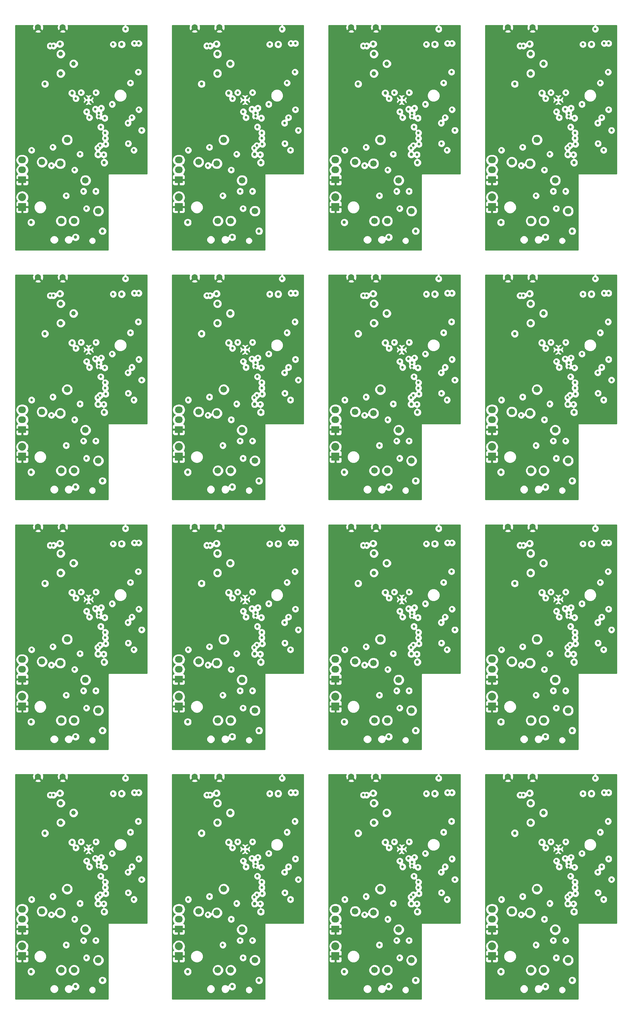
<source format=gbr>
G04 #@! TF.FileFunction,Copper,L2,Inr,Signal*
%FSLAX46Y46*%
G04 Gerber Fmt 4.6, Leading zero omitted, Abs format (unit mm)*
G04 Created by KiCad (PCBNEW 0.201601221447+6507~42~ubuntu15.10.1-product) date Fri 22 Jan 2016 06:42:10 PM EST*
%MOMM*%
G01*
G04 APERTURE LIST*
%ADD10C,0.100000*%
%ADD11C,1.600000*%
%ADD12R,2.032000X2.032000*%
%ADD13O,2.032000X2.032000*%
%ADD14C,0.457000*%
%ADD15C,1.150000*%
%ADD16C,1.680000*%
%ADD17R,2.032000X1.727200*%
%ADD18O,2.032000X1.727200*%
%ADD19C,0.685800*%
%ADD20C,0.863600*%
%ADD21C,0.254000*%
G04 APERTURE END LIST*
D10*
D11*
X146304000Y-206367000D03*
X139954000Y-206367000D03*
D12*
X135890000Y-252476000D03*
D13*
X135890000Y-249936000D03*
D14*
X153427400Y-225462800D03*
X152427400Y-225462800D03*
X153427400Y-224462800D03*
X152427400Y-224462800D03*
D15*
X149097000Y-215646000D03*
X145797000Y-218146000D03*
X145797000Y-213146000D03*
D16*
X152146000Y-245618000D03*
X149225000Y-256032000D03*
X145923000Y-256032000D03*
X145669000Y-241300000D03*
X147447000Y-235204000D03*
X140970000Y-240919000D03*
X155448000Y-253492000D03*
D17*
X135890000Y-245491000D03*
D18*
X135890000Y-242951000D03*
X135890000Y-240411000D03*
D11*
X146304000Y-142232000D03*
X139954000Y-142232000D03*
D12*
X135890000Y-188341000D03*
D13*
X135890000Y-185801000D03*
D14*
X153427400Y-161327800D03*
X152427400Y-161327800D03*
X153427400Y-160327800D03*
X152427400Y-160327800D03*
D15*
X149097000Y-151511000D03*
X145797000Y-154011000D03*
X145797000Y-149011000D03*
D16*
X152146000Y-181483000D03*
X149225000Y-191897000D03*
X145923000Y-191897000D03*
X145669000Y-177165000D03*
X147447000Y-171069000D03*
X140970000Y-176784000D03*
X155448000Y-189357000D03*
D17*
X135890000Y-181356000D03*
D18*
X135890000Y-178816000D03*
X135890000Y-176276000D03*
D11*
X146304000Y-78097000D03*
X139954000Y-78097000D03*
D12*
X135890000Y-124206000D03*
D13*
X135890000Y-121666000D03*
D14*
X153427400Y-97192800D03*
X152427400Y-97192800D03*
X153427400Y-96192800D03*
X152427400Y-96192800D03*
D15*
X149097000Y-87376000D03*
X145797000Y-89876000D03*
X145797000Y-84876000D03*
D16*
X152146000Y-117348000D03*
X149225000Y-127762000D03*
X145923000Y-127762000D03*
X145669000Y-113030000D03*
X147447000Y-106934000D03*
X140970000Y-112649000D03*
X155448000Y-125222000D03*
D17*
X135890000Y-117221000D03*
D18*
X135890000Y-114681000D03*
X135890000Y-112141000D03*
D11*
X146304000Y-13962000D03*
X139954000Y-13962000D03*
D12*
X135890000Y-60071000D03*
D13*
X135890000Y-57531000D03*
D14*
X153427400Y-33057800D03*
X152427400Y-33057800D03*
X153427400Y-32057800D03*
X152427400Y-32057800D03*
D15*
X149097000Y-23241000D03*
X145797000Y-25741000D03*
X145797000Y-20741000D03*
D16*
X152146000Y-53213000D03*
X149225000Y-63627000D03*
X145923000Y-63627000D03*
X145669000Y-48895000D03*
X147447000Y-42799000D03*
X140970000Y-48514000D03*
X155448000Y-61087000D03*
D17*
X135890000Y-53086000D03*
D18*
X135890000Y-50546000D03*
X135890000Y-48006000D03*
D11*
X106045000Y-206367000D03*
X99695000Y-206367000D03*
D12*
X95631000Y-252476000D03*
D13*
X95631000Y-249936000D03*
D14*
X113168400Y-225462800D03*
X112168400Y-225462800D03*
X113168400Y-224462800D03*
X112168400Y-224462800D03*
D15*
X108838000Y-215646000D03*
X105538000Y-218146000D03*
X105538000Y-213146000D03*
D16*
X111887000Y-245618000D03*
X108966000Y-256032000D03*
X105664000Y-256032000D03*
X105410000Y-241300000D03*
X107188000Y-235204000D03*
X100711000Y-240919000D03*
X115189000Y-253492000D03*
D17*
X95631000Y-245491000D03*
D18*
X95631000Y-242951000D03*
X95631000Y-240411000D03*
D11*
X106045000Y-142232000D03*
X99695000Y-142232000D03*
D12*
X95631000Y-188341000D03*
D13*
X95631000Y-185801000D03*
D14*
X113168400Y-161327800D03*
X112168400Y-161327800D03*
X113168400Y-160327800D03*
X112168400Y-160327800D03*
D15*
X108838000Y-151511000D03*
X105538000Y-154011000D03*
X105538000Y-149011000D03*
D16*
X111887000Y-181483000D03*
X108966000Y-191897000D03*
X105664000Y-191897000D03*
X105410000Y-177165000D03*
X107188000Y-171069000D03*
X100711000Y-176784000D03*
X115189000Y-189357000D03*
D17*
X95631000Y-181356000D03*
D18*
X95631000Y-178816000D03*
X95631000Y-176276000D03*
D11*
X106045000Y-78097000D03*
X99695000Y-78097000D03*
D12*
X95631000Y-124206000D03*
D13*
X95631000Y-121666000D03*
D14*
X113168400Y-97192800D03*
X112168400Y-97192800D03*
X113168400Y-96192800D03*
X112168400Y-96192800D03*
D15*
X108838000Y-87376000D03*
X105538000Y-89876000D03*
X105538000Y-84876000D03*
D16*
X111887000Y-117348000D03*
X108966000Y-127762000D03*
X105664000Y-127762000D03*
X105410000Y-113030000D03*
X107188000Y-106934000D03*
X100711000Y-112649000D03*
X115189000Y-125222000D03*
D17*
X95631000Y-117221000D03*
D18*
X95631000Y-114681000D03*
X95631000Y-112141000D03*
D11*
X106045000Y-13962000D03*
X99695000Y-13962000D03*
D12*
X95631000Y-60071000D03*
D13*
X95631000Y-57531000D03*
D14*
X113168400Y-33057800D03*
X112168400Y-33057800D03*
X113168400Y-32057800D03*
X112168400Y-32057800D03*
D15*
X108838000Y-23241000D03*
X105538000Y-25741000D03*
X105538000Y-20741000D03*
D16*
X111887000Y-53213000D03*
X108966000Y-63627000D03*
X105664000Y-63627000D03*
X105410000Y-48895000D03*
X107188000Y-42799000D03*
X100711000Y-48514000D03*
X115189000Y-61087000D03*
D17*
X95631000Y-53086000D03*
D18*
X95631000Y-50546000D03*
X95631000Y-48006000D03*
D11*
X65786000Y-206367000D03*
X59436000Y-206367000D03*
D12*
X55372000Y-252476000D03*
D13*
X55372000Y-249936000D03*
D14*
X72909400Y-225462800D03*
X71909400Y-225462800D03*
X72909400Y-224462800D03*
X71909400Y-224462800D03*
D15*
X68579000Y-215646000D03*
X65279000Y-218146000D03*
X65279000Y-213146000D03*
D16*
X71628000Y-245618000D03*
X68707000Y-256032000D03*
X65405000Y-256032000D03*
X65151000Y-241300000D03*
X66929000Y-235204000D03*
X60452000Y-240919000D03*
X74930000Y-253492000D03*
D17*
X55372000Y-245491000D03*
D18*
X55372000Y-242951000D03*
X55372000Y-240411000D03*
D11*
X65786000Y-142232000D03*
X59436000Y-142232000D03*
D12*
X55372000Y-188341000D03*
D13*
X55372000Y-185801000D03*
D14*
X72909400Y-161327800D03*
X71909400Y-161327800D03*
X72909400Y-160327800D03*
X71909400Y-160327800D03*
D15*
X68579000Y-151511000D03*
X65279000Y-154011000D03*
X65279000Y-149011000D03*
D16*
X71628000Y-181483000D03*
X68707000Y-191897000D03*
X65405000Y-191897000D03*
X65151000Y-177165000D03*
X66929000Y-171069000D03*
X60452000Y-176784000D03*
X74930000Y-189357000D03*
D17*
X55372000Y-181356000D03*
D18*
X55372000Y-178816000D03*
X55372000Y-176276000D03*
D11*
X65786000Y-78097000D03*
X59436000Y-78097000D03*
D12*
X55372000Y-124206000D03*
D13*
X55372000Y-121666000D03*
D14*
X72909400Y-97192800D03*
X71909400Y-97192800D03*
X72909400Y-96192800D03*
X71909400Y-96192800D03*
D15*
X68579000Y-87376000D03*
X65279000Y-89876000D03*
X65279000Y-84876000D03*
D16*
X71628000Y-117348000D03*
X68707000Y-127762000D03*
X65405000Y-127762000D03*
X65151000Y-113030000D03*
X66929000Y-106934000D03*
X60452000Y-112649000D03*
X74930000Y-125222000D03*
D17*
X55372000Y-117221000D03*
D18*
X55372000Y-114681000D03*
X55372000Y-112141000D03*
D11*
X65786000Y-13962000D03*
X59436000Y-13962000D03*
D12*
X55372000Y-60071000D03*
D13*
X55372000Y-57531000D03*
D14*
X72909400Y-33057800D03*
X71909400Y-33057800D03*
X72909400Y-32057800D03*
X71909400Y-32057800D03*
D15*
X68579000Y-23241000D03*
X65279000Y-25741000D03*
X65279000Y-20741000D03*
D16*
X71628000Y-53213000D03*
X68707000Y-63627000D03*
X65405000Y-63627000D03*
X65151000Y-48895000D03*
X66929000Y-42799000D03*
X60452000Y-48514000D03*
X74930000Y-61087000D03*
D17*
X55372000Y-53086000D03*
D18*
X55372000Y-50546000D03*
X55372000Y-48006000D03*
D11*
X25527000Y-206367000D03*
X19177000Y-206367000D03*
D12*
X15113000Y-252476000D03*
D13*
X15113000Y-249936000D03*
D14*
X32650400Y-225462800D03*
X31650400Y-225462800D03*
X32650400Y-224462800D03*
X31650400Y-224462800D03*
D15*
X28320000Y-215646000D03*
X25020000Y-218146000D03*
X25020000Y-213146000D03*
D16*
X31369000Y-245618000D03*
X28448000Y-256032000D03*
X25146000Y-256032000D03*
X24892000Y-241300000D03*
X26670000Y-235204000D03*
X20193000Y-240919000D03*
X34671000Y-253492000D03*
D17*
X15113000Y-245491000D03*
D18*
X15113000Y-242951000D03*
X15113000Y-240411000D03*
D11*
X25527000Y-142232000D03*
X19177000Y-142232000D03*
D12*
X15113000Y-188341000D03*
D13*
X15113000Y-185801000D03*
D14*
X32650400Y-161327800D03*
X31650400Y-161327800D03*
X32650400Y-160327800D03*
X31650400Y-160327800D03*
D15*
X28320000Y-151511000D03*
X25020000Y-154011000D03*
X25020000Y-149011000D03*
D16*
X31369000Y-181483000D03*
X28448000Y-191897000D03*
X25146000Y-191897000D03*
X24892000Y-177165000D03*
X26670000Y-171069000D03*
X20193000Y-176784000D03*
X34671000Y-189357000D03*
D17*
X15113000Y-181356000D03*
D18*
X15113000Y-178816000D03*
X15113000Y-176276000D03*
D11*
X25527000Y-78097000D03*
X19177000Y-78097000D03*
D12*
X15113000Y-124206000D03*
D13*
X15113000Y-121666000D03*
D14*
X32650400Y-97192800D03*
X31650400Y-97192800D03*
X32650400Y-96192800D03*
X31650400Y-96192800D03*
D15*
X28320000Y-87376000D03*
X25020000Y-89876000D03*
X25020000Y-84876000D03*
D16*
X31369000Y-117348000D03*
X28448000Y-127762000D03*
X25146000Y-127762000D03*
X24892000Y-113030000D03*
X26670000Y-106934000D03*
X20193000Y-112649000D03*
X34671000Y-125222000D03*
D17*
X15113000Y-117221000D03*
D18*
X15113000Y-114681000D03*
X15113000Y-112141000D03*
D17*
X15113000Y-53086000D03*
D18*
X15113000Y-50546000D03*
X15113000Y-48006000D03*
D16*
X34671000Y-61087000D03*
X20193000Y-48514000D03*
X26670000Y-42799000D03*
X24892000Y-48895000D03*
X25146000Y-63627000D03*
X28448000Y-63627000D03*
X31369000Y-53213000D03*
D15*
X28320000Y-23241000D03*
X25020000Y-25741000D03*
X25020000Y-20741000D03*
D14*
X32650400Y-33057800D03*
X31650400Y-33057800D03*
X32650400Y-32057800D03*
X31650400Y-32057800D03*
D12*
X15113000Y-60071000D03*
D13*
X15113000Y-57531000D03*
D11*
X25527000Y-13962000D03*
X19177000Y-13962000D03*
D19*
X157353000Y-236347000D03*
D20*
X145592800Y-210591400D03*
X148711000Y-223209200D03*
D19*
X157353000Y-172212000D03*
D20*
X145592800Y-146456400D03*
X148711000Y-159074200D03*
D19*
X157353000Y-108077000D03*
D20*
X145592800Y-82321400D03*
X148711000Y-94939200D03*
D19*
X157353000Y-43942000D03*
D20*
X145592800Y-18186400D03*
X148711000Y-30804200D03*
D19*
X117094000Y-236347000D03*
D20*
X105333800Y-210591400D03*
X108452000Y-223209200D03*
D19*
X117094000Y-172212000D03*
D20*
X105333800Y-146456400D03*
X108452000Y-159074200D03*
D19*
X117094000Y-108077000D03*
D20*
X105333800Y-82321400D03*
X108452000Y-94939200D03*
D19*
X117094000Y-43942000D03*
D20*
X105333800Y-18186400D03*
X108452000Y-30804200D03*
D19*
X76835000Y-236347000D03*
D20*
X65074800Y-210591400D03*
X68193000Y-223209200D03*
D19*
X76835000Y-172212000D03*
D20*
X65074800Y-146456400D03*
X68193000Y-159074200D03*
D19*
X76835000Y-108077000D03*
D20*
X65074800Y-82321400D03*
X68193000Y-94939200D03*
D19*
X76835000Y-43942000D03*
D20*
X65074800Y-18186400D03*
X68193000Y-30804200D03*
D19*
X36576000Y-236347000D03*
D20*
X24815800Y-210591400D03*
X27934000Y-223209200D03*
D19*
X36576000Y-172212000D03*
D20*
X24815800Y-146456400D03*
X27934000Y-159074200D03*
D19*
X36576000Y-108077000D03*
D20*
X24815800Y-82321400D03*
X27934000Y-94939200D03*
X27934000Y-30804200D03*
X24815800Y-18186400D03*
D19*
X36576000Y-43942000D03*
D20*
X164160200Y-206857600D03*
D19*
X150495000Y-252476000D03*
X146177000Y-219837000D03*
D20*
X141681200Y-263067800D03*
X153822400Y-257454400D03*
X137972800Y-216509600D03*
X150749000Y-263144000D03*
X163042600Y-242392200D03*
D19*
X153111200Y-218287600D03*
X151155400Y-218338400D03*
X138379200Y-257784600D03*
X144907000Y-248412000D03*
X153924000Y-242189000D03*
X149352000Y-241427000D03*
X146304000Y-239268000D03*
X155575000Y-230124000D03*
X142621000Y-250825000D03*
X140208000Y-249174000D03*
X152527000Y-235458000D03*
X145542000Y-243713000D03*
X139573000Y-243713000D03*
X139065000Y-241554000D03*
X144780000Y-227965000D03*
X139954000Y-229489000D03*
X138303000Y-227457000D03*
X156718000Y-261112000D03*
X152781000Y-263271000D03*
X156083000Y-263271000D03*
X146050000Y-262890000D03*
X148463000Y-263017000D03*
D20*
X164160200Y-142722600D03*
D19*
X150495000Y-188341000D03*
X146177000Y-155702000D03*
D20*
X141681200Y-198932800D03*
X153822400Y-193319400D03*
X137972800Y-152374600D03*
X150749000Y-199009000D03*
X163042600Y-178257200D03*
D19*
X153111200Y-154152600D03*
X151155400Y-154203400D03*
X138379200Y-193649600D03*
X144907000Y-184277000D03*
X153924000Y-178054000D03*
X149352000Y-177292000D03*
X146304000Y-175133000D03*
X155575000Y-165989000D03*
X142621000Y-186690000D03*
X140208000Y-185039000D03*
X152527000Y-171323000D03*
X145542000Y-179578000D03*
X139573000Y-179578000D03*
X139065000Y-177419000D03*
X144780000Y-163830000D03*
X139954000Y-165354000D03*
X138303000Y-163322000D03*
X156718000Y-196977000D03*
X152781000Y-199136000D03*
X156083000Y-199136000D03*
X146050000Y-198755000D03*
X148463000Y-198882000D03*
D20*
X164160200Y-78587600D03*
D19*
X150495000Y-124206000D03*
X146177000Y-91567000D03*
D20*
X141681200Y-134797800D03*
X153822400Y-129184400D03*
X137972800Y-88239600D03*
X150749000Y-134874000D03*
X163042600Y-114122200D03*
D19*
X153111200Y-90017600D03*
X151155400Y-90068400D03*
X138379200Y-129514600D03*
X144907000Y-120142000D03*
X153924000Y-113919000D03*
X149352000Y-113157000D03*
X146304000Y-110998000D03*
X155575000Y-101854000D03*
X142621000Y-122555000D03*
X140208000Y-120904000D03*
X152527000Y-107188000D03*
X145542000Y-115443000D03*
X139573000Y-115443000D03*
X139065000Y-113284000D03*
X144780000Y-99695000D03*
X139954000Y-101219000D03*
X138303000Y-99187000D03*
X156718000Y-132842000D03*
X152781000Y-135001000D03*
X156083000Y-135001000D03*
X146050000Y-134620000D03*
X148463000Y-134747000D03*
D20*
X164160200Y-14452600D03*
D19*
X150495000Y-60071000D03*
X146177000Y-27432000D03*
D20*
X141681200Y-70662800D03*
X153822400Y-65049400D03*
X137972800Y-24104600D03*
X150749000Y-70739000D03*
X163042600Y-49987200D03*
D19*
X153111200Y-25882600D03*
X151155400Y-25933400D03*
X138379200Y-65379600D03*
X144907000Y-56007000D03*
X153924000Y-49784000D03*
X149352000Y-49022000D03*
X146304000Y-46863000D03*
X155575000Y-37719000D03*
X142621000Y-58420000D03*
X140208000Y-56769000D03*
X152527000Y-43053000D03*
X145542000Y-51308000D03*
X139573000Y-51308000D03*
X139065000Y-49149000D03*
X144780000Y-35560000D03*
X139954000Y-37084000D03*
X138303000Y-35052000D03*
X156718000Y-68707000D03*
X152781000Y-70866000D03*
X156083000Y-70866000D03*
X146050000Y-70485000D03*
X148463000Y-70612000D03*
D20*
X123901200Y-206857600D03*
D19*
X110236000Y-252476000D03*
X105918000Y-219837000D03*
D20*
X101422200Y-263067800D03*
X113563400Y-257454400D03*
X97713800Y-216509600D03*
X110490000Y-263144000D03*
X122783600Y-242392200D03*
D19*
X112852200Y-218287600D03*
X110896400Y-218338400D03*
X98120200Y-257784600D03*
X104648000Y-248412000D03*
X113665000Y-242189000D03*
X109093000Y-241427000D03*
X106045000Y-239268000D03*
X115316000Y-230124000D03*
X102362000Y-250825000D03*
X99949000Y-249174000D03*
X112268000Y-235458000D03*
X105283000Y-243713000D03*
X99314000Y-243713000D03*
X98806000Y-241554000D03*
X104521000Y-227965000D03*
X99695000Y-229489000D03*
X98044000Y-227457000D03*
X116459000Y-261112000D03*
X112522000Y-263271000D03*
X115824000Y-263271000D03*
X105791000Y-262890000D03*
X108204000Y-263017000D03*
D20*
X123901200Y-142722600D03*
D19*
X110236000Y-188341000D03*
X105918000Y-155702000D03*
D20*
X101422200Y-198932800D03*
X113563400Y-193319400D03*
X97713800Y-152374600D03*
X110490000Y-199009000D03*
X122783600Y-178257200D03*
D19*
X112852200Y-154152600D03*
X110896400Y-154203400D03*
X98120200Y-193649600D03*
X104648000Y-184277000D03*
X113665000Y-178054000D03*
X109093000Y-177292000D03*
X106045000Y-175133000D03*
X115316000Y-165989000D03*
X102362000Y-186690000D03*
X99949000Y-185039000D03*
X112268000Y-171323000D03*
X105283000Y-179578000D03*
X99314000Y-179578000D03*
X98806000Y-177419000D03*
X104521000Y-163830000D03*
X99695000Y-165354000D03*
X98044000Y-163322000D03*
X116459000Y-196977000D03*
X112522000Y-199136000D03*
X115824000Y-199136000D03*
X105791000Y-198755000D03*
X108204000Y-198882000D03*
D20*
X123901200Y-78587600D03*
D19*
X110236000Y-124206000D03*
X105918000Y-91567000D03*
D20*
X101422200Y-134797800D03*
X113563400Y-129184400D03*
X97713800Y-88239600D03*
X110490000Y-134874000D03*
X122783600Y-114122200D03*
D19*
X112852200Y-90017600D03*
X110896400Y-90068400D03*
X98120200Y-129514600D03*
X104648000Y-120142000D03*
X113665000Y-113919000D03*
X109093000Y-113157000D03*
X106045000Y-110998000D03*
X115316000Y-101854000D03*
X102362000Y-122555000D03*
X99949000Y-120904000D03*
X112268000Y-107188000D03*
X105283000Y-115443000D03*
X99314000Y-115443000D03*
X98806000Y-113284000D03*
X104521000Y-99695000D03*
X99695000Y-101219000D03*
X98044000Y-99187000D03*
X116459000Y-132842000D03*
X112522000Y-135001000D03*
X115824000Y-135001000D03*
X105791000Y-134620000D03*
X108204000Y-134747000D03*
D20*
X123901200Y-14452600D03*
D19*
X110236000Y-60071000D03*
X105918000Y-27432000D03*
D20*
X101422200Y-70662800D03*
X113563400Y-65049400D03*
X97713800Y-24104600D03*
X110490000Y-70739000D03*
X122783600Y-49987200D03*
D19*
X112852200Y-25882600D03*
X110896400Y-25933400D03*
X98120200Y-65379600D03*
X104648000Y-56007000D03*
X113665000Y-49784000D03*
X109093000Y-49022000D03*
X106045000Y-46863000D03*
X115316000Y-37719000D03*
X102362000Y-58420000D03*
X99949000Y-56769000D03*
X112268000Y-43053000D03*
X105283000Y-51308000D03*
X99314000Y-51308000D03*
X98806000Y-49149000D03*
X104521000Y-35560000D03*
X99695000Y-37084000D03*
X98044000Y-35052000D03*
X116459000Y-68707000D03*
X112522000Y-70866000D03*
X115824000Y-70866000D03*
X105791000Y-70485000D03*
X108204000Y-70612000D03*
D20*
X83642200Y-206857600D03*
D19*
X69977000Y-252476000D03*
X65659000Y-219837000D03*
D20*
X61163200Y-263067800D03*
X73304400Y-257454400D03*
X57454800Y-216509600D03*
X70231000Y-263144000D03*
X82524600Y-242392200D03*
D19*
X72593200Y-218287600D03*
X70637400Y-218338400D03*
X57861200Y-257784600D03*
X64389000Y-248412000D03*
X73406000Y-242189000D03*
X68834000Y-241427000D03*
X65786000Y-239268000D03*
X75057000Y-230124000D03*
X62103000Y-250825000D03*
X59690000Y-249174000D03*
X72009000Y-235458000D03*
X65024000Y-243713000D03*
X59055000Y-243713000D03*
X58547000Y-241554000D03*
X64262000Y-227965000D03*
X59436000Y-229489000D03*
X57785000Y-227457000D03*
X76200000Y-261112000D03*
X72263000Y-263271000D03*
X75565000Y-263271000D03*
X65532000Y-262890000D03*
X67945000Y-263017000D03*
D20*
X83642200Y-142722600D03*
D19*
X69977000Y-188341000D03*
X65659000Y-155702000D03*
D20*
X61163200Y-198932800D03*
X73304400Y-193319400D03*
X57454800Y-152374600D03*
X70231000Y-199009000D03*
X82524600Y-178257200D03*
D19*
X72593200Y-154152600D03*
X70637400Y-154203400D03*
X57861200Y-193649600D03*
X64389000Y-184277000D03*
X73406000Y-178054000D03*
X68834000Y-177292000D03*
X65786000Y-175133000D03*
X75057000Y-165989000D03*
X62103000Y-186690000D03*
X59690000Y-185039000D03*
X72009000Y-171323000D03*
X65024000Y-179578000D03*
X59055000Y-179578000D03*
X58547000Y-177419000D03*
X64262000Y-163830000D03*
X59436000Y-165354000D03*
X57785000Y-163322000D03*
X76200000Y-196977000D03*
X72263000Y-199136000D03*
X75565000Y-199136000D03*
X65532000Y-198755000D03*
X67945000Y-198882000D03*
D20*
X83642200Y-78587600D03*
D19*
X69977000Y-124206000D03*
X65659000Y-91567000D03*
D20*
X61163200Y-134797800D03*
X73304400Y-129184400D03*
X57454800Y-88239600D03*
X70231000Y-134874000D03*
X82524600Y-114122200D03*
D19*
X72593200Y-90017600D03*
X70637400Y-90068400D03*
X57861200Y-129514600D03*
X64389000Y-120142000D03*
X73406000Y-113919000D03*
X68834000Y-113157000D03*
X65786000Y-110998000D03*
X75057000Y-101854000D03*
X62103000Y-122555000D03*
X59690000Y-120904000D03*
X72009000Y-107188000D03*
X65024000Y-115443000D03*
X59055000Y-115443000D03*
X58547000Y-113284000D03*
X64262000Y-99695000D03*
X59436000Y-101219000D03*
X57785000Y-99187000D03*
X76200000Y-132842000D03*
X72263000Y-135001000D03*
X75565000Y-135001000D03*
X65532000Y-134620000D03*
X67945000Y-134747000D03*
D20*
X83642200Y-14452600D03*
D19*
X69977000Y-60071000D03*
X65659000Y-27432000D03*
D20*
X61163200Y-70662800D03*
X73304400Y-65049400D03*
X57454800Y-24104600D03*
X70231000Y-70739000D03*
X82524600Y-49987200D03*
D19*
X72593200Y-25882600D03*
X70637400Y-25933400D03*
X57861200Y-65379600D03*
X64389000Y-56007000D03*
X73406000Y-49784000D03*
X68834000Y-49022000D03*
X65786000Y-46863000D03*
X75057000Y-37719000D03*
X62103000Y-58420000D03*
X59690000Y-56769000D03*
X72009000Y-43053000D03*
X65024000Y-51308000D03*
X59055000Y-51308000D03*
X58547000Y-49149000D03*
X64262000Y-35560000D03*
X59436000Y-37084000D03*
X57785000Y-35052000D03*
X76200000Y-68707000D03*
X72263000Y-70866000D03*
X75565000Y-70866000D03*
X65532000Y-70485000D03*
X67945000Y-70612000D03*
D20*
X43383200Y-206857600D03*
D19*
X29718000Y-252476000D03*
X25400000Y-219837000D03*
D20*
X20904200Y-263067800D03*
X33045400Y-257454400D03*
X17195800Y-216509600D03*
X29972000Y-263144000D03*
X42265600Y-242392200D03*
D19*
X32334200Y-218287600D03*
X30378400Y-218338400D03*
X17602200Y-257784600D03*
X24130000Y-248412000D03*
X33147000Y-242189000D03*
X28575000Y-241427000D03*
X25527000Y-239268000D03*
X34798000Y-230124000D03*
X21844000Y-250825000D03*
X19431000Y-249174000D03*
X31750000Y-235458000D03*
X24765000Y-243713000D03*
X18796000Y-243713000D03*
X18288000Y-241554000D03*
X24003000Y-227965000D03*
X19177000Y-229489000D03*
X17526000Y-227457000D03*
X35941000Y-261112000D03*
X32004000Y-263271000D03*
X35306000Y-263271000D03*
X25273000Y-262890000D03*
X27686000Y-263017000D03*
D20*
X43383200Y-142722600D03*
D19*
X29718000Y-188341000D03*
X25400000Y-155702000D03*
D20*
X20904200Y-198932800D03*
X33045400Y-193319400D03*
X17195800Y-152374600D03*
X29972000Y-199009000D03*
X42265600Y-178257200D03*
D19*
X32334200Y-154152600D03*
X30378400Y-154203400D03*
X17602200Y-193649600D03*
X24130000Y-184277000D03*
X33147000Y-178054000D03*
X28575000Y-177292000D03*
X25527000Y-175133000D03*
X34798000Y-165989000D03*
X21844000Y-186690000D03*
X19431000Y-185039000D03*
X31750000Y-171323000D03*
X24765000Y-179578000D03*
X18796000Y-179578000D03*
X18288000Y-177419000D03*
X24003000Y-163830000D03*
X19177000Y-165354000D03*
X17526000Y-163322000D03*
X35941000Y-196977000D03*
X32004000Y-199136000D03*
X35306000Y-199136000D03*
X25273000Y-198755000D03*
X27686000Y-198882000D03*
D20*
X43383200Y-78587600D03*
D19*
X29718000Y-124206000D03*
X25400000Y-91567000D03*
D20*
X20904200Y-134797800D03*
X33045400Y-129184400D03*
X17195800Y-88239600D03*
X29972000Y-134874000D03*
X42265600Y-114122200D03*
D19*
X32334200Y-90017600D03*
X30378400Y-90068400D03*
X17602200Y-129514600D03*
X24130000Y-120142000D03*
X33147000Y-113919000D03*
X28575000Y-113157000D03*
X25527000Y-110998000D03*
X34798000Y-101854000D03*
X21844000Y-122555000D03*
X19431000Y-120904000D03*
X31750000Y-107188000D03*
X24765000Y-115443000D03*
X18796000Y-115443000D03*
X18288000Y-113284000D03*
X24003000Y-99695000D03*
X19177000Y-101219000D03*
X17526000Y-99187000D03*
X35941000Y-132842000D03*
X32004000Y-135001000D03*
X35306000Y-135001000D03*
X25273000Y-134620000D03*
X27686000Y-134747000D03*
X27686000Y-70612000D03*
X25273000Y-70485000D03*
X35306000Y-70866000D03*
X32004000Y-70866000D03*
X35941000Y-68707000D03*
X17526000Y-35052000D03*
X19177000Y-37084000D03*
X24003000Y-35560000D03*
X18288000Y-49149000D03*
X18796000Y-51308000D03*
X24765000Y-51308000D03*
X31750000Y-43053000D03*
X19431000Y-56769000D03*
X21844000Y-58420000D03*
X34798000Y-37719000D03*
X25527000Y-46863000D03*
X28575000Y-49022000D03*
X33147000Y-49784000D03*
X24130000Y-56007000D03*
X17602200Y-65379600D03*
X30378400Y-25933400D03*
X32334200Y-25882600D03*
D20*
X42265600Y-49987200D03*
X29972000Y-70739000D03*
X17195800Y-24104600D03*
X33045400Y-65049400D03*
X20904200Y-70662800D03*
D19*
X25400000Y-27432000D03*
X29718000Y-60071000D03*
D20*
X43383200Y-14452600D03*
X156972000Y-241046000D03*
X141732000Y-220853000D03*
X156972000Y-176911000D03*
X141732000Y-156718000D03*
X156972000Y-112776000D03*
X141732000Y-92583000D03*
X156972000Y-48641000D03*
X141732000Y-28448000D03*
X116713000Y-241046000D03*
X101473000Y-220853000D03*
X116713000Y-176911000D03*
X101473000Y-156718000D03*
X116713000Y-112776000D03*
X101473000Y-92583000D03*
X116713000Y-48641000D03*
X101473000Y-28448000D03*
X76454000Y-241046000D03*
X61214000Y-220853000D03*
X76454000Y-176911000D03*
X61214000Y-156718000D03*
X76454000Y-112776000D03*
X61214000Y-92583000D03*
X76454000Y-48641000D03*
X61214000Y-28448000D03*
X36195000Y-241046000D03*
X20955000Y-220853000D03*
X36195000Y-176911000D03*
X20955000Y-156718000D03*
X36195000Y-112776000D03*
X20955000Y-92583000D03*
X20955000Y-28448000D03*
X36195000Y-48641000D03*
D19*
X147193000Y-249555000D03*
D20*
X138176000Y-256413000D03*
X155397200Y-238963200D03*
X161442400Y-210693000D03*
X156514800Y-258648200D03*
X149606000Y-260223000D03*
D19*
X166598600Y-232765600D03*
X149352000Y-242951000D03*
X154686000Y-227330000D03*
X150749000Y-238887000D03*
X143383000Y-241808000D03*
X138303000Y-237871000D03*
X147193000Y-185420000D03*
D20*
X138176000Y-192278000D03*
X155397200Y-174828200D03*
X161442400Y-146558000D03*
X156514800Y-194513200D03*
X149606000Y-196088000D03*
D19*
X166598600Y-168630600D03*
X149352000Y-178816000D03*
X154686000Y-163195000D03*
X150749000Y-174752000D03*
X143383000Y-177673000D03*
X138303000Y-173736000D03*
X147193000Y-121285000D03*
D20*
X138176000Y-128143000D03*
X155397200Y-110693200D03*
X161442400Y-82423000D03*
X156514800Y-130378200D03*
X149606000Y-131953000D03*
D19*
X166598600Y-104495600D03*
X149352000Y-114681000D03*
X154686000Y-99060000D03*
X150749000Y-110617000D03*
X143383000Y-113538000D03*
X138303000Y-109601000D03*
X147193000Y-57150000D03*
D20*
X138176000Y-64008000D03*
X155397200Y-46558200D03*
X161442400Y-18288000D03*
X156514800Y-66243200D03*
X149606000Y-67818000D03*
D19*
X166598600Y-40360600D03*
X149352000Y-50546000D03*
X154686000Y-34925000D03*
X150749000Y-46482000D03*
X143383000Y-49403000D03*
X138303000Y-45466000D03*
X106934000Y-249555000D03*
D20*
X97917000Y-256413000D03*
X115138200Y-238963200D03*
X121183400Y-210693000D03*
X116255800Y-258648200D03*
X109347000Y-260223000D03*
D19*
X126339600Y-232765600D03*
X109093000Y-242951000D03*
X114427000Y-227330000D03*
X110490000Y-238887000D03*
X103124000Y-241808000D03*
X98044000Y-237871000D03*
X106934000Y-185420000D03*
D20*
X97917000Y-192278000D03*
X115138200Y-174828200D03*
X121183400Y-146558000D03*
X116255800Y-194513200D03*
X109347000Y-196088000D03*
D19*
X126339600Y-168630600D03*
X109093000Y-178816000D03*
X114427000Y-163195000D03*
X110490000Y-174752000D03*
X103124000Y-177673000D03*
X98044000Y-173736000D03*
X106934000Y-121285000D03*
D20*
X97917000Y-128143000D03*
X115138200Y-110693200D03*
X121183400Y-82423000D03*
X116255800Y-130378200D03*
X109347000Y-131953000D03*
D19*
X126339600Y-104495600D03*
X109093000Y-114681000D03*
X114427000Y-99060000D03*
X110490000Y-110617000D03*
X103124000Y-113538000D03*
X98044000Y-109601000D03*
X106934000Y-57150000D03*
D20*
X97917000Y-64008000D03*
X115138200Y-46558200D03*
X121183400Y-18288000D03*
X116255800Y-66243200D03*
X109347000Y-67818000D03*
D19*
X126339600Y-40360600D03*
X109093000Y-50546000D03*
X114427000Y-34925000D03*
X110490000Y-46482000D03*
X103124000Y-49403000D03*
X98044000Y-45466000D03*
X66675000Y-249555000D03*
D20*
X57658000Y-256413000D03*
X74879200Y-238963200D03*
X80924400Y-210693000D03*
X75996800Y-258648200D03*
X69088000Y-260223000D03*
D19*
X86080600Y-232765600D03*
X68834000Y-242951000D03*
X74168000Y-227330000D03*
X70231000Y-238887000D03*
X62865000Y-241808000D03*
X57785000Y-237871000D03*
X66675000Y-185420000D03*
D20*
X57658000Y-192278000D03*
X74879200Y-174828200D03*
X80924400Y-146558000D03*
X75996800Y-194513200D03*
X69088000Y-196088000D03*
D19*
X86080600Y-168630600D03*
X68834000Y-178816000D03*
X74168000Y-163195000D03*
X70231000Y-174752000D03*
X62865000Y-177673000D03*
X57785000Y-173736000D03*
X66675000Y-121285000D03*
D20*
X57658000Y-128143000D03*
X74879200Y-110693200D03*
X80924400Y-82423000D03*
X75996800Y-130378200D03*
X69088000Y-131953000D03*
D19*
X86080600Y-104495600D03*
X68834000Y-114681000D03*
X74168000Y-99060000D03*
X70231000Y-110617000D03*
X62865000Y-113538000D03*
X57785000Y-109601000D03*
X66675000Y-57150000D03*
D20*
X57658000Y-64008000D03*
X74879200Y-46558200D03*
X80924400Y-18288000D03*
X75996800Y-66243200D03*
X69088000Y-67818000D03*
D19*
X86080600Y-40360600D03*
X68834000Y-50546000D03*
X74168000Y-34925000D03*
X70231000Y-46482000D03*
X62865000Y-49403000D03*
X57785000Y-45466000D03*
X26416000Y-249555000D03*
D20*
X17399000Y-256413000D03*
X34620200Y-238963200D03*
X40665400Y-210693000D03*
X35737800Y-258648200D03*
X28829000Y-260223000D03*
D19*
X45821600Y-232765600D03*
X28575000Y-242951000D03*
X33909000Y-227330000D03*
X29972000Y-238887000D03*
X22606000Y-241808000D03*
X17526000Y-237871000D03*
X26416000Y-185420000D03*
D20*
X17399000Y-192278000D03*
X34620200Y-174828200D03*
X40665400Y-146558000D03*
X35737800Y-194513200D03*
X28829000Y-196088000D03*
D19*
X45821600Y-168630600D03*
X28575000Y-178816000D03*
X33909000Y-163195000D03*
X29972000Y-174752000D03*
X22606000Y-177673000D03*
X17526000Y-173736000D03*
X26416000Y-121285000D03*
D20*
X17399000Y-128143000D03*
X34620200Y-110693200D03*
X40665400Y-82423000D03*
X35737800Y-130378200D03*
X28829000Y-131953000D03*
D19*
X45821600Y-104495600D03*
X28575000Y-114681000D03*
X33909000Y-99060000D03*
X29972000Y-110617000D03*
X22606000Y-113538000D03*
X17526000Y-109601000D03*
X17526000Y-45466000D03*
X22606000Y-49403000D03*
X29972000Y-46482000D03*
X33909000Y-34925000D03*
X28575000Y-50546000D03*
X45821600Y-40360600D03*
D20*
X28829000Y-67818000D03*
X35737800Y-66243200D03*
X40665400Y-18288000D03*
X34620200Y-46558200D03*
X17399000Y-64008000D03*
D19*
X26416000Y-57150000D03*
X152400000Y-252857000D03*
X151638000Y-248412000D03*
X154813000Y-248412000D03*
X152400000Y-188722000D03*
X151638000Y-184277000D03*
X154813000Y-184277000D03*
X152400000Y-124587000D03*
X151638000Y-120142000D03*
X154813000Y-120142000D03*
X152400000Y-60452000D03*
X151638000Y-56007000D03*
X154813000Y-56007000D03*
X112141000Y-252857000D03*
X111379000Y-248412000D03*
X114554000Y-248412000D03*
X112141000Y-188722000D03*
X111379000Y-184277000D03*
X114554000Y-184277000D03*
X112141000Y-124587000D03*
X111379000Y-120142000D03*
X114554000Y-120142000D03*
X112141000Y-60452000D03*
X111379000Y-56007000D03*
X114554000Y-56007000D03*
X71882000Y-252857000D03*
X71120000Y-248412000D03*
X74295000Y-248412000D03*
X71882000Y-188722000D03*
X71120000Y-184277000D03*
X74295000Y-184277000D03*
X71882000Y-124587000D03*
X71120000Y-120142000D03*
X74295000Y-120142000D03*
X71882000Y-60452000D03*
X71120000Y-56007000D03*
X74295000Y-56007000D03*
X31623000Y-252857000D03*
X30861000Y-248412000D03*
X34036000Y-248412000D03*
X31623000Y-188722000D03*
X30861000Y-184277000D03*
X34036000Y-184277000D03*
X31623000Y-124587000D03*
X30861000Y-120142000D03*
X34036000Y-120142000D03*
X34036000Y-56007000D03*
X30861000Y-56007000D03*
X31623000Y-60452000D03*
X155930335Y-236671162D03*
X143941800Y-211074000D03*
X155930335Y-172536162D03*
X143941800Y-146939000D03*
X155930335Y-108401162D03*
X143941800Y-82804000D03*
X155930335Y-44266162D03*
X143941800Y-18669000D03*
X115671335Y-236671162D03*
X103682800Y-211074000D03*
X115671335Y-172536162D03*
X103682800Y-146939000D03*
X115671335Y-108401162D03*
X103682800Y-82804000D03*
X115671335Y-44266162D03*
X103682800Y-18669000D03*
X75412335Y-236671162D03*
X63423800Y-211074000D03*
X75412335Y-172536162D03*
X63423800Y-146939000D03*
X75412335Y-108401162D03*
X63423800Y-82804000D03*
X75412335Y-44266162D03*
X63423800Y-18669000D03*
X35153335Y-236671162D03*
X23164800Y-211074000D03*
X35153335Y-172536162D03*
X23164800Y-146939000D03*
X35153335Y-108401162D03*
X23164800Y-82804000D03*
X23164800Y-18669000D03*
X35153335Y-44266162D03*
X155319679Y-237281818D03*
X143078200Y-211074000D03*
X155319679Y-173146818D03*
X143078200Y-146939000D03*
X155319679Y-109011818D03*
X143078200Y-82804000D03*
X155319679Y-44876818D03*
X143078200Y-18669000D03*
X115060679Y-237281818D03*
X102819200Y-211074000D03*
X115060679Y-173146818D03*
X102819200Y-146939000D03*
X115060679Y-109011818D03*
X102819200Y-82804000D03*
X115060679Y-44876818D03*
X102819200Y-18669000D03*
X74801679Y-237281818D03*
X62560200Y-211074000D03*
X74801679Y-173146818D03*
X62560200Y-146939000D03*
X74801679Y-109011818D03*
X62560200Y-82804000D03*
X74801679Y-44876818D03*
X62560200Y-18669000D03*
X34542679Y-237281818D03*
X22301200Y-211074000D03*
X34542679Y-173146818D03*
X22301200Y-146939000D03*
X34542679Y-109011818D03*
X22301200Y-82804000D03*
X22301200Y-18669000D03*
X34542679Y-44876818D03*
X159258000Y-210693000D03*
X154838400Y-223062800D03*
X159258000Y-146558000D03*
X154838400Y-158927800D03*
X159258000Y-82423000D03*
X154838400Y-94792800D03*
X159258000Y-18288000D03*
X154838400Y-30657800D03*
X118999000Y-210693000D03*
X114579400Y-223062800D03*
X118999000Y-146558000D03*
X114579400Y-158927800D03*
X118999000Y-82423000D03*
X114579400Y-94792800D03*
X118999000Y-18288000D03*
X114579400Y-30657800D03*
X78740000Y-210693000D03*
X74320400Y-223062800D03*
X78740000Y-146558000D03*
X74320400Y-158927800D03*
X78740000Y-82423000D03*
X74320400Y-94792800D03*
X78740000Y-18288000D03*
X74320400Y-30657800D03*
X38481000Y-210693000D03*
X34061400Y-223062800D03*
X38481000Y-146558000D03*
X34061400Y-158927800D03*
X38481000Y-82423000D03*
X34061400Y-94792800D03*
X34061400Y-30657800D03*
X38481000Y-18288000D03*
X162433000Y-206756000D03*
X152448518Y-227992682D03*
X162433000Y-142621000D03*
X152448518Y-163857682D03*
X162433000Y-78486000D03*
X152448518Y-99722682D03*
X162433000Y-14351000D03*
X152448518Y-35587682D03*
X122174000Y-206756000D03*
X112189518Y-227992682D03*
X122174000Y-142621000D03*
X112189518Y-163857682D03*
X122174000Y-78486000D03*
X112189518Y-99722682D03*
X122174000Y-14351000D03*
X112189518Y-35587682D03*
X81915000Y-206756000D03*
X71930518Y-227992682D03*
X81915000Y-142621000D03*
X71930518Y-163857682D03*
X81915000Y-78486000D03*
X71930518Y-99722682D03*
X81915000Y-14351000D03*
X71930518Y-35587682D03*
X41656000Y-206756000D03*
X31671518Y-227992682D03*
X41656000Y-142621000D03*
X31671518Y-163857682D03*
X41656000Y-78486000D03*
X31671518Y-99722682D03*
X31671518Y-35587682D03*
X41656000Y-14351000D03*
X164719000Y-210439000D03*
X153162000Y-229489000D03*
X164719000Y-146304000D03*
X153162000Y-165354000D03*
X164719000Y-82169000D03*
X153162000Y-101219000D03*
X164719000Y-18034000D03*
X153162000Y-37084000D03*
X124460000Y-210439000D03*
X112903000Y-229489000D03*
X124460000Y-146304000D03*
X112903000Y-165354000D03*
X124460000Y-82169000D03*
X112903000Y-101219000D03*
X124460000Y-18034000D03*
X112903000Y-37084000D03*
X84201000Y-210439000D03*
X72644000Y-229489000D03*
X84201000Y-146304000D03*
X72644000Y-165354000D03*
X84201000Y-82169000D03*
X72644000Y-101219000D03*
X84201000Y-18034000D03*
X72644000Y-37084000D03*
X43942000Y-210439000D03*
X32385000Y-229489000D03*
X43942000Y-146304000D03*
X32385000Y-165354000D03*
X43942000Y-82169000D03*
X32385000Y-101219000D03*
X32385000Y-37084000D03*
X43942000Y-18034000D03*
X165862000Y-210439000D03*
X165735000Y-217805000D03*
X165862000Y-146304000D03*
X165735000Y-153670000D03*
X165862000Y-82169000D03*
X165735000Y-89535000D03*
X165862000Y-18034000D03*
X165735000Y-25400000D03*
X125603000Y-210439000D03*
X125476000Y-217805000D03*
X125603000Y-146304000D03*
X125476000Y-153670000D03*
X125603000Y-82169000D03*
X125476000Y-89535000D03*
X125603000Y-18034000D03*
X125476000Y-25400000D03*
X85344000Y-210439000D03*
X85217000Y-217805000D03*
X85344000Y-146304000D03*
X85217000Y-153670000D03*
X85344000Y-82169000D03*
X85217000Y-89535000D03*
X85344000Y-18034000D03*
X85217000Y-25400000D03*
X45085000Y-210439000D03*
X44958000Y-217805000D03*
X45085000Y-146304000D03*
X44958000Y-153670000D03*
X45085000Y-82169000D03*
X44958000Y-89535000D03*
X44958000Y-25400000D03*
X45085000Y-18034000D03*
X163703000Y-220599000D03*
X157099000Y-229616000D03*
X163703000Y-156464000D03*
X157099000Y-165481000D03*
X163703000Y-92329000D03*
X157099000Y-101346000D03*
X163703000Y-28194000D03*
X157099000Y-37211000D03*
X123444000Y-220599000D03*
X116840000Y-229616000D03*
X123444000Y-156464000D03*
X116840000Y-165481000D03*
X123444000Y-92329000D03*
X116840000Y-101346000D03*
X123444000Y-28194000D03*
X116840000Y-37211000D03*
X83185000Y-220599000D03*
X76581000Y-229616000D03*
X83185000Y-156464000D03*
X76581000Y-165481000D03*
X83185000Y-92329000D03*
X76581000Y-101346000D03*
X83185000Y-28194000D03*
X76581000Y-37211000D03*
X42926000Y-220599000D03*
X36322000Y-229616000D03*
X42926000Y-156464000D03*
X36322000Y-165481000D03*
X42926000Y-92329000D03*
X36322000Y-101346000D03*
X36322000Y-37211000D03*
X42926000Y-28194000D03*
X149668520Y-224600673D03*
X155618272Y-229213272D03*
X149668520Y-160465673D03*
X155618272Y-165078272D03*
X149668520Y-96330673D03*
X155618272Y-100943272D03*
X149668520Y-32195673D03*
X155618272Y-36808272D03*
X109409520Y-224600673D03*
X115359272Y-229213272D03*
X109409520Y-160465673D03*
X115359272Y-165078272D03*
X109409520Y-96330673D03*
X115359272Y-100943272D03*
X109409520Y-32195673D03*
X115359272Y-36808272D03*
X69150520Y-224600673D03*
X75100272Y-229213272D03*
X69150520Y-160465673D03*
X75100272Y-165078272D03*
X69150520Y-96330673D03*
X75100272Y-100943272D03*
X69150520Y-32195673D03*
X75100272Y-36808272D03*
X28891520Y-224600673D03*
X34841272Y-229213272D03*
X28891520Y-160465673D03*
X34841272Y-165078272D03*
X28891520Y-96330673D03*
X34841272Y-100943272D03*
X34841272Y-36808272D03*
X28891520Y-32195673D03*
X155600400Y-228346000D03*
X151028400Y-223062800D03*
X155600400Y-164211000D03*
X151028400Y-158927800D03*
X155600400Y-100076000D03*
X151028400Y-94792800D03*
X155600400Y-35941000D03*
X151028400Y-30657800D03*
X115341400Y-228346000D03*
X110769400Y-223062800D03*
X115341400Y-164211000D03*
X110769400Y-158927800D03*
X115341400Y-100076000D03*
X110769400Y-94792800D03*
X115341400Y-35941000D03*
X110769400Y-30657800D03*
X75082400Y-228346000D03*
X70510400Y-223062800D03*
X75082400Y-164211000D03*
X70510400Y-158927800D03*
X75082400Y-100076000D03*
X70510400Y-94792800D03*
X75082400Y-35941000D03*
X70510400Y-30657800D03*
X34823400Y-228346000D03*
X30251400Y-223062800D03*
X34823400Y-164211000D03*
X30251400Y-158927800D03*
X34823400Y-100076000D03*
X30251400Y-94792800D03*
X30251400Y-30657800D03*
X34823400Y-35941000D03*
X156210000Y-227076000D03*
X156845000Y-239014000D03*
X159004000Y-226060000D03*
X143764000Y-237109000D03*
X165862000Y-227457000D03*
X156210000Y-162941000D03*
X156845000Y-174879000D03*
X159004000Y-161925000D03*
X143764000Y-172974000D03*
X165862000Y-163322000D03*
X156210000Y-98806000D03*
X156845000Y-110744000D03*
X159004000Y-97790000D03*
X143764000Y-108839000D03*
X165862000Y-99187000D03*
X156210000Y-34671000D03*
X156845000Y-46609000D03*
X159004000Y-33655000D03*
X143764000Y-44704000D03*
X165862000Y-35052000D03*
X115951000Y-227076000D03*
X116586000Y-239014000D03*
X118745000Y-226060000D03*
X103505000Y-237109000D03*
X125603000Y-227457000D03*
X115951000Y-162941000D03*
X116586000Y-174879000D03*
X118745000Y-161925000D03*
X103505000Y-172974000D03*
X125603000Y-163322000D03*
X115951000Y-98806000D03*
X116586000Y-110744000D03*
X118745000Y-97790000D03*
X103505000Y-108839000D03*
X125603000Y-99187000D03*
X115951000Y-34671000D03*
X116586000Y-46609000D03*
X118745000Y-33655000D03*
X103505000Y-44704000D03*
X125603000Y-35052000D03*
X75692000Y-227076000D03*
X76327000Y-239014000D03*
X78486000Y-226060000D03*
X63246000Y-237109000D03*
X85344000Y-227457000D03*
X75692000Y-162941000D03*
X76327000Y-174879000D03*
X78486000Y-161925000D03*
X63246000Y-172974000D03*
X85344000Y-163322000D03*
X75692000Y-98806000D03*
X76327000Y-110744000D03*
X78486000Y-97790000D03*
X63246000Y-108839000D03*
X85344000Y-99187000D03*
X75692000Y-34671000D03*
X76327000Y-46609000D03*
X78486000Y-33655000D03*
X63246000Y-44704000D03*
X85344000Y-35052000D03*
X35433000Y-227076000D03*
X36068000Y-239014000D03*
X38227000Y-226060000D03*
X22987000Y-237109000D03*
X45085000Y-227457000D03*
X35433000Y-162941000D03*
X36068000Y-174879000D03*
X38227000Y-161925000D03*
X22987000Y-172974000D03*
X45085000Y-163322000D03*
X35433000Y-98806000D03*
X36068000Y-110744000D03*
X38227000Y-97790000D03*
X22987000Y-108839000D03*
X45085000Y-99187000D03*
X45085000Y-35052000D03*
X22987000Y-44704000D03*
X38227000Y-33655000D03*
X36068000Y-46609000D03*
X35433000Y-34671000D03*
X164592000Y-237871000D03*
X164592000Y-173736000D03*
X164592000Y-109601000D03*
X164592000Y-45466000D03*
X124333000Y-237871000D03*
X124333000Y-173736000D03*
X124333000Y-109601000D03*
X124333000Y-45466000D03*
X84074000Y-237871000D03*
X84074000Y-173736000D03*
X84074000Y-109601000D03*
X84074000Y-45466000D03*
X43815000Y-237871000D03*
X43815000Y-173736000D03*
X43815000Y-109601000D03*
X43815000Y-45466000D03*
X163147081Y-236140919D03*
X157226000Y-234823000D03*
X163147081Y-172005919D03*
X157226000Y-170688000D03*
X163147081Y-107870919D03*
X157226000Y-106553000D03*
X163147081Y-43735919D03*
X157226000Y-42418000D03*
X122888081Y-236140919D03*
X116967000Y-234823000D03*
X122888081Y-172005919D03*
X116967000Y-170688000D03*
X122888081Y-107870919D03*
X116967000Y-106553000D03*
X122888081Y-43735919D03*
X116967000Y-42418000D03*
X82629081Y-236140919D03*
X76708000Y-234823000D03*
X82629081Y-172005919D03*
X76708000Y-170688000D03*
X82629081Y-107870919D03*
X76708000Y-106553000D03*
X82629081Y-43735919D03*
X76708000Y-42418000D03*
X42370081Y-236140919D03*
X36449000Y-234823000D03*
X42370081Y-172005919D03*
X36449000Y-170688000D03*
X42370081Y-107870919D03*
X36449000Y-106553000D03*
X36449000Y-42418000D03*
X42370081Y-43735919D03*
X163068000Y-230886000D03*
X156083000Y-231902000D03*
X163068000Y-166751000D03*
X156083000Y-167767000D03*
X163068000Y-102616000D03*
X156083000Y-103632000D03*
X163068000Y-38481000D03*
X156083000Y-39497000D03*
X122809000Y-230886000D03*
X115824000Y-231902000D03*
X122809000Y-166751000D03*
X115824000Y-167767000D03*
X122809000Y-102616000D03*
X115824000Y-103632000D03*
X122809000Y-38481000D03*
X115824000Y-39497000D03*
X82550000Y-230886000D03*
X75565000Y-231902000D03*
X82550000Y-166751000D03*
X75565000Y-167767000D03*
X82550000Y-102616000D03*
X75565000Y-103632000D03*
X82550000Y-38481000D03*
X75565000Y-39497000D03*
X42291000Y-230886000D03*
X35306000Y-231902000D03*
X42291000Y-166751000D03*
X35306000Y-167767000D03*
X42291000Y-102616000D03*
X35306000Y-103632000D03*
X35306000Y-39497000D03*
X42291000Y-38481000D03*
X157226000Y-233426000D03*
X164084000Y-229489000D03*
X157226000Y-169291000D03*
X164084000Y-165354000D03*
X157226000Y-105156000D03*
X164084000Y-101219000D03*
X157226000Y-41021000D03*
X164084000Y-37084000D03*
X116967000Y-233426000D03*
X123825000Y-229489000D03*
X116967000Y-169291000D03*
X123825000Y-165354000D03*
X116967000Y-105156000D03*
X123825000Y-101219000D03*
X116967000Y-41021000D03*
X123825000Y-37084000D03*
X76708000Y-233426000D03*
X83566000Y-229489000D03*
X76708000Y-169291000D03*
X83566000Y-165354000D03*
X76708000Y-105156000D03*
X83566000Y-101219000D03*
X76708000Y-41021000D03*
X83566000Y-37084000D03*
X36449000Y-233426000D03*
X43307000Y-229489000D03*
X36449000Y-169291000D03*
X43307000Y-165354000D03*
X36449000Y-105156000D03*
X43307000Y-101219000D03*
X43307000Y-37084000D03*
X36449000Y-41021000D03*
D21*
G36*
X17730035Y-13745223D02*
X17757222Y-14315454D01*
X17923136Y-14716005D01*
X18169255Y-14790139D01*
X18997395Y-13962000D01*
X18983252Y-13947858D01*
X19162858Y-13768253D01*
X19177000Y-13782395D01*
X19191143Y-13768253D01*
X19370748Y-13947858D01*
X19356605Y-13962000D01*
X20184745Y-14790139D01*
X20430864Y-14716005D01*
X20623965Y-14178777D01*
X20596778Y-13608546D01*
X20514537Y-13410000D01*
X24200527Y-13410000D01*
X24080035Y-13745223D01*
X24107222Y-14315454D01*
X24273136Y-14716005D01*
X24519255Y-14790139D01*
X25347395Y-13962000D01*
X25333252Y-13947858D01*
X25512858Y-13768253D01*
X25527000Y-13782395D01*
X25541143Y-13768253D01*
X25720748Y-13947858D01*
X25706605Y-13962000D01*
X26534745Y-14790139D01*
X26780864Y-14716005D01*
X26973965Y-14178777D01*
X26946778Y-13608546D01*
X26864537Y-13410000D01*
X41372623Y-13410000D01*
X41102788Y-13521493D01*
X40827460Y-13796341D01*
X40678270Y-14155630D01*
X40677931Y-14544663D01*
X40826493Y-14904212D01*
X41101341Y-15179540D01*
X41460630Y-15328730D01*
X41849663Y-15329069D01*
X42209212Y-15180507D01*
X42484540Y-14905659D01*
X42633730Y-14546370D01*
X42634069Y-14157337D01*
X42485507Y-13797788D01*
X42210659Y-13522460D01*
X41939826Y-13410000D01*
X47169000Y-13410000D01*
X47169000Y-51562000D01*
X37338000Y-51562000D01*
X37289399Y-51571667D01*
X37248197Y-51599197D01*
X37220667Y-51640399D01*
X37211000Y-51689000D01*
X37211000Y-71045000D01*
X13410000Y-71045000D01*
X13410000Y-68668824D01*
X22232808Y-68668824D01*
X22401439Y-69076943D01*
X22713415Y-69389463D01*
X23121239Y-69558807D01*
X23562824Y-69559192D01*
X23970943Y-69390561D01*
X24283463Y-69078585D01*
X24451950Y-68672824D01*
X25940808Y-68672824D01*
X26109439Y-69080943D01*
X26421415Y-69393463D01*
X26829239Y-69562807D01*
X27270824Y-69563192D01*
X27678943Y-69394561D01*
X27991463Y-69082585D01*
X28070120Y-68893157D01*
X32206837Y-68893157D01*
X32349642Y-69238772D01*
X32613837Y-69503429D01*
X32959202Y-69646837D01*
X33333157Y-69647163D01*
X33678772Y-69504358D01*
X33943429Y-69240163D01*
X34086837Y-68894798D01*
X34087163Y-68520843D01*
X33944358Y-68175228D01*
X33680163Y-67910571D01*
X33334798Y-67767163D01*
X32960843Y-67766837D01*
X32615228Y-67909642D01*
X32350571Y-68173837D01*
X32207163Y-68519202D01*
X32206837Y-68893157D01*
X28070120Y-68893157D01*
X28160807Y-68674761D01*
X28160821Y-68658656D01*
X28223917Y-68721862D01*
X28615869Y-68884615D01*
X29040269Y-68884985D01*
X29432504Y-68722916D01*
X29732862Y-68423083D01*
X29895615Y-68031131D01*
X29895985Y-67606731D01*
X29733916Y-67214496D01*
X29434083Y-66914138D01*
X29042131Y-66751385D01*
X28617731Y-66751015D01*
X28225496Y-66913084D01*
X27925138Y-67212917D01*
X27765432Y-67597532D01*
X27680585Y-67512537D01*
X27272761Y-67343193D01*
X26831176Y-67342808D01*
X26423057Y-67511439D01*
X26110537Y-67823415D01*
X25941193Y-68231239D01*
X25940808Y-68672824D01*
X24451950Y-68672824D01*
X24452807Y-68670761D01*
X24453192Y-68229176D01*
X24284561Y-67821057D01*
X23972585Y-67508537D01*
X23564761Y-67339193D01*
X23123176Y-67338808D01*
X22715057Y-67507439D01*
X22402537Y-67819415D01*
X22233193Y-68227239D01*
X22232808Y-68668824D01*
X13410000Y-68668824D01*
X13410000Y-66454469D01*
X34670815Y-66454469D01*
X34832884Y-66846704D01*
X35132717Y-67147062D01*
X35524669Y-67309815D01*
X35949069Y-67310185D01*
X36341304Y-67148116D01*
X36641662Y-66848283D01*
X36804415Y-66456331D01*
X36804785Y-66031931D01*
X36642716Y-65639696D01*
X36342883Y-65339338D01*
X35950931Y-65176585D01*
X35526531Y-65176215D01*
X35134296Y-65338284D01*
X34833938Y-65638117D01*
X34671185Y-66030069D01*
X34670815Y-66454469D01*
X13410000Y-66454469D01*
X13410000Y-64219269D01*
X16332015Y-64219269D01*
X16494084Y-64611504D01*
X16793917Y-64911862D01*
X17185869Y-65074615D01*
X17610269Y-65074985D01*
X18002504Y-64912916D01*
X18302862Y-64613083D01*
X18465615Y-64221131D01*
X18465878Y-63919108D01*
X23670744Y-63919108D01*
X23894827Y-64461429D01*
X24309389Y-64876715D01*
X24851317Y-65101743D01*
X25438108Y-65102256D01*
X25980429Y-64878173D01*
X26395715Y-64463611D01*
X26620743Y-63921683D01*
X26620745Y-63919108D01*
X26972744Y-63919108D01*
X27196827Y-64461429D01*
X27611389Y-64876715D01*
X28153317Y-65101743D01*
X28740108Y-65102256D01*
X29282429Y-64878173D01*
X29697715Y-64463611D01*
X29922743Y-63921683D01*
X29923256Y-63334892D01*
X29699173Y-62792571D01*
X29284611Y-62377285D01*
X28742683Y-62152257D01*
X28155892Y-62151744D01*
X27613571Y-62375827D01*
X27198285Y-62790389D01*
X26973257Y-63332317D01*
X26972744Y-63919108D01*
X26620745Y-63919108D01*
X26621256Y-63334892D01*
X26397173Y-62792571D01*
X25982611Y-62377285D01*
X25440683Y-62152257D01*
X24853892Y-62151744D01*
X24311571Y-62375827D01*
X23896285Y-62790389D01*
X23671257Y-63332317D01*
X23670744Y-63919108D01*
X18465878Y-63919108D01*
X18465985Y-63796731D01*
X18303916Y-63404496D01*
X18004083Y-63104138D01*
X17612131Y-62941385D01*
X17187731Y-62941015D01*
X16795496Y-63103084D01*
X16495138Y-63402917D01*
X16332385Y-63794869D01*
X16332015Y-64219269D01*
X13410000Y-64219269D01*
X13410000Y-60356750D01*
X13462000Y-60356750D01*
X13462000Y-61213310D01*
X13558673Y-61446699D01*
X13737302Y-61625327D01*
X13970691Y-61722000D01*
X14827250Y-61722000D01*
X14986000Y-61563250D01*
X14986000Y-60198000D01*
X15240000Y-60198000D01*
X15240000Y-61563250D01*
X15398750Y-61722000D01*
X16255309Y-61722000D01*
X16488698Y-61625327D01*
X16667327Y-61446699D01*
X16764000Y-61213310D01*
X16764000Y-60431795D01*
X18107716Y-60431795D01*
X18356106Y-61032943D01*
X18815637Y-61493278D01*
X19416352Y-61742716D01*
X20066795Y-61743284D01*
X20667943Y-61494894D01*
X21128278Y-61035363D01*
X21290095Y-60645663D01*
X30644931Y-60645663D01*
X30793493Y-61005212D01*
X31068341Y-61280540D01*
X31427630Y-61429730D01*
X31816663Y-61430069D01*
X31939998Y-61379108D01*
X33195744Y-61379108D01*
X33419827Y-61921429D01*
X33834389Y-62336715D01*
X34376317Y-62561743D01*
X34963108Y-62562256D01*
X35505429Y-62338173D01*
X35920715Y-61923611D01*
X36145743Y-61381683D01*
X36146256Y-60794892D01*
X35922173Y-60252571D01*
X35507611Y-59837285D01*
X34965683Y-59612257D01*
X34378892Y-59611744D01*
X33836571Y-59835827D01*
X33421285Y-60250389D01*
X33196257Y-60792317D01*
X33195744Y-61379108D01*
X31939998Y-61379108D01*
X32176212Y-61281507D01*
X32451540Y-61006659D01*
X32600730Y-60647370D01*
X32601069Y-60258337D01*
X32452507Y-59898788D01*
X32177659Y-59623460D01*
X31818370Y-59474270D01*
X31429337Y-59473931D01*
X31069788Y-59622493D01*
X30794460Y-59897341D01*
X30645270Y-60256630D01*
X30644931Y-60645663D01*
X21290095Y-60645663D01*
X21377716Y-60434648D01*
X21378284Y-59784205D01*
X21129894Y-59183057D01*
X20670363Y-58722722D01*
X20069648Y-58473284D01*
X19419205Y-58472716D01*
X18818057Y-58721106D01*
X18357722Y-59180637D01*
X18108284Y-59781352D01*
X18107716Y-60431795D01*
X16764000Y-60431795D01*
X16764000Y-60356750D01*
X16605250Y-60198000D01*
X15240000Y-60198000D01*
X14986000Y-60198000D01*
X13620750Y-60198000D01*
X13462000Y-60356750D01*
X13410000Y-60356750D01*
X13410000Y-57531000D01*
X13429655Y-57531000D01*
X13555330Y-58162810D01*
X13779966Y-58499001D01*
X13737302Y-58516673D01*
X13558673Y-58695301D01*
X13462000Y-58928690D01*
X13462000Y-59785250D01*
X13620750Y-59944000D01*
X14986000Y-59944000D01*
X14986000Y-59924000D01*
X15240000Y-59924000D01*
X15240000Y-59944000D01*
X16605250Y-59944000D01*
X16764000Y-59785250D01*
X16764000Y-58928690D01*
X16667327Y-58695301D01*
X16488698Y-58516673D01*
X16446034Y-58499001D01*
X16670670Y-58162810D01*
X16796345Y-57531000D01*
X16759082Y-57343663D01*
X25437931Y-57343663D01*
X25586493Y-57703212D01*
X25861341Y-57978540D01*
X26220630Y-58127730D01*
X26609663Y-58128069D01*
X26969212Y-57979507D01*
X27244540Y-57704659D01*
X27393730Y-57345370D01*
X27394069Y-56956337D01*
X27245507Y-56596788D01*
X26970659Y-56321460D01*
X26679748Y-56200663D01*
X29882931Y-56200663D01*
X30031493Y-56560212D01*
X30306341Y-56835540D01*
X30665630Y-56984730D01*
X31054663Y-56985069D01*
X31414212Y-56836507D01*
X31689540Y-56561659D01*
X31838730Y-56202370D01*
X31838731Y-56200663D01*
X33057931Y-56200663D01*
X33206493Y-56560212D01*
X33481341Y-56835540D01*
X33840630Y-56984730D01*
X34229663Y-56985069D01*
X34589212Y-56836507D01*
X34864540Y-56561659D01*
X35013730Y-56202370D01*
X35014069Y-55813337D01*
X34865507Y-55453788D01*
X34590659Y-55178460D01*
X34231370Y-55029270D01*
X33842337Y-55028931D01*
X33482788Y-55177493D01*
X33207460Y-55452341D01*
X33058270Y-55811630D01*
X33057931Y-56200663D01*
X31838731Y-56200663D01*
X31839069Y-55813337D01*
X31690507Y-55453788D01*
X31415659Y-55178460D01*
X31056370Y-55029270D01*
X30667337Y-55028931D01*
X30307788Y-55177493D01*
X30032460Y-55452341D01*
X29883270Y-55811630D01*
X29882931Y-56200663D01*
X26679748Y-56200663D01*
X26611370Y-56172270D01*
X26222337Y-56171931D01*
X25862788Y-56320493D01*
X25587460Y-56595341D01*
X25438270Y-56954630D01*
X25437931Y-57343663D01*
X16759082Y-57343663D01*
X16670670Y-56899190D01*
X16312778Y-56363567D01*
X15777155Y-56005675D01*
X15145345Y-55880000D01*
X15080655Y-55880000D01*
X14448845Y-56005675D01*
X13913222Y-56363567D01*
X13555330Y-56899190D01*
X13429655Y-57531000D01*
X13410000Y-57531000D01*
X13410000Y-53371750D01*
X13462000Y-53371750D01*
X13462000Y-54075910D01*
X13558673Y-54309299D01*
X13737302Y-54487927D01*
X13970691Y-54584600D01*
X14827250Y-54584600D01*
X14986000Y-54425850D01*
X14986000Y-53213000D01*
X15240000Y-53213000D01*
X15240000Y-54425850D01*
X15398750Y-54584600D01*
X16255309Y-54584600D01*
X16488698Y-54487927D01*
X16667327Y-54309299D01*
X16764000Y-54075910D01*
X16764000Y-53505108D01*
X29893744Y-53505108D01*
X30117827Y-54047429D01*
X30532389Y-54462715D01*
X31074317Y-54687743D01*
X31661108Y-54688256D01*
X32203429Y-54464173D01*
X32618715Y-54049611D01*
X32843743Y-53507683D01*
X32844256Y-52920892D01*
X32620173Y-52378571D01*
X32205611Y-51963285D01*
X31663683Y-51738257D01*
X31076892Y-51737744D01*
X30534571Y-51961827D01*
X30119285Y-52376389D01*
X29894257Y-52918317D01*
X29893744Y-53505108D01*
X16764000Y-53505108D01*
X16764000Y-53371750D01*
X16605250Y-53213000D01*
X15240000Y-53213000D01*
X14986000Y-53213000D01*
X13620750Y-53213000D01*
X13462000Y-53371750D01*
X13410000Y-53371750D01*
X13410000Y-48006000D01*
X13429655Y-48006000D01*
X13543729Y-48579489D01*
X13868585Y-49065670D01*
X14183366Y-49276000D01*
X13868585Y-49486330D01*
X13543729Y-49972511D01*
X13429655Y-50546000D01*
X13543729Y-51119489D01*
X13868585Y-51605670D01*
X13890780Y-51620500D01*
X13737302Y-51684073D01*
X13558673Y-51862701D01*
X13462000Y-52096090D01*
X13462000Y-52800250D01*
X13620750Y-52959000D01*
X14986000Y-52959000D01*
X14986000Y-52939000D01*
X15240000Y-52939000D01*
X15240000Y-52959000D01*
X16605250Y-52959000D01*
X16764000Y-52800250D01*
X16764000Y-52096090D01*
X16667327Y-51862701D01*
X16488698Y-51684073D01*
X16335220Y-51620500D01*
X16357415Y-51605670D01*
X16682271Y-51119489D01*
X16757823Y-50739663D01*
X27596931Y-50739663D01*
X27745493Y-51099212D01*
X28020341Y-51374540D01*
X28379630Y-51523730D01*
X28768663Y-51524069D01*
X29128212Y-51375507D01*
X29403540Y-51100659D01*
X29552730Y-50741370D01*
X29553069Y-50352337D01*
X29404507Y-49992788D01*
X29129659Y-49717460D01*
X28770370Y-49568270D01*
X28381337Y-49567931D01*
X28021788Y-49716493D01*
X27746460Y-49991341D01*
X27597270Y-50350630D01*
X27596931Y-50739663D01*
X16757823Y-50739663D01*
X16796345Y-50546000D01*
X16682271Y-49972511D01*
X16357415Y-49486330D01*
X16042634Y-49276000D01*
X16357415Y-49065670D01*
X16530848Y-48806108D01*
X18717744Y-48806108D01*
X18941827Y-49348429D01*
X19356389Y-49763715D01*
X19898317Y-49988743D01*
X20485108Y-49989256D01*
X21027429Y-49765173D01*
X21196233Y-49596663D01*
X21627931Y-49596663D01*
X21776493Y-49956212D01*
X22051341Y-50231540D01*
X22410630Y-50380730D01*
X22799663Y-50381069D01*
X23159212Y-50232507D01*
X23434540Y-49957659D01*
X23583730Y-49598370D01*
X23583736Y-49591259D01*
X23640827Y-49729429D01*
X24055389Y-50144715D01*
X24597317Y-50369743D01*
X25184108Y-50370256D01*
X25726429Y-50146173D01*
X26141715Y-49731611D01*
X26366743Y-49189683D01*
X26367256Y-48602892D01*
X26143173Y-48060571D01*
X25728611Y-47645285D01*
X25186683Y-47420257D01*
X24599892Y-47419744D01*
X24057571Y-47643827D01*
X23642285Y-48058389D01*
X23417257Y-48600317D01*
X23417055Y-48831304D01*
X23160659Y-48574460D01*
X22801370Y-48425270D01*
X22412337Y-48424931D01*
X22052788Y-48573493D01*
X21777460Y-48848341D01*
X21628270Y-49207630D01*
X21627931Y-49596663D01*
X21196233Y-49596663D01*
X21442715Y-49350611D01*
X21667743Y-48808683D01*
X21668256Y-48221892D01*
X21444173Y-47679571D01*
X21029611Y-47264285D01*
X20487683Y-47039257D01*
X19900892Y-47038744D01*
X19358571Y-47262827D01*
X18943285Y-47677389D01*
X18718257Y-48219317D01*
X18717744Y-48806108D01*
X16530848Y-48806108D01*
X16682271Y-48579489D01*
X16796345Y-48006000D01*
X16682271Y-47432511D01*
X16357415Y-46946330D01*
X15952334Y-46675663D01*
X28993931Y-46675663D01*
X29142493Y-47035212D01*
X29417341Y-47310540D01*
X29776630Y-47459730D01*
X30165663Y-47460069D01*
X30525212Y-47311507D01*
X30800540Y-47036659D01*
X30911487Y-46769469D01*
X33553215Y-46769469D01*
X33715284Y-47161704D01*
X34015117Y-47462062D01*
X34407069Y-47624815D01*
X34831469Y-47625185D01*
X35223704Y-47463116D01*
X35381564Y-47305532D01*
X35513341Y-47437540D01*
X35872630Y-47586730D01*
X35952789Y-47586800D01*
X35591496Y-47736084D01*
X35291138Y-48035917D01*
X35128385Y-48427869D01*
X35128015Y-48852269D01*
X35290084Y-49244504D01*
X35589917Y-49544862D01*
X35981869Y-49707615D01*
X36406269Y-49707985D01*
X36798504Y-49545916D01*
X37098862Y-49246083D01*
X37261615Y-48854131D01*
X37261985Y-48429731D01*
X37099916Y-48037496D01*
X36800083Y-47737138D01*
X36408131Y-47574385D01*
X36292605Y-47574284D01*
X36621212Y-47438507D01*
X36896540Y-47163659D01*
X37045730Y-46804370D01*
X37046069Y-46415337D01*
X36897507Y-46055788D01*
X36622659Y-45780460D01*
X36331748Y-45659663D01*
X42836931Y-45659663D01*
X42985493Y-46019212D01*
X43260341Y-46294540D01*
X43619630Y-46443730D01*
X44008663Y-46444069D01*
X44368212Y-46295507D01*
X44643540Y-46020659D01*
X44792730Y-45661370D01*
X44793069Y-45272337D01*
X44644507Y-44912788D01*
X44369659Y-44637460D01*
X44010370Y-44488270D01*
X43621337Y-44487931D01*
X43261788Y-44636493D01*
X42986460Y-44911341D01*
X42837270Y-45270630D01*
X42836931Y-45659663D01*
X36331748Y-45659663D01*
X36263370Y-45631270D01*
X35874337Y-45630931D01*
X35514788Y-45779493D01*
X35432360Y-45861777D01*
X35225283Y-45654338D01*
X35170681Y-45631665D01*
X35371219Y-45431477D01*
X35470089Y-45193371D01*
X35706547Y-45095669D01*
X35981875Y-44820821D01*
X36008214Y-44757390D01*
X36021341Y-44770540D01*
X36380630Y-44919730D01*
X36769663Y-44920069D01*
X37129212Y-44771507D01*
X37404540Y-44496659D01*
X37553730Y-44137370D01*
X37553911Y-43929582D01*
X41392012Y-43929582D01*
X41540574Y-44289131D01*
X41815422Y-44564459D01*
X42174711Y-44713649D01*
X42563744Y-44713988D01*
X42923293Y-44565426D01*
X43198621Y-44290578D01*
X43347811Y-43931289D01*
X43348150Y-43542256D01*
X43199588Y-43182707D01*
X42924740Y-42907379D01*
X42565451Y-42758189D01*
X42176418Y-42757850D01*
X41816869Y-42906412D01*
X41541541Y-43181260D01*
X41392351Y-43540549D01*
X41392012Y-43929582D01*
X37553911Y-43929582D01*
X37554069Y-43748337D01*
X37405507Y-43388788D01*
X37133571Y-43116377D01*
X37277540Y-42972659D01*
X37426730Y-42613370D01*
X37427069Y-42224337D01*
X37278507Y-41864788D01*
X37133460Y-41719488D01*
X37277540Y-41575659D01*
X37426730Y-41216370D01*
X37427069Y-40827337D01*
X37314238Y-40554263D01*
X44843531Y-40554263D01*
X44992093Y-40913812D01*
X45266941Y-41189140D01*
X45626230Y-41338330D01*
X46015263Y-41338669D01*
X46374812Y-41190107D01*
X46650140Y-40915259D01*
X46799330Y-40555970D01*
X46799669Y-40166937D01*
X46651107Y-39807388D01*
X46376259Y-39532060D01*
X46016970Y-39382870D01*
X45627937Y-39382531D01*
X45268388Y-39531093D01*
X44993060Y-39805941D01*
X44843870Y-40165230D01*
X44843531Y-40554263D01*
X37314238Y-40554263D01*
X37278507Y-40467788D01*
X37003659Y-40192460D01*
X36644370Y-40043270D01*
X36255337Y-40042931D01*
X36064148Y-40121928D01*
X36134540Y-40051659D01*
X36283730Y-39692370D01*
X36284069Y-39303337D01*
X36135507Y-38943788D01*
X35866852Y-38674663D01*
X41312931Y-38674663D01*
X41461493Y-39034212D01*
X41736341Y-39309540D01*
X42095630Y-39458730D01*
X42484663Y-39459069D01*
X42844212Y-39310507D01*
X43119540Y-39035659D01*
X43268730Y-38676370D01*
X43269069Y-38287337D01*
X43175874Y-38061786D01*
X43500663Y-38062069D01*
X43860212Y-37913507D01*
X44135540Y-37638659D01*
X44284730Y-37279370D01*
X44285069Y-36890337D01*
X44136507Y-36530788D01*
X43861659Y-36255460D01*
X43502370Y-36106270D01*
X43113337Y-36105931D01*
X42753788Y-36254493D01*
X42478460Y-36529341D01*
X42329270Y-36888630D01*
X42328931Y-37277663D01*
X42422126Y-37503214D01*
X42097337Y-37502931D01*
X41737788Y-37651493D01*
X41462460Y-37926341D01*
X41313270Y-38285630D01*
X41312931Y-38674663D01*
X35866852Y-38674663D01*
X35860659Y-38668460D01*
X35501370Y-38519270D01*
X35112337Y-38518931D01*
X34752788Y-38667493D01*
X34477460Y-38942341D01*
X34328270Y-39301630D01*
X34327931Y-39690663D01*
X34476493Y-40050212D01*
X34751341Y-40325540D01*
X35110630Y-40474730D01*
X35499663Y-40475069D01*
X35690852Y-40396072D01*
X35620460Y-40466341D01*
X35471270Y-40825630D01*
X35470931Y-41214663D01*
X35619493Y-41574212D01*
X35764540Y-41719512D01*
X35620460Y-41863341D01*
X35471270Y-42222630D01*
X35470931Y-42611663D01*
X35619493Y-42971212D01*
X35891429Y-43243623D01*
X35747460Y-43387341D01*
X35721121Y-43450772D01*
X35707994Y-43437622D01*
X35348705Y-43288432D01*
X34959672Y-43288093D01*
X34600123Y-43436655D01*
X34324795Y-43711503D01*
X34225925Y-43949609D01*
X33989467Y-44047311D01*
X33714139Y-44322159D01*
X33564949Y-44681448D01*
X33564610Y-45070481D01*
X33713172Y-45430030D01*
X33976296Y-45693613D01*
X33716338Y-45953117D01*
X33553585Y-46345069D01*
X33553215Y-46769469D01*
X30911487Y-46769469D01*
X30949730Y-46677370D01*
X30950069Y-46288337D01*
X30801507Y-45928788D01*
X30526659Y-45653460D01*
X30167370Y-45504270D01*
X29778337Y-45503931D01*
X29418788Y-45652493D01*
X29143460Y-45927341D01*
X28994270Y-46286630D01*
X28993931Y-46675663D01*
X15952334Y-46675663D01*
X15871234Y-46621474D01*
X15297745Y-46507400D01*
X14928255Y-46507400D01*
X14354766Y-46621474D01*
X13868585Y-46946330D01*
X13543729Y-47432511D01*
X13429655Y-48006000D01*
X13410000Y-48006000D01*
X13410000Y-45659663D01*
X16547931Y-45659663D01*
X16696493Y-46019212D01*
X16971341Y-46294540D01*
X17330630Y-46443730D01*
X17719663Y-46444069D01*
X18079212Y-46295507D01*
X18354540Y-46020659D01*
X18503730Y-45661370D01*
X18504069Y-45272337D01*
X18355507Y-44912788D01*
X18340409Y-44897663D01*
X22008931Y-44897663D01*
X22157493Y-45257212D01*
X22432341Y-45532540D01*
X22791630Y-45681730D01*
X23180663Y-45682069D01*
X23540212Y-45533507D01*
X23815540Y-45258659D01*
X23964730Y-44899370D01*
X23965069Y-44510337D01*
X23816507Y-44150788D01*
X23541659Y-43875460D01*
X23182370Y-43726270D01*
X22793337Y-43725931D01*
X22433788Y-43874493D01*
X22158460Y-44149341D01*
X22009270Y-44508630D01*
X22008931Y-44897663D01*
X18340409Y-44897663D01*
X18080659Y-44637460D01*
X17721370Y-44488270D01*
X17332337Y-44487931D01*
X16972788Y-44636493D01*
X16697460Y-44911341D01*
X16548270Y-45270630D01*
X16547931Y-45659663D01*
X13410000Y-45659663D01*
X13410000Y-43091108D01*
X25194744Y-43091108D01*
X25418827Y-43633429D01*
X25833389Y-44048715D01*
X26375317Y-44273743D01*
X26962108Y-44274256D01*
X27504429Y-44050173D01*
X27919715Y-43635611D01*
X28144743Y-43093683D01*
X28145256Y-42506892D01*
X27921173Y-41964571D01*
X27506611Y-41549285D01*
X26964683Y-41324257D01*
X26377892Y-41323744D01*
X25835571Y-41547827D01*
X25420285Y-41962389D01*
X25195257Y-42504317D01*
X25194744Y-43091108D01*
X13410000Y-43091108D01*
X13410000Y-35781345D01*
X30693449Y-35781345D01*
X30842011Y-36140894D01*
X31116859Y-36416222D01*
X31476148Y-36565412D01*
X31541458Y-36565469D01*
X31407270Y-36888630D01*
X31406931Y-37277663D01*
X31555493Y-37637212D01*
X31830341Y-37912540D01*
X32189630Y-38061730D01*
X32578663Y-38062069D01*
X32938212Y-37913507D01*
X33213540Y-37638659D01*
X33362730Y-37279370D01*
X33363069Y-36890337D01*
X33214507Y-36530788D01*
X32939659Y-36255460D01*
X32580370Y-36106270D01*
X32515060Y-36106213D01*
X32649248Y-35783052D01*
X32649587Y-35394019D01*
X32535813Y-35118663D01*
X32930931Y-35118663D01*
X33079493Y-35478212D01*
X33354341Y-35753540D01*
X33713630Y-35902730D01*
X33845533Y-35902845D01*
X33845331Y-36134663D01*
X33953460Y-36396356D01*
X33863542Y-36612902D01*
X33863203Y-37001935D01*
X34011765Y-37361484D01*
X34286613Y-37636812D01*
X34645902Y-37786002D01*
X35034935Y-37786341D01*
X35394484Y-37637779D01*
X35426887Y-37605433D01*
X35492493Y-37764212D01*
X35767341Y-38039540D01*
X36126630Y-38188730D01*
X36515663Y-38189069D01*
X36875212Y-38040507D01*
X37150540Y-37765659D01*
X37299730Y-37406370D01*
X37300069Y-37017337D01*
X37151507Y-36657788D01*
X36876659Y-36382460D01*
X36517370Y-36233270D01*
X36128337Y-36232931D01*
X35768788Y-36381493D01*
X35736385Y-36413839D01*
X35711212Y-36352916D01*
X35801130Y-36136370D01*
X35801469Y-35747337D01*
X35741295Y-35601704D01*
X35986212Y-35500507D01*
X36241501Y-35245663D01*
X44106931Y-35245663D01*
X44255493Y-35605212D01*
X44530341Y-35880540D01*
X44889630Y-36029730D01*
X45278663Y-36030069D01*
X45638212Y-35881507D01*
X45913540Y-35606659D01*
X46062730Y-35247370D01*
X46063069Y-34858337D01*
X45914507Y-34498788D01*
X45639659Y-34223460D01*
X45280370Y-34074270D01*
X44891337Y-34073931D01*
X44531788Y-34222493D01*
X44256460Y-34497341D01*
X44107270Y-34856630D01*
X44106931Y-35245663D01*
X36241501Y-35245663D01*
X36261540Y-35225659D01*
X36410730Y-34866370D01*
X36411069Y-34477337D01*
X36262507Y-34117788D01*
X35993852Y-33848663D01*
X37248931Y-33848663D01*
X37397493Y-34208212D01*
X37672341Y-34483540D01*
X38031630Y-34632730D01*
X38420663Y-34633069D01*
X38780212Y-34484507D01*
X39055540Y-34209659D01*
X39204730Y-33850370D01*
X39205069Y-33461337D01*
X39056507Y-33101788D01*
X38781659Y-32826460D01*
X38422370Y-32677270D01*
X38033337Y-32676931D01*
X37673788Y-32825493D01*
X37398460Y-33100341D01*
X37249270Y-33459630D01*
X37248931Y-33848663D01*
X35993852Y-33848663D01*
X35987659Y-33842460D01*
X35628370Y-33693270D01*
X35239337Y-33692931D01*
X34879788Y-33841493D01*
X34604460Y-34116341D01*
X34568928Y-34201912D01*
X34463659Y-34096460D01*
X34104370Y-33947270D01*
X33715337Y-33946931D01*
X33355788Y-34095493D01*
X33080460Y-34370341D01*
X32931270Y-34729630D01*
X32930931Y-35118663D01*
X32535813Y-35118663D01*
X32501025Y-35034470D01*
X32226177Y-34759142D01*
X31866888Y-34609952D01*
X31477855Y-34609613D01*
X31118306Y-34758175D01*
X30842978Y-35033023D01*
X30693788Y-35392312D01*
X30693449Y-35781345D01*
X13410000Y-35781345D01*
X13410000Y-31015469D01*
X26867015Y-31015469D01*
X27029084Y-31407704D01*
X27328917Y-31708062D01*
X27720869Y-31870815D01*
X27967469Y-31871030D01*
X27913790Y-32000303D01*
X27913451Y-32389336D01*
X28062013Y-32748885D01*
X28336861Y-33024213D01*
X28696150Y-33173403D01*
X29085183Y-33173742D01*
X29444732Y-33025180D01*
X29720060Y-32750332D01*
X29869250Y-32391043D01*
X29869589Y-32002010D01*
X29854339Y-31965101D01*
X30774876Y-31965101D01*
X30806047Y-32307206D01*
X30876996Y-32478491D01*
X30986744Y-32479876D01*
X30939806Y-32526814D01*
X30970792Y-32557800D01*
X30939806Y-32588786D01*
X30986744Y-32635724D01*
X30876996Y-32637109D01*
X30774876Y-32965101D01*
X30806047Y-33307206D01*
X30876996Y-33478491D01*
X31065753Y-33480873D01*
X31488826Y-33057800D01*
X31465668Y-33034642D01*
X31567917Y-32932393D01*
X31719107Y-32918617D01*
X31775807Y-32975317D01*
X31789583Y-33126507D01*
X31673558Y-33242532D01*
X31650400Y-33219374D01*
X31227327Y-33642447D01*
X31229709Y-33831204D01*
X31557701Y-33933324D01*
X31899806Y-33902153D01*
X32071091Y-33831204D01*
X32072476Y-33721456D01*
X32119414Y-33768394D01*
X32150400Y-33737408D01*
X32181386Y-33768394D01*
X32228324Y-33721456D01*
X32229709Y-33831204D01*
X32557701Y-33933324D01*
X32899806Y-33902153D01*
X33071091Y-33831204D01*
X33073473Y-33642447D01*
X32650400Y-33219374D01*
X32627242Y-33242532D01*
X32524993Y-33140283D01*
X32511217Y-32989093D01*
X32567917Y-32932393D01*
X32719107Y-32918617D01*
X32835132Y-33034642D01*
X32811974Y-33057800D01*
X33235047Y-33480873D01*
X33423804Y-33478491D01*
X33525924Y-33150499D01*
X33494753Y-32808394D01*
X33423804Y-32637109D01*
X33314056Y-32635724D01*
X33360994Y-32588786D01*
X33330008Y-32557800D01*
X33360994Y-32526814D01*
X33314056Y-32479876D01*
X33423804Y-32478491D01*
X33525924Y-32150499D01*
X33494753Y-31808394D01*
X33467167Y-31741795D01*
X38707716Y-31741795D01*
X38956106Y-32342943D01*
X39415637Y-32803278D01*
X40016352Y-33052716D01*
X40666795Y-33053284D01*
X41267943Y-32804894D01*
X41728278Y-32345363D01*
X41977716Y-31744648D01*
X41978284Y-31094205D01*
X41729894Y-30493057D01*
X41270363Y-30032722D01*
X40669648Y-29783284D01*
X40019205Y-29782716D01*
X39418057Y-30031106D01*
X38957722Y-30490637D01*
X38708284Y-31091352D01*
X38707716Y-31741795D01*
X33467167Y-31741795D01*
X33423804Y-31637109D01*
X33235047Y-31634727D01*
X32811974Y-32057800D01*
X32835132Y-32080958D01*
X32732883Y-32183207D01*
X32581693Y-32196983D01*
X32524993Y-32140283D01*
X32511217Y-31989093D01*
X32627242Y-31873068D01*
X32650400Y-31896226D01*
X33073473Y-31473153D01*
X33071091Y-31284396D01*
X32743099Y-31182276D01*
X32400994Y-31213447D01*
X32229709Y-31284396D01*
X32228324Y-31394144D01*
X32181386Y-31347206D01*
X32150400Y-31378192D01*
X32119414Y-31347206D01*
X32072476Y-31394144D01*
X32071091Y-31284396D01*
X31743099Y-31182276D01*
X31400994Y-31213447D01*
X31229709Y-31284396D01*
X31227327Y-31473153D01*
X31650400Y-31896226D01*
X31673558Y-31873068D01*
X31775807Y-31975317D01*
X31789583Y-32126507D01*
X31732883Y-32183207D01*
X31581693Y-32196983D01*
X31465668Y-32080958D01*
X31488826Y-32057800D01*
X31065753Y-31634727D01*
X30876996Y-31637109D01*
X30774876Y-31965101D01*
X29854339Y-31965101D01*
X29721027Y-31642461D01*
X29446179Y-31367133D01*
X29086890Y-31217943D01*
X28917375Y-31217795D01*
X29000615Y-31017331D01*
X29000759Y-30851463D01*
X29273331Y-30851463D01*
X29421893Y-31211012D01*
X29696741Y-31486340D01*
X30056030Y-31635530D01*
X30445063Y-31635869D01*
X30804612Y-31487307D01*
X31079940Y-31212459D01*
X31229130Y-30853170D01*
X31229131Y-30851463D01*
X33083331Y-30851463D01*
X33231893Y-31211012D01*
X33506741Y-31486340D01*
X33866030Y-31635530D01*
X34255063Y-31635869D01*
X34614612Y-31487307D01*
X34889940Y-31212459D01*
X35039130Y-30853170D01*
X35039469Y-30464137D01*
X34890907Y-30104588D01*
X34616059Y-29829260D01*
X34256770Y-29680070D01*
X33867737Y-29679731D01*
X33508188Y-29828293D01*
X33232860Y-30103141D01*
X33083670Y-30462430D01*
X33083331Y-30851463D01*
X31229131Y-30851463D01*
X31229469Y-30464137D01*
X31080907Y-30104588D01*
X30806059Y-29829260D01*
X30446770Y-29680070D01*
X30057737Y-29679731D01*
X29698188Y-29828293D01*
X29422860Y-30103141D01*
X29273670Y-30462430D01*
X29273331Y-30851463D01*
X29000759Y-30851463D01*
X29000985Y-30592931D01*
X28838916Y-30200696D01*
X28539083Y-29900338D01*
X28147131Y-29737585D01*
X27722731Y-29737215D01*
X27330496Y-29899284D01*
X27030138Y-30199117D01*
X26867385Y-30591069D01*
X26867015Y-31015469D01*
X13410000Y-31015469D01*
X13410000Y-28659269D01*
X19888015Y-28659269D01*
X20050084Y-29051504D01*
X20349917Y-29351862D01*
X20741869Y-29514615D01*
X21166269Y-29514985D01*
X21558504Y-29352916D01*
X21858862Y-29053083D01*
X22021615Y-28661131D01*
X22021853Y-28387663D01*
X41947931Y-28387663D01*
X42096493Y-28747212D01*
X42371341Y-29022540D01*
X42730630Y-29171730D01*
X43119663Y-29172069D01*
X43479212Y-29023507D01*
X43754540Y-28748659D01*
X43903730Y-28389370D01*
X43904069Y-28000337D01*
X43755507Y-27640788D01*
X43480659Y-27365460D01*
X43121370Y-27216270D01*
X42732337Y-27215931D01*
X42372788Y-27364493D01*
X42097460Y-27639341D01*
X41948270Y-27998630D01*
X41947931Y-28387663D01*
X22021853Y-28387663D01*
X22021985Y-28236731D01*
X21859916Y-27844496D01*
X21560083Y-27544138D01*
X21168131Y-27381385D01*
X20743731Y-27381015D01*
X20351496Y-27543084D01*
X20051138Y-27842917D01*
X19888385Y-28234869D01*
X19888015Y-28659269D01*
X13410000Y-28659269D01*
X13410000Y-25980628D01*
X23809791Y-25980628D01*
X23993614Y-26425514D01*
X24333695Y-26766190D01*
X24778260Y-26950789D01*
X25259628Y-26951209D01*
X25704514Y-26767386D01*
X26045190Y-26427305D01*
X26229789Y-25982740D01*
X26230128Y-25593663D01*
X43979931Y-25593663D01*
X44128493Y-25953212D01*
X44403341Y-26228540D01*
X44762630Y-26377730D01*
X45151663Y-26378069D01*
X45511212Y-26229507D01*
X45786540Y-25954659D01*
X45935730Y-25595370D01*
X45936069Y-25206337D01*
X45787507Y-24846788D01*
X45512659Y-24571460D01*
X45153370Y-24422270D01*
X44764337Y-24421931D01*
X44404788Y-24570493D01*
X44129460Y-24845341D01*
X43980270Y-25204630D01*
X43979931Y-25593663D01*
X26230128Y-25593663D01*
X26230209Y-25501372D01*
X26046386Y-25056486D01*
X25706305Y-24715810D01*
X25261740Y-24531211D01*
X24780372Y-24530791D01*
X24335486Y-24714614D01*
X23994810Y-25054695D01*
X23810211Y-25499260D01*
X23809791Y-25980628D01*
X13410000Y-25980628D01*
X13410000Y-23480628D01*
X27109791Y-23480628D01*
X27293614Y-23925514D01*
X27633695Y-24266190D01*
X28078260Y-24450789D01*
X28559628Y-24451209D01*
X29004514Y-24267386D01*
X29345190Y-23927305D01*
X29529789Y-23482740D01*
X29530209Y-23001372D01*
X29346386Y-22556486D01*
X29006305Y-22215810D01*
X28561740Y-22031211D01*
X28080372Y-22030791D01*
X27635486Y-22214614D01*
X27294810Y-22554695D01*
X27110211Y-22999260D01*
X27109791Y-23480628D01*
X13410000Y-23480628D01*
X13410000Y-20980628D01*
X23809791Y-20980628D01*
X23993614Y-21425514D01*
X24333695Y-21766190D01*
X24778260Y-21950789D01*
X25259628Y-21951209D01*
X25704514Y-21767386D01*
X26045190Y-21427305D01*
X26229789Y-20982740D01*
X26230209Y-20501372D01*
X26046386Y-20056486D01*
X25706305Y-19715810D01*
X25261740Y-19531211D01*
X24780372Y-19530791D01*
X24335486Y-19714614D01*
X23994810Y-20054695D01*
X23810211Y-20499260D01*
X23809791Y-20980628D01*
X13410000Y-20980628D01*
X13410000Y-18862663D01*
X21323131Y-18862663D01*
X21471693Y-19222212D01*
X21746541Y-19497540D01*
X22105830Y-19646730D01*
X22494863Y-19647069D01*
X22733142Y-19548615D01*
X22969430Y-19646730D01*
X23358463Y-19647069D01*
X23718012Y-19498507D01*
X23993340Y-19223659D01*
X24096317Y-18975662D01*
X24210717Y-19090262D01*
X24602669Y-19253015D01*
X25027069Y-19253385D01*
X25419304Y-19091316D01*
X25719662Y-18791483D01*
X25848310Y-18481663D01*
X37502931Y-18481663D01*
X37651493Y-18841212D01*
X37926341Y-19116540D01*
X38285630Y-19265730D01*
X38674663Y-19266069D01*
X39034212Y-19117507D01*
X39309540Y-18842659D01*
X39452128Y-18499269D01*
X39598415Y-18499269D01*
X39760484Y-18891504D01*
X40060317Y-19191862D01*
X40452269Y-19354615D01*
X40876669Y-19354985D01*
X41268904Y-19192916D01*
X41569262Y-18893083D01*
X41732015Y-18501131D01*
X41732253Y-18227663D01*
X42963931Y-18227663D01*
X43112493Y-18587212D01*
X43387341Y-18862540D01*
X43746630Y-19011730D01*
X44135663Y-19012069D01*
X44495212Y-18863507D01*
X44513291Y-18845460D01*
X44530341Y-18862540D01*
X44889630Y-19011730D01*
X45278663Y-19012069D01*
X45638212Y-18863507D01*
X45913540Y-18588659D01*
X46062730Y-18229370D01*
X46063069Y-17840337D01*
X45914507Y-17480788D01*
X45639659Y-17205460D01*
X45280370Y-17056270D01*
X44891337Y-17055931D01*
X44531788Y-17204493D01*
X44513709Y-17222540D01*
X44496659Y-17205460D01*
X44137370Y-17056270D01*
X43748337Y-17055931D01*
X43388788Y-17204493D01*
X43113460Y-17479341D01*
X42964270Y-17838630D01*
X42963931Y-18227663D01*
X41732253Y-18227663D01*
X41732385Y-18076731D01*
X41570316Y-17684496D01*
X41270483Y-17384138D01*
X40878531Y-17221385D01*
X40454131Y-17221015D01*
X40061896Y-17383084D01*
X39761538Y-17682917D01*
X39598785Y-18074869D01*
X39598415Y-18499269D01*
X39452128Y-18499269D01*
X39458730Y-18483370D01*
X39459069Y-18094337D01*
X39310507Y-17734788D01*
X39035659Y-17459460D01*
X38676370Y-17310270D01*
X38287337Y-17309931D01*
X37927788Y-17458493D01*
X37652460Y-17733341D01*
X37503270Y-18092630D01*
X37502931Y-18481663D01*
X25848310Y-18481663D01*
X25882415Y-18399531D01*
X25882785Y-17975131D01*
X25720716Y-17582896D01*
X25420883Y-17282538D01*
X25028931Y-17119785D01*
X24604531Y-17119415D01*
X24212296Y-17281484D01*
X23911938Y-17581317D01*
X23779399Y-17900505D01*
X23719459Y-17840460D01*
X23360170Y-17691270D01*
X22971137Y-17690931D01*
X22732858Y-17789385D01*
X22496570Y-17691270D01*
X22107537Y-17690931D01*
X21747988Y-17839493D01*
X21472660Y-18114341D01*
X21323470Y-18473630D01*
X21323131Y-18862663D01*
X13410000Y-18862663D01*
X13410000Y-14969745D01*
X18348861Y-14969745D01*
X18422995Y-15215864D01*
X18960223Y-15408965D01*
X19530454Y-15381778D01*
X19931005Y-15215864D01*
X20005139Y-14969745D01*
X24698861Y-14969745D01*
X24772995Y-15215864D01*
X25310223Y-15408965D01*
X25880454Y-15381778D01*
X26281005Y-15215864D01*
X26355139Y-14969745D01*
X25527000Y-14141605D01*
X24698861Y-14969745D01*
X20005139Y-14969745D01*
X19177000Y-14141605D01*
X18348861Y-14969745D01*
X13410000Y-14969745D01*
X13410000Y-13410000D01*
X17850527Y-13410000D01*
X17730035Y-13745223D01*
X17730035Y-13745223D01*
G37*
X17730035Y-13745223D02*
X17757222Y-14315454D01*
X17923136Y-14716005D01*
X18169255Y-14790139D01*
X18997395Y-13962000D01*
X18983252Y-13947858D01*
X19162858Y-13768253D01*
X19177000Y-13782395D01*
X19191143Y-13768253D01*
X19370748Y-13947858D01*
X19356605Y-13962000D01*
X20184745Y-14790139D01*
X20430864Y-14716005D01*
X20623965Y-14178777D01*
X20596778Y-13608546D01*
X20514537Y-13410000D01*
X24200527Y-13410000D01*
X24080035Y-13745223D01*
X24107222Y-14315454D01*
X24273136Y-14716005D01*
X24519255Y-14790139D01*
X25347395Y-13962000D01*
X25333252Y-13947858D01*
X25512858Y-13768253D01*
X25527000Y-13782395D01*
X25541143Y-13768253D01*
X25720748Y-13947858D01*
X25706605Y-13962000D01*
X26534745Y-14790139D01*
X26780864Y-14716005D01*
X26973965Y-14178777D01*
X26946778Y-13608546D01*
X26864537Y-13410000D01*
X41372623Y-13410000D01*
X41102788Y-13521493D01*
X40827460Y-13796341D01*
X40678270Y-14155630D01*
X40677931Y-14544663D01*
X40826493Y-14904212D01*
X41101341Y-15179540D01*
X41460630Y-15328730D01*
X41849663Y-15329069D01*
X42209212Y-15180507D01*
X42484540Y-14905659D01*
X42633730Y-14546370D01*
X42634069Y-14157337D01*
X42485507Y-13797788D01*
X42210659Y-13522460D01*
X41939826Y-13410000D01*
X47169000Y-13410000D01*
X47169000Y-51562000D01*
X37338000Y-51562000D01*
X37289399Y-51571667D01*
X37248197Y-51599197D01*
X37220667Y-51640399D01*
X37211000Y-51689000D01*
X37211000Y-71045000D01*
X13410000Y-71045000D01*
X13410000Y-68668824D01*
X22232808Y-68668824D01*
X22401439Y-69076943D01*
X22713415Y-69389463D01*
X23121239Y-69558807D01*
X23562824Y-69559192D01*
X23970943Y-69390561D01*
X24283463Y-69078585D01*
X24451950Y-68672824D01*
X25940808Y-68672824D01*
X26109439Y-69080943D01*
X26421415Y-69393463D01*
X26829239Y-69562807D01*
X27270824Y-69563192D01*
X27678943Y-69394561D01*
X27991463Y-69082585D01*
X28070120Y-68893157D01*
X32206837Y-68893157D01*
X32349642Y-69238772D01*
X32613837Y-69503429D01*
X32959202Y-69646837D01*
X33333157Y-69647163D01*
X33678772Y-69504358D01*
X33943429Y-69240163D01*
X34086837Y-68894798D01*
X34087163Y-68520843D01*
X33944358Y-68175228D01*
X33680163Y-67910571D01*
X33334798Y-67767163D01*
X32960843Y-67766837D01*
X32615228Y-67909642D01*
X32350571Y-68173837D01*
X32207163Y-68519202D01*
X32206837Y-68893157D01*
X28070120Y-68893157D01*
X28160807Y-68674761D01*
X28160821Y-68658656D01*
X28223917Y-68721862D01*
X28615869Y-68884615D01*
X29040269Y-68884985D01*
X29432504Y-68722916D01*
X29732862Y-68423083D01*
X29895615Y-68031131D01*
X29895985Y-67606731D01*
X29733916Y-67214496D01*
X29434083Y-66914138D01*
X29042131Y-66751385D01*
X28617731Y-66751015D01*
X28225496Y-66913084D01*
X27925138Y-67212917D01*
X27765432Y-67597532D01*
X27680585Y-67512537D01*
X27272761Y-67343193D01*
X26831176Y-67342808D01*
X26423057Y-67511439D01*
X26110537Y-67823415D01*
X25941193Y-68231239D01*
X25940808Y-68672824D01*
X24451950Y-68672824D01*
X24452807Y-68670761D01*
X24453192Y-68229176D01*
X24284561Y-67821057D01*
X23972585Y-67508537D01*
X23564761Y-67339193D01*
X23123176Y-67338808D01*
X22715057Y-67507439D01*
X22402537Y-67819415D01*
X22233193Y-68227239D01*
X22232808Y-68668824D01*
X13410000Y-68668824D01*
X13410000Y-66454469D01*
X34670815Y-66454469D01*
X34832884Y-66846704D01*
X35132717Y-67147062D01*
X35524669Y-67309815D01*
X35949069Y-67310185D01*
X36341304Y-67148116D01*
X36641662Y-66848283D01*
X36804415Y-66456331D01*
X36804785Y-66031931D01*
X36642716Y-65639696D01*
X36342883Y-65339338D01*
X35950931Y-65176585D01*
X35526531Y-65176215D01*
X35134296Y-65338284D01*
X34833938Y-65638117D01*
X34671185Y-66030069D01*
X34670815Y-66454469D01*
X13410000Y-66454469D01*
X13410000Y-64219269D01*
X16332015Y-64219269D01*
X16494084Y-64611504D01*
X16793917Y-64911862D01*
X17185869Y-65074615D01*
X17610269Y-65074985D01*
X18002504Y-64912916D01*
X18302862Y-64613083D01*
X18465615Y-64221131D01*
X18465878Y-63919108D01*
X23670744Y-63919108D01*
X23894827Y-64461429D01*
X24309389Y-64876715D01*
X24851317Y-65101743D01*
X25438108Y-65102256D01*
X25980429Y-64878173D01*
X26395715Y-64463611D01*
X26620743Y-63921683D01*
X26620745Y-63919108D01*
X26972744Y-63919108D01*
X27196827Y-64461429D01*
X27611389Y-64876715D01*
X28153317Y-65101743D01*
X28740108Y-65102256D01*
X29282429Y-64878173D01*
X29697715Y-64463611D01*
X29922743Y-63921683D01*
X29923256Y-63334892D01*
X29699173Y-62792571D01*
X29284611Y-62377285D01*
X28742683Y-62152257D01*
X28155892Y-62151744D01*
X27613571Y-62375827D01*
X27198285Y-62790389D01*
X26973257Y-63332317D01*
X26972744Y-63919108D01*
X26620745Y-63919108D01*
X26621256Y-63334892D01*
X26397173Y-62792571D01*
X25982611Y-62377285D01*
X25440683Y-62152257D01*
X24853892Y-62151744D01*
X24311571Y-62375827D01*
X23896285Y-62790389D01*
X23671257Y-63332317D01*
X23670744Y-63919108D01*
X18465878Y-63919108D01*
X18465985Y-63796731D01*
X18303916Y-63404496D01*
X18004083Y-63104138D01*
X17612131Y-62941385D01*
X17187731Y-62941015D01*
X16795496Y-63103084D01*
X16495138Y-63402917D01*
X16332385Y-63794869D01*
X16332015Y-64219269D01*
X13410000Y-64219269D01*
X13410000Y-60356750D01*
X13462000Y-60356750D01*
X13462000Y-61213310D01*
X13558673Y-61446699D01*
X13737302Y-61625327D01*
X13970691Y-61722000D01*
X14827250Y-61722000D01*
X14986000Y-61563250D01*
X14986000Y-60198000D01*
X15240000Y-60198000D01*
X15240000Y-61563250D01*
X15398750Y-61722000D01*
X16255309Y-61722000D01*
X16488698Y-61625327D01*
X16667327Y-61446699D01*
X16764000Y-61213310D01*
X16764000Y-60431795D01*
X18107716Y-60431795D01*
X18356106Y-61032943D01*
X18815637Y-61493278D01*
X19416352Y-61742716D01*
X20066795Y-61743284D01*
X20667943Y-61494894D01*
X21128278Y-61035363D01*
X21290095Y-60645663D01*
X30644931Y-60645663D01*
X30793493Y-61005212D01*
X31068341Y-61280540D01*
X31427630Y-61429730D01*
X31816663Y-61430069D01*
X31939998Y-61379108D01*
X33195744Y-61379108D01*
X33419827Y-61921429D01*
X33834389Y-62336715D01*
X34376317Y-62561743D01*
X34963108Y-62562256D01*
X35505429Y-62338173D01*
X35920715Y-61923611D01*
X36145743Y-61381683D01*
X36146256Y-60794892D01*
X35922173Y-60252571D01*
X35507611Y-59837285D01*
X34965683Y-59612257D01*
X34378892Y-59611744D01*
X33836571Y-59835827D01*
X33421285Y-60250389D01*
X33196257Y-60792317D01*
X33195744Y-61379108D01*
X31939998Y-61379108D01*
X32176212Y-61281507D01*
X32451540Y-61006659D01*
X32600730Y-60647370D01*
X32601069Y-60258337D01*
X32452507Y-59898788D01*
X32177659Y-59623460D01*
X31818370Y-59474270D01*
X31429337Y-59473931D01*
X31069788Y-59622493D01*
X30794460Y-59897341D01*
X30645270Y-60256630D01*
X30644931Y-60645663D01*
X21290095Y-60645663D01*
X21377716Y-60434648D01*
X21378284Y-59784205D01*
X21129894Y-59183057D01*
X20670363Y-58722722D01*
X20069648Y-58473284D01*
X19419205Y-58472716D01*
X18818057Y-58721106D01*
X18357722Y-59180637D01*
X18108284Y-59781352D01*
X18107716Y-60431795D01*
X16764000Y-60431795D01*
X16764000Y-60356750D01*
X16605250Y-60198000D01*
X15240000Y-60198000D01*
X14986000Y-60198000D01*
X13620750Y-60198000D01*
X13462000Y-60356750D01*
X13410000Y-60356750D01*
X13410000Y-57531000D01*
X13429655Y-57531000D01*
X13555330Y-58162810D01*
X13779966Y-58499001D01*
X13737302Y-58516673D01*
X13558673Y-58695301D01*
X13462000Y-58928690D01*
X13462000Y-59785250D01*
X13620750Y-59944000D01*
X14986000Y-59944000D01*
X14986000Y-59924000D01*
X15240000Y-59924000D01*
X15240000Y-59944000D01*
X16605250Y-59944000D01*
X16764000Y-59785250D01*
X16764000Y-58928690D01*
X16667327Y-58695301D01*
X16488698Y-58516673D01*
X16446034Y-58499001D01*
X16670670Y-58162810D01*
X16796345Y-57531000D01*
X16759082Y-57343663D01*
X25437931Y-57343663D01*
X25586493Y-57703212D01*
X25861341Y-57978540D01*
X26220630Y-58127730D01*
X26609663Y-58128069D01*
X26969212Y-57979507D01*
X27244540Y-57704659D01*
X27393730Y-57345370D01*
X27394069Y-56956337D01*
X27245507Y-56596788D01*
X26970659Y-56321460D01*
X26679748Y-56200663D01*
X29882931Y-56200663D01*
X30031493Y-56560212D01*
X30306341Y-56835540D01*
X30665630Y-56984730D01*
X31054663Y-56985069D01*
X31414212Y-56836507D01*
X31689540Y-56561659D01*
X31838730Y-56202370D01*
X31838731Y-56200663D01*
X33057931Y-56200663D01*
X33206493Y-56560212D01*
X33481341Y-56835540D01*
X33840630Y-56984730D01*
X34229663Y-56985069D01*
X34589212Y-56836507D01*
X34864540Y-56561659D01*
X35013730Y-56202370D01*
X35014069Y-55813337D01*
X34865507Y-55453788D01*
X34590659Y-55178460D01*
X34231370Y-55029270D01*
X33842337Y-55028931D01*
X33482788Y-55177493D01*
X33207460Y-55452341D01*
X33058270Y-55811630D01*
X33057931Y-56200663D01*
X31838731Y-56200663D01*
X31839069Y-55813337D01*
X31690507Y-55453788D01*
X31415659Y-55178460D01*
X31056370Y-55029270D01*
X30667337Y-55028931D01*
X30307788Y-55177493D01*
X30032460Y-55452341D01*
X29883270Y-55811630D01*
X29882931Y-56200663D01*
X26679748Y-56200663D01*
X26611370Y-56172270D01*
X26222337Y-56171931D01*
X25862788Y-56320493D01*
X25587460Y-56595341D01*
X25438270Y-56954630D01*
X25437931Y-57343663D01*
X16759082Y-57343663D01*
X16670670Y-56899190D01*
X16312778Y-56363567D01*
X15777155Y-56005675D01*
X15145345Y-55880000D01*
X15080655Y-55880000D01*
X14448845Y-56005675D01*
X13913222Y-56363567D01*
X13555330Y-56899190D01*
X13429655Y-57531000D01*
X13410000Y-57531000D01*
X13410000Y-53371750D01*
X13462000Y-53371750D01*
X13462000Y-54075910D01*
X13558673Y-54309299D01*
X13737302Y-54487927D01*
X13970691Y-54584600D01*
X14827250Y-54584600D01*
X14986000Y-54425850D01*
X14986000Y-53213000D01*
X15240000Y-53213000D01*
X15240000Y-54425850D01*
X15398750Y-54584600D01*
X16255309Y-54584600D01*
X16488698Y-54487927D01*
X16667327Y-54309299D01*
X16764000Y-54075910D01*
X16764000Y-53505108D01*
X29893744Y-53505108D01*
X30117827Y-54047429D01*
X30532389Y-54462715D01*
X31074317Y-54687743D01*
X31661108Y-54688256D01*
X32203429Y-54464173D01*
X32618715Y-54049611D01*
X32843743Y-53507683D01*
X32844256Y-52920892D01*
X32620173Y-52378571D01*
X32205611Y-51963285D01*
X31663683Y-51738257D01*
X31076892Y-51737744D01*
X30534571Y-51961827D01*
X30119285Y-52376389D01*
X29894257Y-52918317D01*
X29893744Y-53505108D01*
X16764000Y-53505108D01*
X16764000Y-53371750D01*
X16605250Y-53213000D01*
X15240000Y-53213000D01*
X14986000Y-53213000D01*
X13620750Y-53213000D01*
X13462000Y-53371750D01*
X13410000Y-53371750D01*
X13410000Y-48006000D01*
X13429655Y-48006000D01*
X13543729Y-48579489D01*
X13868585Y-49065670D01*
X14183366Y-49276000D01*
X13868585Y-49486330D01*
X13543729Y-49972511D01*
X13429655Y-50546000D01*
X13543729Y-51119489D01*
X13868585Y-51605670D01*
X13890780Y-51620500D01*
X13737302Y-51684073D01*
X13558673Y-51862701D01*
X13462000Y-52096090D01*
X13462000Y-52800250D01*
X13620750Y-52959000D01*
X14986000Y-52959000D01*
X14986000Y-52939000D01*
X15240000Y-52939000D01*
X15240000Y-52959000D01*
X16605250Y-52959000D01*
X16764000Y-52800250D01*
X16764000Y-52096090D01*
X16667327Y-51862701D01*
X16488698Y-51684073D01*
X16335220Y-51620500D01*
X16357415Y-51605670D01*
X16682271Y-51119489D01*
X16757823Y-50739663D01*
X27596931Y-50739663D01*
X27745493Y-51099212D01*
X28020341Y-51374540D01*
X28379630Y-51523730D01*
X28768663Y-51524069D01*
X29128212Y-51375507D01*
X29403540Y-51100659D01*
X29552730Y-50741370D01*
X29553069Y-50352337D01*
X29404507Y-49992788D01*
X29129659Y-49717460D01*
X28770370Y-49568270D01*
X28381337Y-49567931D01*
X28021788Y-49716493D01*
X27746460Y-49991341D01*
X27597270Y-50350630D01*
X27596931Y-50739663D01*
X16757823Y-50739663D01*
X16796345Y-50546000D01*
X16682271Y-49972511D01*
X16357415Y-49486330D01*
X16042634Y-49276000D01*
X16357415Y-49065670D01*
X16530848Y-48806108D01*
X18717744Y-48806108D01*
X18941827Y-49348429D01*
X19356389Y-49763715D01*
X19898317Y-49988743D01*
X20485108Y-49989256D01*
X21027429Y-49765173D01*
X21196233Y-49596663D01*
X21627931Y-49596663D01*
X21776493Y-49956212D01*
X22051341Y-50231540D01*
X22410630Y-50380730D01*
X22799663Y-50381069D01*
X23159212Y-50232507D01*
X23434540Y-49957659D01*
X23583730Y-49598370D01*
X23583736Y-49591259D01*
X23640827Y-49729429D01*
X24055389Y-50144715D01*
X24597317Y-50369743D01*
X25184108Y-50370256D01*
X25726429Y-50146173D01*
X26141715Y-49731611D01*
X26366743Y-49189683D01*
X26367256Y-48602892D01*
X26143173Y-48060571D01*
X25728611Y-47645285D01*
X25186683Y-47420257D01*
X24599892Y-47419744D01*
X24057571Y-47643827D01*
X23642285Y-48058389D01*
X23417257Y-48600317D01*
X23417055Y-48831304D01*
X23160659Y-48574460D01*
X22801370Y-48425270D01*
X22412337Y-48424931D01*
X22052788Y-48573493D01*
X21777460Y-48848341D01*
X21628270Y-49207630D01*
X21627931Y-49596663D01*
X21196233Y-49596663D01*
X21442715Y-49350611D01*
X21667743Y-48808683D01*
X21668256Y-48221892D01*
X21444173Y-47679571D01*
X21029611Y-47264285D01*
X20487683Y-47039257D01*
X19900892Y-47038744D01*
X19358571Y-47262827D01*
X18943285Y-47677389D01*
X18718257Y-48219317D01*
X18717744Y-48806108D01*
X16530848Y-48806108D01*
X16682271Y-48579489D01*
X16796345Y-48006000D01*
X16682271Y-47432511D01*
X16357415Y-46946330D01*
X15952334Y-46675663D01*
X28993931Y-46675663D01*
X29142493Y-47035212D01*
X29417341Y-47310540D01*
X29776630Y-47459730D01*
X30165663Y-47460069D01*
X30525212Y-47311507D01*
X30800540Y-47036659D01*
X30911487Y-46769469D01*
X33553215Y-46769469D01*
X33715284Y-47161704D01*
X34015117Y-47462062D01*
X34407069Y-47624815D01*
X34831469Y-47625185D01*
X35223704Y-47463116D01*
X35381564Y-47305532D01*
X35513341Y-47437540D01*
X35872630Y-47586730D01*
X35952789Y-47586800D01*
X35591496Y-47736084D01*
X35291138Y-48035917D01*
X35128385Y-48427869D01*
X35128015Y-48852269D01*
X35290084Y-49244504D01*
X35589917Y-49544862D01*
X35981869Y-49707615D01*
X36406269Y-49707985D01*
X36798504Y-49545916D01*
X37098862Y-49246083D01*
X37261615Y-48854131D01*
X37261985Y-48429731D01*
X37099916Y-48037496D01*
X36800083Y-47737138D01*
X36408131Y-47574385D01*
X36292605Y-47574284D01*
X36621212Y-47438507D01*
X36896540Y-47163659D01*
X37045730Y-46804370D01*
X37046069Y-46415337D01*
X36897507Y-46055788D01*
X36622659Y-45780460D01*
X36331748Y-45659663D01*
X42836931Y-45659663D01*
X42985493Y-46019212D01*
X43260341Y-46294540D01*
X43619630Y-46443730D01*
X44008663Y-46444069D01*
X44368212Y-46295507D01*
X44643540Y-46020659D01*
X44792730Y-45661370D01*
X44793069Y-45272337D01*
X44644507Y-44912788D01*
X44369659Y-44637460D01*
X44010370Y-44488270D01*
X43621337Y-44487931D01*
X43261788Y-44636493D01*
X42986460Y-44911341D01*
X42837270Y-45270630D01*
X42836931Y-45659663D01*
X36331748Y-45659663D01*
X36263370Y-45631270D01*
X35874337Y-45630931D01*
X35514788Y-45779493D01*
X35432360Y-45861777D01*
X35225283Y-45654338D01*
X35170681Y-45631665D01*
X35371219Y-45431477D01*
X35470089Y-45193371D01*
X35706547Y-45095669D01*
X35981875Y-44820821D01*
X36008214Y-44757390D01*
X36021341Y-44770540D01*
X36380630Y-44919730D01*
X36769663Y-44920069D01*
X37129212Y-44771507D01*
X37404540Y-44496659D01*
X37553730Y-44137370D01*
X37553911Y-43929582D01*
X41392012Y-43929582D01*
X41540574Y-44289131D01*
X41815422Y-44564459D01*
X42174711Y-44713649D01*
X42563744Y-44713988D01*
X42923293Y-44565426D01*
X43198621Y-44290578D01*
X43347811Y-43931289D01*
X43348150Y-43542256D01*
X43199588Y-43182707D01*
X42924740Y-42907379D01*
X42565451Y-42758189D01*
X42176418Y-42757850D01*
X41816869Y-42906412D01*
X41541541Y-43181260D01*
X41392351Y-43540549D01*
X41392012Y-43929582D01*
X37553911Y-43929582D01*
X37554069Y-43748337D01*
X37405507Y-43388788D01*
X37133571Y-43116377D01*
X37277540Y-42972659D01*
X37426730Y-42613370D01*
X37427069Y-42224337D01*
X37278507Y-41864788D01*
X37133460Y-41719488D01*
X37277540Y-41575659D01*
X37426730Y-41216370D01*
X37427069Y-40827337D01*
X37314238Y-40554263D01*
X44843531Y-40554263D01*
X44992093Y-40913812D01*
X45266941Y-41189140D01*
X45626230Y-41338330D01*
X46015263Y-41338669D01*
X46374812Y-41190107D01*
X46650140Y-40915259D01*
X46799330Y-40555970D01*
X46799669Y-40166937D01*
X46651107Y-39807388D01*
X46376259Y-39532060D01*
X46016970Y-39382870D01*
X45627937Y-39382531D01*
X45268388Y-39531093D01*
X44993060Y-39805941D01*
X44843870Y-40165230D01*
X44843531Y-40554263D01*
X37314238Y-40554263D01*
X37278507Y-40467788D01*
X37003659Y-40192460D01*
X36644370Y-40043270D01*
X36255337Y-40042931D01*
X36064148Y-40121928D01*
X36134540Y-40051659D01*
X36283730Y-39692370D01*
X36284069Y-39303337D01*
X36135507Y-38943788D01*
X35866852Y-38674663D01*
X41312931Y-38674663D01*
X41461493Y-39034212D01*
X41736341Y-39309540D01*
X42095630Y-39458730D01*
X42484663Y-39459069D01*
X42844212Y-39310507D01*
X43119540Y-39035659D01*
X43268730Y-38676370D01*
X43269069Y-38287337D01*
X43175874Y-38061786D01*
X43500663Y-38062069D01*
X43860212Y-37913507D01*
X44135540Y-37638659D01*
X44284730Y-37279370D01*
X44285069Y-36890337D01*
X44136507Y-36530788D01*
X43861659Y-36255460D01*
X43502370Y-36106270D01*
X43113337Y-36105931D01*
X42753788Y-36254493D01*
X42478460Y-36529341D01*
X42329270Y-36888630D01*
X42328931Y-37277663D01*
X42422126Y-37503214D01*
X42097337Y-37502931D01*
X41737788Y-37651493D01*
X41462460Y-37926341D01*
X41313270Y-38285630D01*
X41312931Y-38674663D01*
X35866852Y-38674663D01*
X35860659Y-38668460D01*
X35501370Y-38519270D01*
X35112337Y-38518931D01*
X34752788Y-38667493D01*
X34477460Y-38942341D01*
X34328270Y-39301630D01*
X34327931Y-39690663D01*
X34476493Y-40050212D01*
X34751341Y-40325540D01*
X35110630Y-40474730D01*
X35499663Y-40475069D01*
X35690852Y-40396072D01*
X35620460Y-40466341D01*
X35471270Y-40825630D01*
X35470931Y-41214663D01*
X35619493Y-41574212D01*
X35764540Y-41719512D01*
X35620460Y-41863341D01*
X35471270Y-42222630D01*
X35470931Y-42611663D01*
X35619493Y-42971212D01*
X35891429Y-43243623D01*
X35747460Y-43387341D01*
X35721121Y-43450772D01*
X35707994Y-43437622D01*
X35348705Y-43288432D01*
X34959672Y-43288093D01*
X34600123Y-43436655D01*
X34324795Y-43711503D01*
X34225925Y-43949609D01*
X33989467Y-44047311D01*
X33714139Y-44322159D01*
X33564949Y-44681448D01*
X33564610Y-45070481D01*
X33713172Y-45430030D01*
X33976296Y-45693613D01*
X33716338Y-45953117D01*
X33553585Y-46345069D01*
X33553215Y-46769469D01*
X30911487Y-46769469D01*
X30949730Y-46677370D01*
X30950069Y-46288337D01*
X30801507Y-45928788D01*
X30526659Y-45653460D01*
X30167370Y-45504270D01*
X29778337Y-45503931D01*
X29418788Y-45652493D01*
X29143460Y-45927341D01*
X28994270Y-46286630D01*
X28993931Y-46675663D01*
X15952334Y-46675663D01*
X15871234Y-46621474D01*
X15297745Y-46507400D01*
X14928255Y-46507400D01*
X14354766Y-46621474D01*
X13868585Y-46946330D01*
X13543729Y-47432511D01*
X13429655Y-48006000D01*
X13410000Y-48006000D01*
X13410000Y-45659663D01*
X16547931Y-45659663D01*
X16696493Y-46019212D01*
X16971341Y-46294540D01*
X17330630Y-46443730D01*
X17719663Y-46444069D01*
X18079212Y-46295507D01*
X18354540Y-46020659D01*
X18503730Y-45661370D01*
X18504069Y-45272337D01*
X18355507Y-44912788D01*
X18340409Y-44897663D01*
X22008931Y-44897663D01*
X22157493Y-45257212D01*
X22432341Y-45532540D01*
X22791630Y-45681730D01*
X23180663Y-45682069D01*
X23540212Y-45533507D01*
X23815540Y-45258659D01*
X23964730Y-44899370D01*
X23965069Y-44510337D01*
X23816507Y-44150788D01*
X23541659Y-43875460D01*
X23182370Y-43726270D01*
X22793337Y-43725931D01*
X22433788Y-43874493D01*
X22158460Y-44149341D01*
X22009270Y-44508630D01*
X22008931Y-44897663D01*
X18340409Y-44897663D01*
X18080659Y-44637460D01*
X17721370Y-44488270D01*
X17332337Y-44487931D01*
X16972788Y-44636493D01*
X16697460Y-44911341D01*
X16548270Y-45270630D01*
X16547931Y-45659663D01*
X13410000Y-45659663D01*
X13410000Y-43091108D01*
X25194744Y-43091108D01*
X25418827Y-43633429D01*
X25833389Y-44048715D01*
X26375317Y-44273743D01*
X26962108Y-44274256D01*
X27504429Y-44050173D01*
X27919715Y-43635611D01*
X28144743Y-43093683D01*
X28145256Y-42506892D01*
X27921173Y-41964571D01*
X27506611Y-41549285D01*
X26964683Y-41324257D01*
X26377892Y-41323744D01*
X25835571Y-41547827D01*
X25420285Y-41962389D01*
X25195257Y-42504317D01*
X25194744Y-43091108D01*
X13410000Y-43091108D01*
X13410000Y-35781345D01*
X30693449Y-35781345D01*
X30842011Y-36140894D01*
X31116859Y-36416222D01*
X31476148Y-36565412D01*
X31541458Y-36565469D01*
X31407270Y-36888630D01*
X31406931Y-37277663D01*
X31555493Y-37637212D01*
X31830341Y-37912540D01*
X32189630Y-38061730D01*
X32578663Y-38062069D01*
X32938212Y-37913507D01*
X33213540Y-37638659D01*
X33362730Y-37279370D01*
X33363069Y-36890337D01*
X33214507Y-36530788D01*
X32939659Y-36255460D01*
X32580370Y-36106270D01*
X32515060Y-36106213D01*
X32649248Y-35783052D01*
X32649587Y-35394019D01*
X32535813Y-35118663D01*
X32930931Y-35118663D01*
X33079493Y-35478212D01*
X33354341Y-35753540D01*
X33713630Y-35902730D01*
X33845533Y-35902845D01*
X33845331Y-36134663D01*
X33953460Y-36396356D01*
X33863542Y-36612902D01*
X33863203Y-37001935D01*
X34011765Y-37361484D01*
X34286613Y-37636812D01*
X34645902Y-37786002D01*
X35034935Y-37786341D01*
X35394484Y-37637779D01*
X35426887Y-37605433D01*
X35492493Y-37764212D01*
X35767341Y-38039540D01*
X36126630Y-38188730D01*
X36515663Y-38189069D01*
X36875212Y-38040507D01*
X37150540Y-37765659D01*
X37299730Y-37406370D01*
X37300069Y-37017337D01*
X37151507Y-36657788D01*
X36876659Y-36382460D01*
X36517370Y-36233270D01*
X36128337Y-36232931D01*
X35768788Y-36381493D01*
X35736385Y-36413839D01*
X35711212Y-36352916D01*
X35801130Y-36136370D01*
X35801469Y-35747337D01*
X35741295Y-35601704D01*
X35986212Y-35500507D01*
X36241501Y-35245663D01*
X44106931Y-35245663D01*
X44255493Y-35605212D01*
X44530341Y-35880540D01*
X44889630Y-36029730D01*
X45278663Y-36030069D01*
X45638212Y-35881507D01*
X45913540Y-35606659D01*
X46062730Y-35247370D01*
X46063069Y-34858337D01*
X45914507Y-34498788D01*
X45639659Y-34223460D01*
X45280370Y-34074270D01*
X44891337Y-34073931D01*
X44531788Y-34222493D01*
X44256460Y-34497341D01*
X44107270Y-34856630D01*
X44106931Y-35245663D01*
X36241501Y-35245663D01*
X36261540Y-35225659D01*
X36410730Y-34866370D01*
X36411069Y-34477337D01*
X36262507Y-34117788D01*
X35993852Y-33848663D01*
X37248931Y-33848663D01*
X37397493Y-34208212D01*
X37672341Y-34483540D01*
X38031630Y-34632730D01*
X38420663Y-34633069D01*
X38780212Y-34484507D01*
X39055540Y-34209659D01*
X39204730Y-33850370D01*
X39205069Y-33461337D01*
X39056507Y-33101788D01*
X38781659Y-32826460D01*
X38422370Y-32677270D01*
X38033337Y-32676931D01*
X37673788Y-32825493D01*
X37398460Y-33100341D01*
X37249270Y-33459630D01*
X37248931Y-33848663D01*
X35993852Y-33848663D01*
X35987659Y-33842460D01*
X35628370Y-33693270D01*
X35239337Y-33692931D01*
X34879788Y-33841493D01*
X34604460Y-34116341D01*
X34568928Y-34201912D01*
X34463659Y-34096460D01*
X34104370Y-33947270D01*
X33715337Y-33946931D01*
X33355788Y-34095493D01*
X33080460Y-34370341D01*
X32931270Y-34729630D01*
X32930931Y-35118663D01*
X32535813Y-35118663D01*
X32501025Y-35034470D01*
X32226177Y-34759142D01*
X31866888Y-34609952D01*
X31477855Y-34609613D01*
X31118306Y-34758175D01*
X30842978Y-35033023D01*
X30693788Y-35392312D01*
X30693449Y-35781345D01*
X13410000Y-35781345D01*
X13410000Y-31015469D01*
X26867015Y-31015469D01*
X27029084Y-31407704D01*
X27328917Y-31708062D01*
X27720869Y-31870815D01*
X27967469Y-31871030D01*
X27913790Y-32000303D01*
X27913451Y-32389336D01*
X28062013Y-32748885D01*
X28336861Y-33024213D01*
X28696150Y-33173403D01*
X29085183Y-33173742D01*
X29444732Y-33025180D01*
X29720060Y-32750332D01*
X29869250Y-32391043D01*
X29869589Y-32002010D01*
X29854339Y-31965101D01*
X30774876Y-31965101D01*
X30806047Y-32307206D01*
X30876996Y-32478491D01*
X30986744Y-32479876D01*
X30939806Y-32526814D01*
X30970792Y-32557800D01*
X30939806Y-32588786D01*
X30986744Y-32635724D01*
X30876996Y-32637109D01*
X30774876Y-32965101D01*
X30806047Y-33307206D01*
X30876996Y-33478491D01*
X31065753Y-33480873D01*
X31488826Y-33057800D01*
X31465668Y-33034642D01*
X31567917Y-32932393D01*
X31719107Y-32918617D01*
X31775807Y-32975317D01*
X31789583Y-33126507D01*
X31673558Y-33242532D01*
X31650400Y-33219374D01*
X31227327Y-33642447D01*
X31229709Y-33831204D01*
X31557701Y-33933324D01*
X31899806Y-33902153D01*
X32071091Y-33831204D01*
X32072476Y-33721456D01*
X32119414Y-33768394D01*
X32150400Y-33737408D01*
X32181386Y-33768394D01*
X32228324Y-33721456D01*
X32229709Y-33831204D01*
X32557701Y-33933324D01*
X32899806Y-33902153D01*
X33071091Y-33831204D01*
X33073473Y-33642447D01*
X32650400Y-33219374D01*
X32627242Y-33242532D01*
X32524993Y-33140283D01*
X32511217Y-32989093D01*
X32567917Y-32932393D01*
X32719107Y-32918617D01*
X32835132Y-33034642D01*
X32811974Y-33057800D01*
X33235047Y-33480873D01*
X33423804Y-33478491D01*
X33525924Y-33150499D01*
X33494753Y-32808394D01*
X33423804Y-32637109D01*
X33314056Y-32635724D01*
X33360994Y-32588786D01*
X33330008Y-32557800D01*
X33360994Y-32526814D01*
X33314056Y-32479876D01*
X33423804Y-32478491D01*
X33525924Y-32150499D01*
X33494753Y-31808394D01*
X33467167Y-31741795D01*
X38707716Y-31741795D01*
X38956106Y-32342943D01*
X39415637Y-32803278D01*
X40016352Y-33052716D01*
X40666795Y-33053284D01*
X41267943Y-32804894D01*
X41728278Y-32345363D01*
X41977716Y-31744648D01*
X41978284Y-31094205D01*
X41729894Y-30493057D01*
X41270363Y-30032722D01*
X40669648Y-29783284D01*
X40019205Y-29782716D01*
X39418057Y-30031106D01*
X38957722Y-30490637D01*
X38708284Y-31091352D01*
X38707716Y-31741795D01*
X33467167Y-31741795D01*
X33423804Y-31637109D01*
X33235047Y-31634727D01*
X32811974Y-32057800D01*
X32835132Y-32080958D01*
X32732883Y-32183207D01*
X32581693Y-32196983D01*
X32524993Y-32140283D01*
X32511217Y-31989093D01*
X32627242Y-31873068D01*
X32650400Y-31896226D01*
X33073473Y-31473153D01*
X33071091Y-31284396D01*
X32743099Y-31182276D01*
X32400994Y-31213447D01*
X32229709Y-31284396D01*
X32228324Y-31394144D01*
X32181386Y-31347206D01*
X32150400Y-31378192D01*
X32119414Y-31347206D01*
X32072476Y-31394144D01*
X32071091Y-31284396D01*
X31743099Y-31182276D01*
X31400994Y-31213447D01*
X31229709Y-31284396D01*
X31227327Y-31473153D01*
X31650400Y-31896226D01*
X31673558Y-31873068D01*
X31775807Y-31975317D01*
X31789583Y-32126507D01*
X31732883Y-32183207D01*
X31581693Y-32196983D01*
X31465668Y-32080958D01*
X31488826Y-32057800D01*
X31065753Y-31634727D01*
X30876996Y-31637109D01*
X30774876Y-31965101D01*
X29854339Y-31965101D01*
X29721027Y-31642461D01*
X29446179Y-31367133D01*
X29086890Y-31217943D01*
X28917375Y-31217795D01*
X29000615Y-31017331D01*
X29000759Y-30851463D01*
X29273331Y-30851463D01*
X29421893Y-31211012D01*
X29696741Y-31486340D01*
X30056030Y-31635530D01*
X30445063Y-31635869D01*
X30804612Y-31487307D01*
X31079940Y-31212459D01*
X31229130Y-30853170D01*
X31229131Y-30851463D01*
X33083331Y-30851463D01*
X33231893Y-31211012D01*
X33506741Y-31486340D01*
X33866030Y-31635530D01*
X34255063Y-31635869D01*
X34614612Y-31487307D01*
X34889940Y-31212459D01*
X35039130Y-30853170D01*
X35039469Y-30464137D01*
X34890907Y-30104588D01*
X34616059Y-29829260D01*
X34256770Y-29680070D01*
X33867737Y-29679731D01*
X33508188Y-29828293D01*
X33232860Y-30103141D01*
X33083670Y-30462430D01*
X33083331Y-30851463D01*
X31229131Y-30851463D01*
X31229469Y-30464137D01*
X31080907Y-30104588D01*
X30806059Y-29829260D01*
X30446770Y-29680070D01*
X30057737Y-29679731D01*
X29698188Y-29828293D01*
X29422860Y-30103141D01*
X29273670Y-30462430D01*
X29273331Y-30851463D01*
X29000759Y-30851463D01*
X29000985Y-30592931D01*
X28838916Y-30200696D01*
X28539083Y-29900338D01*
X28147131Y-29737585D01*
X27722731Y-29737215D01*
X27330496Y-29899284D01*
X27030138Y-30199117D01*
X26867385Y-30591069D01*
X26867015Y-31015469D01*
X13410000Y-31015469D01*
X13410000Y-28659269D01*
X19888015Y-28659269D01*
X20050084Y-29051504D01*
X20349917Y-29351862D01*
X20741869Y-29514615D01*
X21166269Y-29514985D01*
X21558504Y-29352916D01*
X21858862Y-29053083D01*
X22021615Y-28661131D01*
X22021853Y-28387663D01*
X41947931Y-28387663D01*
X42096493Y-28747212D01*
X42371341Y-29022540D01*
X42730630Y-29171730D01*
X43119663Y-29172069D01*
X43479212Y-29023507D01*
X43754540Y-28748659D01*
X43903730Y-28389370D01*
X43904069Y-28000337D01*
X43755507Y-27640788D01*
X43480659Y-27365460D01*
X43121370Y-27216270D01*
X42732337Y-27215931D01*
X42372788Y-27364493D01*
X42097460Y-27639341D01*
X41948270Y-27998630D01*
X41947931Y-28387663D01*
X22021853Y-28387663D01*
X22021985Y-28236731D01*
X21859916Y-27844496D01*
X21560083Y-27544138D01*
X21168131Y-27381385D01*
X20743731Y-27381015D01*
X20351496Y-27543084D01*
X20051138Y-27842917D01*
X19888385Y-28234869D01*
X19888015Y-28659269D01*
X13410000Y-28659269D01*
X13410000Y-25980628D01*
X23809791Y-25980628D01*
X23993614Y-26425514D01*
X24333695Y-26766190D01*
X24778260Y-26950789D01*
X25259628Y-26951209D01*
X25704514Y-26767386D01*
X26045190Y-26427305D01*
X26229789Y-25982740D01*
X26230128Y-25593663D01*
X43979931Y-25593663D01*
X44128493Y-25953212D01*
X44403341Y-26228540D01*
X44762630Y-26377730D01*
X45151663Y-26378069D01*
X45511212Y-26229507D01*
X45786540Y-25954659D01*
X45935730Y-25595370D01*
X45936069Y-25206337D01*
X45787507Y-24846788D01*
X45512659Y-24571460D01*
X45153370Y-24422270D01*
X44764337Y-24421931D01*
X44404788Y-24570493D01*
X44129460Y-24845341D01*
X43980270Y-25204630D01*
X43979931Y-25593663D01*
X26230128Y-25593663D01*
X26230209Y-25501372D01*
X26046386Y-25056486D01*
X25706305Y-24715810D01*
X25261740Y-24531211D01*
X24780372Y-24530791D01*
X24335486Y-24714614D01*
X23994810Y-25054695D01*
X23810211Y-25499260D01*
X23809791Y-25980628D01*
X13410000Y-25980628D01*
X13410000Y-23480628D01*
X27109791Y-23480628D01*
X27293614Y-23925514D01*
X27633695Y-24266190D01*
X28078260Y-24450789D01*
X28559628Y-24451209D01*
X29004514Y-24267386D01*
X29345190Y-23927305D01*
X29529789Y-23482740D01*
X29530209Y-23001372D01*
X29346386Y-22556486D01*
X29006305Y-22215810D01*
X28561740Y-22031211D01*
X28080372Y-22030791D01*
X27635486Y-22214614D01*
X27294810Y-22554695D01*
X27110211Y-22999260D01*
X27109791Y-23480628D01*
X13410000Y-23480628D01*
X13410000Y-20980628D01*
X23809791Y-20980628D01*
X23993614Y-21425514D01*
X24333695Y-21766190D01*
X24778260Y-21950789D01*
X25259628Y-21951209D01*
X25704514Y-21767386D01*
X26045190Y-21427305D01*
X26229789Y-20982740D01*
X26230209Y-20501372D01*
X26046386Y-20056486D01*
X25706305Y-19715810D01*
X25261740Y-19531211D01*
X24780372Y-19530791D01*
X24335486Y-19714614D01*
X23994810Y-20054695D01*
X23810211Y-20499260D01*
X23809791Y-20980628D01*
X13410000Y-20980628D01*
X13410000Y-18862663D01*
X21323131Y-18862663D01*
X21471693Y-19222212D01*
X21746541Y-19497540D01*
X22105830Y-19646730D01*
X22494863Y-19647069D01*
X22733142Y-19548615D01*
X22969430Y-19646730D01*
X23358463Y-19647069D01*
X23718012Y-19498507D01*
X23993340Y-19223659D01*
X24096317Y-18975662D01*
X24210717Y-19090262D01*
X24602669Y-19253015D01*
X25027069Y-19253385D01*
X25419304Y-19091316D01*
X25719662Y-18791483D01*
X25848310Y-18481663D01*
X37502931Y-18481663D01*
X37651493Y-18841212D01*
X37926341Y-19116540D01*
X38285630Y-19265730D01*
X38674663Y-19266069D01*
X39034212Y-19117507D01*
X39309540Y-18842659D01*
X39452128Y-18499269D01*
X39598415Y-18499269D01*
X39760484Y-18891504D01*
X40060317Y-19191862D01*
X40452269Y-19354615D01*
X40876669Y-19354985D01*
X41268904Y-19192916D01*
X41569262Y-18893083D01*
X41732015Y-18501131D01*
X41732253Y-18227663D01*
X42963931Y-18227663D01*
X43112493Y-18587212D01*
X43387341Y-18862540D01*
X43746630Y-19011730D01*
X44135663Y-19012069D01*
X44495212Y-18863507D01*
X44513291Y-18845460D01*
X44530341Y-18862540D01*
X44889630Y-19011730D01*
X45278663Y-19012069D01*
X45638212Y-18863507D01*
X45913540Y-18588659D01*
X46062730Y-18229370D01*
X46063069Y-17840337D01*
X45914507Y-17480788D01*
X45639659Y-17205460D01*
X45280370Y-17056270D01*
X44891337Y-17055931D01*
X44531788Y-17204493D01*
X44513709Y-17222540D01*
X44496659Y-17205460D01*
X44137370Y-17056270D01*
X43748337Y-17055931D01*
X43388788Y-17204493D01*
X43113460Y-17479341D01*
X42964270Y-17838630D01*
X42963931Y-18227663D01*
X41732253Y-18227663D01*
X41732385Y-18076731D01*
X41570316Y-17684496D01*
X41270483Y-17384138D01*
X40878531Y-17221385D01*
X40454131Y-17221015D01*
X40061896Y-17383084D01*
X39761538Y-17682917D01*
X39598785Y-18074869D01*
X39598415Y-18499269D01*
X39452128Y-18499269D01*
X39458730Y-18483370D01*
X39459069Y-18094337D01*
X39310507Y-17734788D01*
X39035659Y-17459460D01*
X38676370Y-17310270D01*
X38287337Y-17309931D01*
X37927788Y-17458493D01*
X37652460Y-17733341D01*
X37503270Y-18092630D01*
X37502931Y-18481663D01*
X25848310Y-18481663D01*
X25882415Y-18399531D01*
X25882785Y-17975131D01*
X25720716Y-17582896D01*
X25420883Y-17282538D01*
X25028931Y-17119785D01*
X24604531Y-17119415D01*
X24212296Y-17281484D01*
X23911938Y-17581317D01*
X23779399Y-17900505D01*
X23719459Y-17840460D01*
X23360170Y-17691270D01*
X22971137Y-17690931D01*
X22732858Y-17789385D01*
X22496570Y-17691270D01*
X22107537Y-17690931D01*
X21747988Y-17839493D01*
X21472660Y-18114341D01*
X21323470Y-18473630D01*
X21323131Y-18862663D01*
X13410000Y-18862663D01*
X13410000Y-14969745D01*
X18348861Y-14969745D01*
X18422995Y-15215864D01*
X18960223Y-15408965D01*
X19530454Y-15381778D01*
X19931005Y-15215864D01*
X20005139Y-14969745D01*
X24698861Y-14969745D01*
X24772995Y-15215864D01*
X25310223Y-15408965D01*
X25880454Y-15381778D01*
X26281005Y-15215864D01*
X26355139Y-14969745D01*
X25527000Y-14141605D01*
X24698861Y-14969745D01*
X20005139Y-14969745D01*
X19177000Y-14141605D01*
X18348861Y-14969745D01*
X13410000Y-14969745D01*
X13410000Y-13410000D01*
X17850527Y-13410000D01*
X17730035Y-13745223D01*
G36*
X17730035Y-77880223D02*
X17757222Y-78450454D01*
X17923136Y-78851005D01*
X18169255Y-78925139D01*
X18997395Y-78097000D01*
X18983252Y-78082858D01*
X19162858Y-77903253D01*
X19177000Y-77917395D01*
X19191143Y-77903253D01*
X19370748Y-78082858D01*
X19356605Y-78097000D01*
X20184745Y-78925139D01*
X20430864Y-78851005D01*
X20623965Y-78313777D01*
X20596778Y-77743546D01*
X20514537Y-77545000D01*
X24200527Y-77545000D01*
X24080035Y-77880223D01*
X24107222Y-78450454D01*
X24273136Y-78851005D01*
X24519255Y-78925139D01*
X25347395Y-78097000D01*
X25333252Y-78082858D01*
X25512858Y-77903253D01*
X25527000Y-77917395D01*
X25541143Y-77903253D01*
X25720748Y-78082858D01*
X25706605Y-78097000D01*
X26534745Y-78925139D01*
X26780864Y-78851005D01*
X26973965Y-78313777D01*
X26946778Y-77743546D01*
X26864537Y-77545000D01*
X41372623Y-77545000D01*
X41102788Y-77656493D01*
X40827460Y-77931341D01*
X40678270Y-78290630D01*
X40677931Y-78679663D01*
X40826493Y-79039212D01*
X41101341Y-79314540D01*
X41460630Y-79463730D01*
X41849663Y-79464069D01*
X42209212Y-79315507D01*
X42484540Y-79040659D01*
X42633730Y-78681370D01*
X42634069Y-78292337D01*
X42485507Y-77932788D01*
X42210659Y-77657460D01*
X41939826Y-77545000D01*
X47169000Y-77545000D01*
X47169000Y-115697000D01*
X37338000Y-115697000D01*
X37289399Y-115706667D01*
X37248197Y-115734197D01*
X37220667Y-115775399D01*
X37211000Y-115824000D01*
X37211000Y-135180000D01*
X13410000Y-135180000D01*
X13410000Y-132803824D01*
X22232808Y-132803824D01*
X22401439Y-133211943D01*
X22713415Y-133524463D01*
X23121239Y-133693807D01*
X23562824Y-133694192D01*
X23970943Y-133525561D01*
X24283463Y-133213585D01*
X24451950Y-132807824D01*
X25940808Y-132807824D01*
X26109439Y-133215943D01*
X26421415Y-133528463D01*
X26829239Y-133697807D01*
X27270824Y-133698192D01*
X27678943Y-133529561D01*
X27991463Y-133217585D01*
X28070120Y-133028157D01*
X32206837Y-133028157D01*
X32349642Y-133373772D01*
X32613837Y-133638429D01*
X32959202Y-133781837D01*
X33333157Y-133782163D01*
X33678772Y-133639358D01*
X33943429Y-133375163D01*
X34086837Y-133029798D01*
X34087163Y-132655843D01*
X33944358Y-132310228D01*
X33680163Y-132045571D01*
X33334798Y-131902163D01*
X32960843Y-131901837D01*
X32615228Y-132044642D01*
X32350571Y-132308837D01*
X32207163Y-132654202D01*
X32206837Y-133028157D01*
X28070120Y-133028157D01*
X28160807Y-132809761D01*
X28160821Y-132793656D01*
X28223917Y-132856862D01*
X28615869Y-133019615D01*
X29040269Y-133019985D01*
X29432504Y-132857916D01*
X29732862Y-132558083D01*
X29895615Y-132166131D01*
X29895985Y-131741731D01*
X29733916Y-131349496D01*
X29434083Y-131049138D01*
X29042131Y-130886385D01*
X28617731Y-130886015D01*
X28225496Y-131048084D01*
X27925138Y-131347917D01*
X27765432Y-131732532D01*
X27680585Y-131647537D01*
X27272761Y-131478193D01*
X26831176Y-131477808D01*
X26423057Y-131646439D01*
X26110537Y-131958415D01*
X25941193Y-132366239D01*
X25940808Y-132807824D01*
X24451950Y-132807824D01*
X24452807Y-132805761D01*
X24453192Y-132364176D01*
X24284561Y-131956057D01*
X23972585Y-131643537D01*
X23564761Y-131474193D01*
X23123176Y-131473808D01*
X22715057Y-131642439D01*
X22402537Y-131954415D01*
X22233193Y-132362239D01*
X22232808Y-132803824D01*
X13410000Y-132803824D01*
X13410000Y-130589469D01*
X34670815Y-130589469D01*
X34832884Y-130981704D01*
X35132717Y-131282062D01*
X35524669Y-131444815D01*
X35949069Y-131445185D01*
X36341304Y-131283116D01*
X36641662Y-130983283D01*
X36804415Y-130591331D01*
X36804785Y-130166931D01*
X36642716Y-129774696D01*
X36342883Y-129474338D01*
X35950931Y-129311585D01*
X35526531Y-129311215D01*
X35134296Y-129473284D01*
X34833938Y-129773117D01*
X34671185Y-130165069D01*
X34670815Y-130589469D01*
X13410000Y-130589469D01*
X13410000Y-128354269D01*
X16332015Y-128354269D01*
X16494084Y-128746504D01*
X16793917Y-129046862D01*
X17185869Y-129209615D01*
X17610269Y-129209985D01*
X18002504Y-129047916D01*
X18302862Y-128748083D01*
X18465615Y-128356131D01*
X18465878Y-128054108D01*
X23670744Y-128054108D01*
X23894827Y-128596429D01*
X24309389Y-129011715D01*
X24851317Y-129236743D01*
X25438108Y-129237256D01*
X25980429Y-129013173D01*
X26395715Y-128598611D01*
X26620743Y-128056683D01*
X26620745Y-128054108D01*
X26972744Y-128054108D01*
X27196827Y-128596429D01*
X27611389Y-129011715D01*
X28153317Y-129236743D01*
X28740108Y-129237256D01*
X29282429Y-129013173D01*
X29697715Y-128598611D01*
X29922743Y-128056683D01*
X29923256Y-127469892D01*
X29699173Y-126927571D01*
X29284611Y-126512285D01*
X28742683Y-126287257D01*
X28155892Y-126286744D01*
X27613571Y-126510827D01*
X27198285Y-126925389D01*
X26973257Y-127467317D01*
X26972744Y-128054108D01*
X26620745Y-128054108D01*
X26621256Y-127469892D01*
X26397173Y-126927571D01*
X25982611Y-126512285D01*
X25440683Y-126287257D01*
X24853892Y-126286744D01*
X24311571Y-126510827D01*
X23896285Y-126925389D01*
X23671257Y-127467317D01*
X23670744Y-128054108D01*
X18465878Y-128054108D01*
X18465985Y-127931731D01*
X18303916Y-127539496D01*
X18004083Y-127239138D01*
X17612131Y-127076385D01*
X17187731Y-127076015D01*
X16795496Y-127238084D01*
X16495138Y-127537917D01*
X16332385Y-127929869D01*
X16332015Y-128354269D01*
X13410000Y-128354269D01*
X13410000Y-124491750D01*
X13462000Y-124491750D01*
X13462000Y-125348310D01*
X13558673Y-125581699D01*
X13737302Y-125760327D01*
X13970691Y-125857000D01*
X14827250Y-125857000D01*
X14986000Y-125698250D01*
X14986000Y-124333000D01*
X15240000Y-124333000D01*
X15240000Y-125698250D01*
X15398750Y-125857000D01*
X16255309Y-125857000D01*
X16488698Y-125760327D01*
X16667327Y-125581699D01*
X16764000Y-125348310D01*
X16764000Y-124566795D01*
X18107716Y-124566795D01*
X18356106Y-125167943D01*
X18815637Y-125628278D01*
X19416352Y-125877716D01*
X20066795Y-125878284D01*
X20667943Y-125629894D01*
X21128278Y-125170363D01*
X21290095Y-124780663D01*
X30644931Y-124780663D01*
X30793493Y-125140212D01*
X31068341Y-125415540D01*
X31427630Y-125564730D01*
X31816663Y-125565069D01*
X31939998Y-125514108D01*
X33195744Y-125514108D01*
X33419827Y-126056429D01*
X33834389Y-126471715D01*
X34376317Y-126696743D01*
X34963108Y-126697256D01*
X35505429Y-126473173D01*
X35920715Y-126058611D01*
X36145743Y-125516683D01*
X36146256Y-124929892D01*
X35922173Y-124387571D01*
X35507611Y-123972285D01*
X34965683Y-123747257D01*
X34378892Y-123746744D01*
X33836571Y-123970827D01*
X33421285Y-124385389D01*
X33196257Y-124927317D01*
X33195744Y-125514108D01*
X31939998Y-125514108D01*
X32176212Y-125416507D01*
X32451540Y-125141659D01*
X32600730Y-124782370D01*
X32601069Y-124393337D01*
X32452507Y-124033788D01*
X32177659Y-123758460D01*
X31818370Y-123609270D01*
X31429337Y-123608931D01*
X31069788Y-123757493D01*
X30794460Y-124032341D01*
X30645270Y-124391630D01*
X30644931Y-124780663D01*
X21290095Y-124780663D01*
X21377716Y-124569648D01*
X21378284Y-123919205D01*
X21129894Y-123318057D01*
X20670363Y-122857722D01*
X20069648Y-122608284D01*
X19419205Y-122607716D01*
X18818057Y-122856106D01*
X18357722Y-123315637D01*
X18108284Y-123916352D01*
X18107716Y-124566795D01*
X16764000Y-124566795D01*
X16764000Y-124491750D01*
X16605250Y-124333000D01*
X15240000Y-124333000D01*
X14986000Y-124333000D01*
X13620750Y-124333000D01*
X13462000Y-124491750D01*
X13410000Y-124491750D01*
X13410000Y-121666000D01*
X13429655Y-121666000D01*
X13555330Y-122297810D01*
X13779966Y-122634001D01*
X13737302Y-122651673D01*
X13558673Y-122830301D01*
X13462000Y-123063690D01*
X13462000Y-123920250D01*
X13620750Y-124079000D01*
X14986000Y-124079000D01*
X14986000Y-124059000D01*
X15240000Y-124059000D01*
X15240000Y-124079000D01*
X16605250Y-124079000D01*
X16764000Y-123920250D01*
X16764000Y-123063690D01*
X16667327Y-122830301D01*
X16488698Y-122651673D01*
X16446034Y-122634001D01*
X16670670Y-122297810D01*
X16796345Y-121666000D01*
X16759082Y-121478663D01*
X25437931Y-121478663D01*
X25586493Y-121838212D01*
X25861341Y-122113540D01*
X26220630Y-122262730D01*
X26609663Y-122263069D01*
X26969212Y-122114507D01*
X27244540Y-121839659D01*
X27393730Y-121480370D01*
X27394069Y-121091337D01*
X27245507Y-120731788D01*
X26970659Y-120456460D01*
X26679748Y-120335663D01*
X29882931Y-120335663D01*
X30031493Y-120695212D01*
X30306341Y-120970540D01*
X30665630Y-121119730D01*
X31054663Y-121120069D01*
X31414212Y-120971507D01*
X31689540Y-120696659D01*
X31838730Y-120337370D01*
X31838731Y-120335663D01*
X33057931Y-120335663D01*
X33206493Y-120695212D01*
X33481341Y-120970540D01*
X33840630Y-121119730D01*
X34229663Y-121120069D01*
X34589212Y-120971507D01*
X34864540Y-120696659D01*
X35013730Y-120337370D01*
X35014069Y-119948337D01*
X34865507Y-119588788D01*
X34590659Y-119313460D01*
X34231370Y-119164270D01*
X33842337Y-119163931D01*
X33482788Y-119312493D01*
X33207460Y-119587341D01*
X33058270Y-119946630D01*
X33057931Y-120335663D01*
X31838731Y-120335663D01*
X31839069Y-119948337D01*
X31690507Y-119588788D01*
X31415659Y-119313460D01*
X31056370Y-119164270D01*
X30667337Y-119163931D01*
X30307788Y-119312493D01*
X30032460Y-119587341D01*
X29883270Y-119946630D01*
X29882931Y-120335663D01*
X26679748Y-120335663D01*
X26611370Y-120307270D01*
X26222337Y-120306931D01*
X25862788Y-120455493D01*
X25587460Y-120730341D01*
X25438270Y-121089630D01*
X25437931Y-121478663D01*
X16759082Y-121478663D01*
X16670670Y-121034190D01*
X16312778Y-120498567D01*
X15777155Y-120140675D01*
X15145345Y-120015000D01*
X15080655Y-120015000D01*
X14448845Y-120140675D01*
X13913222Y-120498567D01*
X13555330Y-121034190D01*
X13429655Y-121666000D01*
X13410000Y-121666000D01*
X13410000Y-117506750D01*
X13462000Y-117506750D01*
X13462000Y-118210910D01*
X13558673Y-118444299D01*
X13737302Y-118622927D01*
X13970691Y-118719600D01*
X14827250Y-118719600D01*
X14986000Y-118560850D01*
X14986000Y-117348000D01*
X15240000Y-117348000D01*
X15240000Y-118560850D01*
X15398750Y-118719600D01*
X16255309Y-118719600D01*
X16488698Y-118622927D01*
X16667327Y-118444299D01*
X16764000Y-118210910D01*
X16764000Y-117640108D01*
X29893744Y-117640108D01*
X30117827Y-118182429D01*
X30532389Y-118597715D01*
X31074317Y-118822743D01*
X31661108Y-118823256D01*
X32203429Y-118599173D01*
X32618715Y-118184611D01*
X32843743Y-117642683D01*
X32844256Y-117055892D01*
X32620173Y-116513571D01*
X32205611Y-116098285D01*
X31663683Y-115873257D01*
X31076892Y-115872744D01*
X30534571Y-116096827D01*
X30119285Y-116511389D01*
X29894257Y-117053317D01*
X29893744Y-117640108D01*
X16764000Y-117640108D01*
X16764000Y-117506750D01*
X16605250Y-117348000D01*
X15240000Y-117348000D01*
X14986000Y-117348000D01*
X13620750Y-117348000D01*
X13462000Y-117506750D01*
X13410000Y-117506750D01*
X13410000Y-112141000D01*
X13429655Y-112141000D01*
X13543729Y-112714489D01*
X13868585Y-113200670D01*
X14183366Y-113411000D01*
X13868585Y-113621330D01*
X13543729Y-114107511D01*
X13429655Y-114681000D01*
X13543729Y-115254489D01*
X13868585Y-115740670D01*
X13890780Y-115755500D01*
X13737302Y-115819073D01*
X13558673Y-115997701D01*
X13462000Y-116231090D01*
X13462000Y-116935250D01*
X13620750Y-117094000D01*
X14986000Y-117094000D01*
X14986000Y-117074000D01*
X15240000Y-117074000D01*
X15240000Y-117094000D01*
X16605250Y-117094000D01*
X16764000Y-116935250D01*
X16764000Y-116231090D01*
X16667327Y-115997701D01*
X16488698Y-115819073D01*
X16335220Y-115755500D01*
X16357415Y-115740670D01*
X16682271Y-115254489D01*
X16757823Y-114874663D01*
X27596931Y-114874663D01*
X27745493Y-115234212D01*
X28020341Y-115509540D01*
X28379630Y-115658730D01*
X28768663Y-115659069D01*
X29128212Y-115510507D01*
X29403540Y-115235659D01*
X29552730Y-114876370D01*
X29553069Y-114487337D01*
X29404507Y-114127788D01*
X29129659Y-113852460D01*
X28770370Y-113703270D01*
X28381337Y-113702931D01*
X28021788Y-113851493D01*
X27746460Y-114126341D01*
X27597270Y-114485630D01*
X27596931Y-114874663D01*
X16757823Y-114874663D01*
X16796345Y-114681000D01*
X16682271Y-114107511D01*
X16357415Y-113621330D01*
X16042634Y-113411000D01*
X16357415Y-113200670D01*
X16530848Y-112941108D01*
X18717744Y-112941108D01*
X18941827Y-113483429D01*
X19356389Y-113898715D01*
X19898317Y-114123743D01*
X20485108Y-114124256D01*
X21027429Y-113900173D01*
X21196233Y-113731663D01*
X21627931Y-113731663D01*
X21776493Y-114091212D01*
X22051341Y-114366540D01*
X22410630Y-114515730D01*
X22799663Y-114516069D01*
X23159212Y-114367507D01*
X23434540Y-114092659D01*
X23583730Y-113733370D01*
X23583736Y-113726259D01*
X23640827Y-113864429D01*
X24055389Y-114279715D01*
X24597317Y-114504743D01*
X25184108Y-114505256D01*
X25726429Y-114281173D01*
X26141715Y-113866611D01*
X26366743Y-113324683D01*
X26367256Y-112737892D01*
X26143173Y-112195571D01*
X25728611Y-111780285D01*
X25186683Y-111555257D01*
X24599892Y-111554744D01*
X24057571Y-111778827D01*
X23642285Y-112193389D01*
X23417257Y-112735317D01*
X23417055Y-112966304D01*
X23160659Y-112709460D01*
X22801370Y-112560270D01*
X22412337Y-112559931D01*
X22052788Y-112708493D01*
X21777460Y-112983341D01*
X21628270Y-113342630D01*
X21627931Y-113731663D01*
X21196233Y-113731663D01*
X21442715Y-113485611D01*
X21667743Y-112943683D01*
X21668256Y-112356892D01*
X21444173Y-111814571D01*
X21029611Y-111399285D01*
X20487683Y-111174257D01*
X19900892Y-111173744D01*
X19358571Y-111397827D01*
X18943285Y-111812389D01*
X18718257Y-112354317D01*
X18717744Y-112941108D01*
X16530848Y-112941108D01*
X16682271Y-112714489D01*
X16796345Y-112141000D01*
X16682271Y-111567511D01*
X16357415Y-111081330D01*
X15952334Y-110810663D01*
X28993931Y-110810663D01*
X29142493Y-111170212D01*
X29417341Y-111445540D01*
X29776630Y-111594730D01*
X30165663Y-111595069D01*
X30525212Y-111446507D01*
X30800540Y-111171659D01*
X30911487Y-110904469D01*
X33553215Y-110904469D01*
X33715284Y-111296704D01*
X34015117Y-111597062D01*
X34407069Y-111759815D01*
X34831469Y-111760185D01*
X35223704Y-111598116D01*
X35381564Y-111440532D01*
X35513341Y-111572540D01*
X35872630Y-111721730D01*
X35952789Y-111721800D01*
X35591496Y-111871084D01*
X35291138Y-112170917D01*
X35128385Y-112562869D01*
X35128015Y-112987269D01*
X35290084Y-113379504D01*
X35589917Y-113679862D01*
X35981869Y-113842615D01*
X36406269Y-113842985D01*
X36798504Y-113680916D01*
X37098862Y-113381083D01*
X37261615Y-112989131D01*
X37261985Y-112564731D01*
X37099916Y-112172496D01*
X36800083Y-111872138D01*
X36408131Y-111709385D01*
X36292605Y-111709284D01*
X36621212Y-111573507D01*
X36896540Y-111298659D01*
X37045730Y-110939370D01*
X37046069Y-110550337D01*
X36897507Y-110190788D01*
X36622659Y-109915460D01*
X36331748Y-109794663D01*
X42836931Y-109794663D01*
X42985493Y-110154212D01*
X43260341Y-110429540D01*
X43619630Y-110578730D01*
X44008663Y-110579069D01*
X44368212Y-110430507D01*
X44643540Y-110155659D01*
X44792730Y-109796370D01*
X44793069Y-109407337D01*
X44644507Y-109047788D01*
X44369659Y-108772460D01*
X44010370Y-108623270D01*
X43621337Y-108622931D01*
X43261788Y-108771493D01*
X42986460Y-109046341D01*
X42837270Y-109405630D01*
X42836931Y-109794663D01*
X36331748Y-109794663D01*
X36263370Y-109766270D01*
X35874337Y-109765931D01*
X35514788Y-109914493D01*
X35432360Y-109996777D01*
X35225283Y-109789338D01*
X35170681Y-109766665D01*
X35371219Y-109566477D01*
X35470089Y-109328371D01*
X35706547Y-109230669D01*
X35981875Y-108955821D01*
X36008214Y-108892390D01*
X36021341Y-108905540D01*
X36380630Y-109054730D01*
X36769663Y-109055069D01*
X37129212Y-108906507D01*
X37404540Y-108631659D01*
X37553730Y-108272370D01*
X37553911Y-108064582D01*
X41392012Y-108064582D01*
X41540574Y-108424131D01*
X41815422Y-108699459D01*
X42174711Y-108848649D01*
X42563744Y-108848988D01*
X42923293Y-108700426D01*
X43198621Y-108425578D01*
X43347811Y-108066289D01*
X43348150Y-107677256D01*
X43199588Y-107317707D01*
X42924740Y-107042379D01*
X42565451Y-106893189D01*
X42176418Y-106892850D01*
X41816869Y-107041412D01*
X41541541Y-107316260D01*
X41392351Y-107675549D01*
X41392012Y-108064582D01*
X37553911Y-108064582D01*
X37554069Y-107883337D01*
X37405507Y-107523788D01*
X37133571Y-107251377D01*
X37277540Y-107107659D01*
X37426730Y-106748370D01*
X37427069Y-106359337D01*
X37278507Y-105999788D01*
X37133460Y-105854488D01*
X37277540Y-105710659D01*
X37426730Y-105351370D01*
X37427069Y-104962337D01*
X37314238Y-104689263D01*
X44843531Y-104689263D01*
X44992093Y-105048812D01*
X45266941Y-105324140D01*
X45626230Y-105473330D01*
X46015263Y-105473669D01*
X46374812Y-105325107D01*
X46650140Y-105050259D01*
X46799330Y-104690970D01*
X46799669Y-104301937D01*
X46651107Y-103942388D01*
X46376259Y-103667060D01*
X46016970Y-103517870D01*
X45627937Y-103517531D01*
X45268388Y-103666093D01*
X44993060Y-103940941D01*
X44843870Y-104300230D01*
X44843531Y-104689263D01*
X37314238Y-104689263D01*
X37278507Y-104602788D01*
X37003659Y-104327460D01*
X36644370Y-104178270D01*
X36255337Y-104177931D01*
X36064148Y-104256928D01*
X36134540Y-104186659D01*
X36283730Y-103827370D01*
X36284069Y-103438337D01*
X36135507Y-103078788D01*
X35866852Y-102809663D01*
X41312931Y-102809663D01*
X41461493Y-103169212D01*
X41736341Y-103444540D01*
X42095630Y-103593730D01*
X42484663Y-103594069D01*
X42844212Y-103445507D01*
X43119540Y-103170659D01*
X43268730Y-102811370D01*
X43269069Y-102422337D01*
X43175874Y-102196786D01*
X43500663Y-102197069D01*
X43860212Y-102048507D01*
X44135540Y-101773659D01*
X44284730Y-101414370D01*
X44285069Y-101025337D01*
X44136507Y-100665788D01*
X43861659Y-100390460D01*
X43502370Y-100241270D01*
X43113337Y-100240931D01*
X42753788Y-100389493D01*
X42478460Y-100664341D01*
X42329270Y-101023630D01*
X42328931Y-101412663D01*
X42422126Y-101638214D01*
X42097337Y-101637931D01*
X41737788Y-101786493D01*
X41462460Y-102061341D01*
X41313270Y-102420630D01*
X41312931Y-102809663D01*
X35866852Y-102809663D01*
X35860659Y-102803460D01*
X35501370Y-102654270D01*
X35112337Y-102653931D01*
X34752788Y-102802493D01*
X34477460Y-103077341D01*
X34328270Y-103436630D01*
X34327931Y-103825663D01*
X34476493Y-104185212D01*
X34751341Y-104460540D01*
X35110630Y-104609730D01*
X35499663Y-104610069D01*
X35690852Y-104531072D01*
X35620460Y-104601341D01*
X35471270Y-104960630D01*
X35470931Y-105349663D01*
X35619493Y-105709212D01*
X35764540Y-105854512D01*
X35620460Y-105998341D01*
X35471270Y-106357630D01*
X35470931Y-106746663D01*
X35619493Y-107106212D01*
X35891429Y-107378623D01*
X35747460Y-107522341D01*
X35721121Y-107585772D01*
X35707994Y-107572622D01*
X35348705Y-107423432D01*
X34959672Y-107423093D01*
X34600123Y-107571655D01*
X34324795Y-107846503D01*
X34225925Y-108084609D01*
X33989467Y-108182311D01*
X33714139Y-108457159D01*
X33564949Y-108816448D01*
X33564610Y-109205481D01*
X33713172Y-109565030D01*
X33976296Y-109828613D01*
X33716338Y-110088117D01*
X33553585Y-110480069D01*
X33553215Y-110904469D01*
X30911487Y-110904469D01*
X30949730Y-110812370D01*
X30950069Y-110423337D01*
X30801507Y-110063788D01*
X30526659Y-109788460D01*
X30167370Y-109639270D01*
X29778337Y-109638931D01*
X29418788Y-109787493D01*
X29143460Y-110062341D01*
X28994270Y-110421630D01*
X28993931Y-110810663D01*
X15952334Y-110810663D01*
X15871234Y-110756474D01*
X15297745Y-110642400D01*
X14928255Y-110642400D01*
X14354766Y-110756474D01*
X13868585Y-111081330D01*
X13543729Y-111567511D01*
X13429655Y-112141000D01*
X13410000Y-112141000D01*
X13410000Y-109794663D01*
X16547931Y-109794663D01*
X16696493Y-110154212D01*
X16971341Y-110429540D01*
X17330630Y-110578730D01*
X17719663Y-110579069D01*
X18079212Y-110430507D01*
X18354540Y-110155659D01*
X18503730Y-109796370D01*
X18504069Y-109407337D01*
X18355507Y-109047788D01*
X18340409Y-109032663D01*
X22008931Y-109032663D01*
X22157493Y-109392212D01*
X22432341Y-109667540D01*
X22791630Y-109816730D01*
X23180663Y-109817069D01*
X23540212Y-109668507D01*
X23815540Y-109393659D01*
X23964730Y-109034370D01*
X23965069Y-108645337D01*
X23816507Y-108285788D01*
X23541659Y-108010460D01*
X23182370Y-107861270D01*
X22793337Y-107860931D01*
X22433788Y-108009493D01*
X22158460Y-108284341D01*
X22009270Y-108643630D01*
X22008931Y-109032663D01*
X18340409Y-109032663D01*
X18080659Y-108772460D01*
X17721370Y-108623270D01*
X17332337Y-108622931D01*
X16972788Y-108771493D01*
X16697460Y-109046341D01*
X16548270Y-109405630D01*
X16547931Y-109794663D01*
X13410000Y-109794663D01*
X13410000Y-107226108D01*
X25194744Y-107226108D01*
X25418827Y-107768429D01*
X25833389Y-108183715D01*
X26375317Y-108408743D01*
X26962108Y-108409256D01*
X27504429Y-108185173D01*
X27919715Y-107770611D01*
X28144743Y-107228683D01*
X28145256Y-106641892D01*
X27921173Y-106099571D01*
X27506611Y-105684285D01*
X26964683Y-105459257D01*
X26377892Y-105458744D01*
X25835571Y-105682827D01*
X25420285Y-106097389D01*
X25195257Y-106639317D01*
X25194744Y-107226108D01*
X13410000Y-107226108D01*
X13410000Y-99916345D01*
X30693449Y-99916345D01*
X30842011Y-100275894D01*
X31116859Y-100551222D01*
X31476148Y-100700412D01*
X31541458Y-100700469D01*
X31407270Y-101023630D01*
X31406931Y-101412663D01*
X31555493Y-101772212D01*
X31830341Y-102047540D01*
X32189630Y-102196730D01*
X32578663Y-102197069D01*
X32938212Y-102048507D01*
X33213540Y-101773659D01*
X33362730Y-101414370D01*
X33363069Y-101025337D01*
X33214507Y-100665788D01*
X32939659Y-100390460D01*
X32580370Y-100241270D01*
X32515060Y-100241213D01*
X32649248Y-99918052D01*
X32649587Y-99529019D01*
X32535813Y-99253663D01*
X32930931Y-99253663D01*
X33079493Y-99613212D01*
X33354341Y-99888540D01*
X33713630Y-100037730D01*
X33845533Y-100037845D01*
X33845331Y-100269663D01*
X33953460Y-100531356D01*
X33863542Y-100747902D01*
X33863203Y-101136935D01*
X34011765Y-101496484D01*
X34286613Y-101771812D01*
X34645902Y-101921002D01*
X35034935Y-101921341D01*
X35394484Y-101772779D01*
X35426887Y-101740433D01*
X35492493Y-101899212D01*
X35767341Y-102174540D01*
X36126630Y-102323730D01*
X36515663Y-102324069D01*
X36875212Y-102175507D01*
X37150540Y-101900659D01*
X37299730Y-101541370D01*
X37300069Y-101152337D01*
X37151507Y-100792788D01*
X36876659Y-100517460D01*
X36517370Y-100368270D01*
X36128337Y-100367931D01*
X35768788Y-100516493D01*
X35736385Y-100548839D01*
X35711212Y-100487916D01*
X35801130Y-100271370D01*
X35801469Y-99882337D01*
X35741295Y-99736704D01*
X35986212Y-99635507D01*
X36241501Y-99380663D01*
X44106931Y-99380663D01*
X44255493Y-99740212D01*
X44530341Y-100015540D01*
X44889630Y-100164730D01*
X45278663Y-100165069D01*
X45638212Y-100016507D01*
X45913540Y-99741659D01*
X46062730Y-99382370D01*
X46063069Y-98993337D01*
X45914507Y-98633788D01*
X45639659Y-98358460D01*
X45280370Y-98209270D01*
X44891337Y-98208931D01*
X44531788Y-98357493D01*
X44256460Y-98632341D01*
X44107270Y-98991630D01*
X44106931Y-99380663D01*
X36241501Y-99380663D01*
X36261540Y-99360659D01*
X36410730Y-99001370D01*
X36411069Y-98612337D01*
X36262507Y-98252788D01*
X35993852Y-97983663D01*
X37248931Y-97983663D01*
X37397493Y-98343212D01*
X37672341Y-98618540D01*
X38031630Y-98767730D01*
X38420663Y-98768069D01*
X38780212Y-98619507D01*
X39055540Y-98344659D01*
X39204730Y-97985370D01*
X39205069Y-97596337D01*
X39056507Y-97236788D01*
X38781659Y-96961460D01*
X38422370Y-96812270D01*
X38033337Y-96811931D01*
X37673788Y-96960493D01*
X37398460Y-97235341D01*
X37249270Y-97594630D01*
X37248931Y-97983663D01*
X35993852Y-97983663D01*
X35987659Y-97977460D01*
X35628370Y-97828270D01*
X35239337Y-97827931D01*
X34879788Y-97976493D01*
X34604460Y-98251341D01*
X34568928Y-98336912D01*
X34463659Y-98231460D01*
X34104370Y-98082270D01*
X33715337Y-98081931D01*
X33355788Y-98230493D01*
X33080460Y-98505341D01*
X32931270Y-98864630D01*
X32930931Y-99253663D01*
X32535813Y-99253663D01*
X32501025Y-99169470D01*
X32226177Y-98894142D01*
X31866888Y-98744952D01*
X31477855Y-98744613D01*
X31118306Y-98893175D01*
X30842978Y-99168023D01*
X30693788Y-99527312D01*
X30693449Y-99916345D01*
X13410000Y-99916345D01*
X13410000Y-95150469D01*
X26867015Y-95150469D01*
X27029084Y-95542704D01*
X27328917Y-95843062D01*
X27720869Y-96005815D01*
X27967469Y-96006030D01*
X27913790Y-96135303D01*
X27913451Y-96524336D01*
X28062013Y-96883885D01*
X28336861Y-97159213D01*
X28696150Y-97308403D01*
X29085183Y-97308742D01*
X29444732Y-97160180D01*
X29720060Y-96885332D01*
X29869250Y-96526043D01*
X29869589Y-96137010D01*
X29854339Y-96100101D01*
X30774876Y-96100101D01*
X30806047Y-96442206D01*
X30876996Y-96613491D01*
X30986744Y-96614876D01*
X30939806Y-96661814D01*
X30970792Y-96692800D01*
X30939806Y-96723786D01*
X30986744Y-96770724D01*
X30876996Y-96772109D01*
X30774876Y-97100101D01*
X30806047Y-97442206D01*
X30876996Y-97613491D01*
X31065753Y-97615873D01*
X31488826Y-97192800D01*
X31465668Y-97169642D01*
X31567917Y-97067393D01*
X31719107Y-97053617D01*
X31775807Y-97110317D01*
X31789583Y-97261507D01*
X31673558Y-97377532D01*
X31650400Y-97354374D01*
X31227327Y-97777447D01*
X31229709Y-97966204D01*
X31557701Y-98068324D01*
X31899806Y-98037153D01*
X32071091Y-97966204D01*
X32072476Y-97856456D01*
X32119414Y-97903394D01*
X32150400Y-97872408D01*
X32181386Y-97903394D01*
X32228324Y-97856456D01*
X32229709Y-97966204D01*
X32557701Y-98068324D01*
X32899806Y-98037153D01*
X33071091Y-97966204D01*
X33073473Y-97777447D01*
X32650400Y-97354374D01*
X32627242Y-97377532D01*
X32524993Y-97275283D01*
X32511217Y-97124093D01*
X32567917Y-97067393D01*
X32719107Y-97053617D01*
X32835132Y-97169642D01*
X32811974Y-97192800D01*
X33235047Y-97615873D01*
X33423804Y-97613491D01*
X33525924Y-97285499D01*
X33494753Y-96943394D01*
X33423804Y-96772109D01*
X33314056Y-96770724D01*
X33360994Y-96723786D01*
X33330008Y-96692800D01*
X33360994Y-96661814D01*
X33314056Y-96614876D01*
X33423804Y-96613491D01*
X33525924Y-96285499D01*
X33494753Y-95943394D01*
X33467167Y-95876795D01*
X38707716Y-95876795D01*
X38956106Y-96477943D01*
X39415637Y-96938278D01*
X40016352Y-97187716D01*
X40666795Y-97188284D01*
X41267943Y-96939894D01*
X41728278Y-96480363D01*
X41977716Y-95879648D01*
X41978284Y-95229205D01*
X41729894Y-94628057D01*
X41270363Y-94167722D01*
X40669648Y-93918284D01*
X40019205Y-93917716D01*
X39418057Y-94166106D01*
X38957722Y-94625637D01*
X38708284Y-95226352D01*
X38707716Y-95876795D01*
X33467167Y-95876795D01*
X33423804Y-95772109D01*
X33235047Y-95769727D01*
X32811974Y-96192800D01*
X32835132Y-96215958D01*
X32732883Y-96318207D01*
X32581693Y-96331983D01*
X32524993Y-96275283D01*
X32511217Y-96124093D01*
X32627242Y-96008068D01*
X32650400Y-96031226D01*
X33073473Y-95608153D01*
X33071091Y-95419396D01*
X32743099Y-95317276D01*
X32400994Y-95348447D01*
X32229709Y-95419396D01*
X32228324Y-95529144D01*
X32181386Y-95482206D01*
X32150400Y-95513192D01*
X32119414Y-95482206D01*
X32072476Y-95529144D01*
X32071091Y-95419396D01*
X31743099Y-95317276D01*
X31400994Y-95348447D01*
X31229709Y-95419396D01*
X31227327Y-95608153D01*
X31650400Y-96031226D01*
X31673558Y-96008068D01*
X31775807Y-96110317D01*
X31789583Y-96261507D01*
X31732883Y-96318207D01*
X31581693Y-96331983D01*
X31465668Y-96215958D01*
X31488826Y-96192800D01*
X31065753Y-95769727D01*
X30876996Y-95772109D01*
X30774876Y-96100101D01*
X29854339Y-96100101D01*
X29721027Y-95777461D01*
X29446179Y-95502133D01*
X29086890Y-95352943D01*
X28917375Y-95352795D01*
X29000615Y-95152331D01*
X29000759Y-94986463D01*
X29273331Y-94986463D01*
X29421893Y-95346012D01*
X29696741Y-95621340D01*
X30056030Y-95770530D01*
X30445063Y-95770869D01*
X30804612Y-95622307D01*
X31079940Y-95347459D01*
X31229130Y-94988170D01*
X31229131Y-94986463D01*
X33083331Y-94986463D01*
X33231893Y-95346012D01*
X33506741Y-95621340D01*
X33866030Y-95770530D01*
X34255063Y-95770869D01*
X34614612Y-95622307D01*
X34889940Y-95347459D01*
X35039130Y-94988170D01*
X35039469Y-94599137D01*
X34890907Y-94239588D01*
X34616059Y-93964260D01*
X34256770Y-93815070D01*
X33867737Y-93814731D01*
X33508188Y-93963293D01*
X33232860Y-94238141D01*
X33083670Y-94597430D01*
X33083331Y-94986463D01*
X31229131Y-94986463D01*
X31229469Y-94599137D01*
X31080907Y-94239588D01*
X30806059Y-93964260D01*
X30446770Y-93815070D01*
X30057737Y-93814731D01*
X29698188Y-93963293D01*
X29422860Y-94238141D01*
X29273670Y-94597430D01*
X29273331Y-94986463D01*
X29000759Y-94986463D01*
X29000985Y-94727931D01*
X28838916Y-94335696D01*
X28539083Y-94035338D01*
X28147131Y-93872585D01*
X27722731Y-93872215D01*
X27330496Y-94034284D01*
X27030138Y-94334117D01*
X26867385Y-94726069D01*
X26867015Y-95150469D01*
X13410000Y-95150469D01*
X13410000Y-92794269D01*
X19888015Y-92794269D01*
X20050084Y-93186504D01*
X20349917Y-93486862D01*
X20741869Y-93649615D01*
X21166269Y-93649985D01*
X21558504Y-93487916D01*
X21858862Y-93188083D01*
X22021615Y-92796131D01*
X22021853Y-92522663D01*
X41947931Y-92522663D01*
X42096493Y-92882212D01*
X42371341Y-93157540D01*
X42730630Y-93306730D01*
X43119663Y-93307069D01*
X43479212Y-93158507D01*
X43754540Y-92883659D01*
X43903730Y-92524370D01*
X43904069Y-92135337D01*
X43755507Y-91775788D01*
X43480659Y-91500460D01*
X43121370Y-91351270D01*
X42732337Y-91350931D01*
X42372788Y-91499493D01*
X42097460Y-91774341D01*
X41948270Y-92133630D01*
X41947931Y-92522663D01*
X22021853Y-92522663D01*
X22021985Y-92371731D01*
X21859916Y-91979496D01*
X21560083Y-91679138D01*
X21168131Y-91516385D01*
X20743731Y-91516015D01*
X20351496Y-91678084D01*
X20051138Y-91977917D01*
X19888385Y-92369869D01*
X19888015Y-92794269D01*
X13410000Y-92794269D01*
X13410000Y-90115628D01*
X23809791Y-90115628D01*
X23993614Y-90560514D01*
X24333695Y-90901190D01*
X24778260Y-91085789D01*
X25259628Y-91086209D01*
X25704514Y-90902386D01*
X26045190Y-90562305D01*
X26229789Y-90117740D01*
X26230128Y-89728663D01*
X43979931Y-89728663D01*
X44128493Y-90088212D01*
X44403341Y-90363540D01*
X44762630Y-90512730D01*
X45151663Y-90513069D01*
X45511212Y-90364507D01*
X45786540Y-90089659D01*
X45935730Y-89730370D01*
X45936069Y-89341337D01*
X45787507Y-88981788D01*
X45512659Y-88706460D01*
X45153370Y-88557270D01*
X44764337Y-88556931D01*
X44404788Y-88705493D01*
X44129460Y-88980341D01*
X43980270Y-89339630D01*
X43979931Y-89728663D01*
X26230128Y-89728663D01*
X26230209Y-89636372D01*
X26046386Y-89191486D01*
X25706305Y-88850810D01*
X25261740Y-88666211D01*
X24780372Y-88665791D01*
X24335486Y-88849614D01*
X23994810Y-89189695D01*
X23810211Y-89634260D01*
X23809791Y-90115628D01*
X13410000Y-90115628D01*
X13410000Y-87615628D01*
X27109791Y-87615628D01*
X27293614Y-88060514D01*
X27633695Y-88401190D01*
X28078260Y-88585789D01*
X28559628Y-88586209D01*
X29004514Y-88402386D01*
X29345190Y-88062305D01*
X29529789Y-87617740D01*
X29530209Y-87136372D01*
X29346386Y-86691486D01*
X29006305Y-86350810D01*
X28561740Y-86166211D01*
X28080372Y-86165791D01*
X27635486Y-86349614D01*
X27294810Y-86689695D01*
X27110211Y-87134260D01*
X27109791Y-87615628D01*
X13410000Y-87615628D01*
X13410000Y-85115628D01*
X23809791Y-85115628D01*
X23993614Y-85560514D01*
X24333695Y-85901190D01*
X24778260Y-86085789D01*
X25259628Y-86086209D01*
X25704514Y-85902386D01*
X26045190Y-85562305D01*
X26229789Y-85117740D01*
X26230209Y-84636372D01*
X26046386Y-84191486D01*
X25706305Y-83850810D01*
X25261740Y-83666211D01*
X24780372Y-83665791D01*
X24335486Y-83849614D01*
X23994810Y-84189695D01*
X23810211Y-84634260D01*
X23809791Y-85115628D01*
X13410000Y-85115628D01*
X13410000Y-82997663D01*
X21323131Y-82997663D01*
X21471693Y-83357212D01*
X21746541Y-83632540D01*
X22105830Y-83781730D01*
X22494863Y-83782069D01*
X22733142Y-83683615D01*
X22969430Y-83781730D01*
X23358463Y-83782069D01*
X23718012Y-83633507D01*
X23993340Y-83358659D01*
X24096317Y-83110662D01*
X24210717Y-83225262D01*
X24602669Y-83388015D01*
X25027069Y-83388385D01*
X25419304Y-83226316D01*
X25719662Y-82926483D01*
X25848310Y-82616663D01*
X37502931Y-82616663D01*
X37651493Y-82976212D01*
X37926341Y-83251540D01*
X38285630Y-83400730D01*
X38674663Y-83401069D01*
X39034212Y-83252507D01*
X39309540Y-82977659D01*
X39452128Y-82634269D01*
X39598415Y-82634269D01*
X39760484Y-83026504D01*
X40060317Y-83326862D01*
X40452269Y-83489615D01*
X40876669Y-83489985D01*
X41268904Y-83327916D01*
X41569262Y-83028083D01*
X41732015Y-82636131D01*
X41732253Y-82362663D01*
X42963931Y-82362663D01*
X43112493Y-82722212D01*
X43387341Y-82997540D01*
X43746630Y-83146730D01*
X44135663Y-83147069D01*
X44495212Y-82998507D01*
X44513291Y-82980460D01*
X44530341Y-82997540D01*
X44889630Y-83146730D01*
X45278663Y-83147069D01*
X45638212Y-82998507D01*
X45913540Y-82723659D01*
X46062730Y-82364370D01*
X46063069Y-81975337D01*
X45914507Y-81615788D01*
X45639659Y-81340460D01*
X45280370Y-81191270D01*
X44891337Y-81190931D01*
X44531788Y-81339493D01*
X44513709Y-81357540D01*
X44496659Y-81340460D01*
X44137370Y-81191270D01*
X43748337Y-81190931D01*
X43388788Y-81339493D01*
X43113460Y-81614341D01*
X42964270Y-81973630D01*
X42963931Y-82362663D01*
X41732253Y-82362663D01*
X41732385Y-82211731D01*
X41570316Y-81819496D01*
X41270483Y-81519138D01*
X40878531Y-81356385D01*
X40454131Y-81356015D01*
X40061896Y-81518084D01*
X39761538Y-81817917D01*
X39598785Y-82209869D01*
X39598415Y-82634269D01*
X39452128Y-82634269D01*
X39458730Y-82618370D01*
X39459069Y-82229337D01*
X39310507Y-81869788D01*
X39035659Y-81594460D01*
X38676370Y-81445270D01*
X38287337Y-81444931D01*
X37927788Y-81593493D01*
X37652460Y-81868341D01*
X37503270Y-82227630D01*
X37502931Y-82616663D01*
X25848310Y-82616663D01*
X25882415Y-82534531D01*
X25882785Y-82110131D01*
X25720716Y-81717896D01*
X25420883Y-81417538D01*
X25028931Y-81254785D01*
X24604531Y-81254415D01*
X24212296Y-81416484D01*
X23911938Y-81716317D01*
X23779399Y-82035505D01*
X23719459Y-81975460D01*
X23360170Y-81826270D01*
X22971137Y-81825931D01*
X22732858Y-81924385D01*
X22496570Y-81826270D01*
X22107537Y-81825931D01*
X21747988Y-81974493D01*
X21472660Y-82249341D01*
X21323470Y-82608630D01*
X21323131Y-82997663D01*
X13410000Y-82997663D01*
X13410000Y-79104745D01*
X18348861Y-79104745D01*
X18422995Y-79350864D01*
X18960223Y-79543965D01*
X19530454Y-79516778D01*
X19931005Y-79350864D01*
X20005139Y-79104745D01*
X24698861Y-79104745D01*
X24772995Y-79350864D01*
X25310223Y-79543965D01*
X25880454Y-79516778D01*
X26281005Y-79350864D01*
X26355139Y-79104745D01*
X25527000Y-78276605D01*
X24698861Y-79104745D01*
X20005139Y-79104745D01*
X19177000Y-78276605D01*
X18348861Y-79104745D01*
X13410000Y-79104745D01*
X13410000Y-77545000D01*
X17850527Y-77545000D01*
X17730035Y-77880223D01*
X17730035Y-77880223D01*
G37*
X17730035Y-77880223D02*
X17757222Y-78450454D01*
X17923136Y-78851005D01*
X18169255Y-78925139D01*
X18997395Y-78097000D01*
X18983252Y-78082858D01*
X19162858Y-77903253D01*
X19177000Y-77917395D01*
X19191143Y-77903253D01*
X19370748Y-78082858D01*
X19356605Y-78097000D01*
X20184745Y-78925139D01*
X20430864Y-78851005D01*
X20623965Y-78313777D01*
X20596778Y-77743546D01*
X20514537Y-77545000D01*
X24200527Y-77545000D01*
X24080035Y-77880223D01*
X24107222Y-78450454D01*
X24273136Y-78851005D01*
X24519255Y-78925139D01*
X25347395Y-78097000D01*
X25333252Y-78082858D01*
X25512858Y-77903253D01*
X25527000Y-77917395D01*
X25541143Y-77903253D01*
X25720748Y-78082858D01*
X25706605Y-78097000D01*
X26534745Y-78925139D01*
X26780864Y-78851005D01*
X26973965Y-78313777D01*
X26946778Y-77743546D01*
X26864537Y-77545000D01*
X41372623Y-77545000D01*
X41102788Y-77656493D01*
X40827460Y-77931341D01*
X40678270Y-78290630D01*
X40677931Y-78679663D01*
X40826493Y-79039212D01*
X41101341Y-79314540D01*
X41460630Y-79463730D01*
X41849663Y-79464069D01*
X42209212Y-79315507D01*
X42484540Y-79040659D01*
X42633730Y-78681370D01*
X42634069Y-78292337D01*
X42485507Y-77932788D01*
X42210659Y-77657460D01*
X41939826Y-77545000D01*
X47169000Y-77545000D01*
X47169000Y-115697000D01*
X37338000Y-115697000D01*
X37289399Y-115706667D01*
X37248197Y-115734197D01*
X37220667Y-115775399D01*
X37211000Y-115824000D01*
X37211000Y-135180000D01*
X13410000Y-135180000D01*
X13410000Y-132803824D01*
X22232808Y-132803824D01*
X22401439Y-133211943D01*
X22713415Y-133524463D01*
X23121239Y-133693807D01*
X23562824Y-133694192D01*
X23970943Y-133525561D01*
X24283463Y-133213585D01*
X24451950Y-132807824D01*
X25940808Y-132807824D01*
X26109439Y-133215943D01*
X26421415Y-133528463D01*
X26829239Y-133697807D01*
X27270824Y-133698192D01*
X27678943Y-133529561D01*
X27991463Y-133217585D01*
X28070120Y-133028157D01*
X32206837Y-133028157D01*
X32349642Y-133373772D01*
X32613837Y-133638429D01*
X32959202Y-133781837D01*
X33333157Y-133782163D01*
X33678772Y-133639358D01*
X33943429Y-133375163D01*
X34086837Y-133029798D01*
X34087163Y-132655843D01*
X33944358Y-132310228D01*
X33680163Y-132045571D01*
X33334798Y-131902163D01*
X32960843Y-131901837D01*
X32615228Y-132044642D01*
X32350571Y-132308837D01*
X32207163Y-132654202D01*
X32206837Y-133028157D01*
X28070120Y-133028157D01*
X28160807Y-132809761D01*
X28160821Y-132793656D01*
X28223917Y-132856862D01*
X28615869Y-133019615D01*
X29040269Y-133019985D01*
X29432504Y-132857916D01*
X29732862Y-132558083D01*
X29895615Y-132166131D01*
X29895985Y-131741731D01*
X29733916Y-131349496D01*
X29434083Y-131049138D01*
X29042131Y-130886385D01*
X28617731Y-130886015D01*
X28225496Y-131048084D01*
X27925138Y-131347917D01*
X27765432Y-131732532D01*
X27680585Y-131647537D01*
X27272761Y-131478193D01*
X26831176Y-131477808D01*
X26423057Y-131646439D01*
X26110537Y-131958415D01*
X25941193Y-132366239D01*
X25940808Y-132807824D01*
X24451950Y-132807824D01*
X24452807Y-132805761D01*
X24453192Y-132364176D01*
X24284561Y-131956057D01*
X23972585Y-131643537D01*
X23564761Y-131474193D01*
X23123176Y-131473808D01*
X22715057Y-131642439D01*
X22402537Y-131954415D01*
X22233193Y-132362239D01*
X22232808Y-132803824D01*
X13410000Y-132803824D01*
X13410000Y-130589469D01*
X34670815Y-130589469D01*
X34832884Y-130981704D01*
X35132717Y-131282062D01*
X35524669Y-131444815D01*
X35949069Y-131445185D01*
X36341304Y-131283116D01*
X36641662Y-130983283D01*
X36804415Y-130591331D01*
X36804785Y-130166931D01*
X36642716Y-129774696D01*
X36342883Y-129474338D01*
X35950931Y-129311585D01*
X35526531Y-129311215D01*
X35134296Y-129473284D01*
X34833938Y-129773117D01*
X34671185Y-130165069D01*
X34670815Y-130589469D01*
X13410000Y-130589469D01*
X13410000Y-128354269D01*
X16332015Y-128354269D01*
X16494084Y-128746504D01*
X16793917Y-129046862D01*
X17185869Y-129209615D01*
X17610269Y-129209985D01*
X18002504Y-129047916D01*
X18302862Y-128748083D01*
X18465615Y-128356131D01*
X18465878Y-128054108D01*
X23670744Y-128054108D01*
X23894827Y-128596429D01*
X24309389Y-129011715D01*
X24851317Y-129236743D01*
X25438108Y-129237256D01*
X25980429Y-129013173D01*
X26395715Y-128598611D01*
X26620743Y-128056683D01*
X26620745Y-128054108D01*
X26972744Y-128054108D01*
X27196827Y-128596429D01*
X27611389Y-129011715D01*
X28153317Y-129236743D01*
X28740108Y-129237256D01*
X29282429Y-129013173D01*
X29697715Y-128598611D01*
X29922743Y-128056683D01*
X29923256Y-127469892D01*
X29699173Y-126927571D01*
X29284611Y-126512285D01*
X28742683Y-126287257D01*
X28155892Y-126286744D01*
X27613571Y-126510827D01*
X27198285Y-126925389D01*
X26973257Y-127467317D01*
X26972744Y-128054108D01*
X26620745Y-128054108D01*
X26621256Y-127469892D01*
X26397173Y-126927571D01*
X25982611Y-126512285D01*
X25440683Y-126287257D01*
X24853892Y-126286744D01*
X24311571Y-126510827D01*
X23896285Y-126925389D01*
X23671257Y-127467317D01*
X23670744Y-128054108D01*
X18465878Y-128054108D01*
X18465985Y-127931731D01*
X18303916Y-127539496D01*
X18004083Y-127239138D01*
X17612131Y-127076385D01*
X17187731Y-127076015D01*
X16795496Y-127238084D01*
X16495138Y-127537917D01*
X16332385Y-127929869D01*
X16332015Y-128354269D01*
X13410000Y-128354269D01*
X13410000Y-124491750D01*
X13462000Y-124491750D01*
X13462000Y-125348310D01*
X13558673Y-125581699D01*
X13737302Y-125760327D01*
X13970691Y-125857000D01*
X14827250Y-125857000D01*
X14986000Y-125698250D01*
X14986000Y-124333000D01*
X15240000Y-124333000D01*
X15240000Y-125698250D01*
X15398750Y-125857000D01*
X16255309Y-125857000D01*
X16488698Y-125760327D01*
X16667327Y-125581699D01*
X16764000Y-125348310D01*
X16764000Y-124566795D01*
X18107716Y-124566795D01*
X18356106Y-125167943D01*
X18815637Y-125628278D01*
X19416352Y-125877716D01*
X20066795Y-125878284D01*
X20667943Y-125629894D01*
X21128278Y-125170363D01*
X21290095Y-124780663D01*
X30644931Y-124780663D01*
X30793493Y-125140212D01*
X31068341Y-125415540D01*
X31427630Y-125564730D01*
X31816663Y-125565069D01*
X31939998Y-125514108D01*
X33195744Y-125514108D01*
X33419827Y-126056429D01*
X33834389Y-126471715D01*
X34376317Y-126696743D01*
X34963108Y-126697256D01*
X35505429Y-126473173D01*
X35920715Y-126058611D01*
X36145743Y-125516683D01*
X36146256Y-124929892D01*
X35922173Y-124387571D01*
X35507611Y-123972285D01*
X34965683Y-123747257D01*
X34378892Y-123746744D01*
X33836571Y-123970827D01*
X33421285Y-124385389D01*
X33196257Y-124927317D01*
X33195744Y-125514108D01*
X31939998Y-125514108D01*
X32176212Y-125416507D01*
X32451540Y-125141659D01*
X32600730Y-124782370D01*
X32601069Y-124393337D01*
X32452507Y-124033788D01*
X32177659Y-123758460D01*
X31818370Y-123609270D01*
X31429337Y-123608931D01*
X31069788Y-123757493D01*
X30794460Y-124032341D01*
X30645270Y-124391630D01*
X30644931Y-124780663D01*
X21290095Y-124780663D01*
X21377716Y-124569648D01*
X21378284Y-123919205D01*
X21129894Y-123318057D01*
X20670363Y-122857722D01*
X20069648Y-122608284D01*
X19419205Y-122607716D01*
X18818057Y-122856106D01*
X18357722Y-123315637D01*
X18108284Y-123916352D01*
X18107716Y-124566795D01*
X16764000Y-124566795D01*
X16764000Y-124491750D01*
X16605250Y-124333000D01*
X15240000Y-124333000D01*
X14986000Y-124333000D01*
X13620750Y-124333000D01*
X13462000Y-124491750D01*
X13410000Y-124491750D01*
X13410000Y-121666000D01*
X13429655Y-121666000D01*
X13555330Y-122297810D01*
X13779966Y-122634001D01*
X13737302Y-122651673D01*
X13558673Y-122830301D01*
X13462000Y-123063690D01*
X13462000Y-123920250D01*
X13620750Y-124079000D01*
X14986000Y-124079000D01*
X14986000Y-124059000D01*
X15240000Y-124059000D01*
X15240000Y-124079000D01*
X16605250Y-124079000D01*
X16764000Y-123920250D01*
X16764000Y-123063690D01*
X16667327Y-122830301D01*
X16488698Y-122651673D01*
X16446034Y-122634001D01*
X16670670Y-122297810D01*
X16796345Y-121666000D01*
X16759082Y-121478663D01*
X25437931Y-121478663D01*
X25586493Y-121838212D01*
X25861341Y-122113540D01*
X26220630Y-122262730D01*
X26609663Y-122263069D01*
X26969212Y-122114507D01*
X27244540Y-121839659D01*
X27393730Y-121480370D01*
X27394069Y-121091337D01*
X27245507Y-120731788D01*
X26970659Y-120456460D01*
X26679748Y-120335663D01*
X29882931Y-120335663D01*
X30031493Y-120695212D01*
X30306341Y-120970540D01*
X30665630Y-121119730D01*
X31054663Y-121120069D01*
X31414212Y-120971507D01*
X31689540Y-120696659D01*
X31838730Y-120337370D01*
X31838731Y-120335663D01*
X33057931Y-120335663D01*
X33206493Y-120695212D01*
X33481341Y-120970540D01*
X33840630Y-121119730D01*
X34229663Y-121120069D01*
X34589212Y-120971507D01*
X34864540Y-120696659D01*
X35013730Y-120337370D01*
X35014069Y-119948337D01*
X34865507Y-119588788D01*
X34590659Y-119313460D01*
X34231370Y-119164270D01*
X33842337Y-119163931D01*
X33482788Y-119312493D01*
X33207460Y-119587341D01*
X33058270Y-119946630D01*
X33057931Y-120335663D01*
X31838731Y-120335663D01*
X31839069Y-119948337D01*
X31690507Y-119588788D01*
X31415659Y-119313460D01*
X31056370Y-119164270D01*
X30667337Y-119163931D01*
X30307788Y-119312493D01*
X30032460Y-119587341D01*
X29883270Y-119946630D01*
X29882931Y-120335663D01*
X26679748Y-120335663D01*
X26611370Y-120307270D01*
X26222337Y-120306931D01*
X25862788Y-120455493D01*
X25587460Y-120730341D01*
X25438270Y-121089630D01*
X25437931Y-121478663D01*
X16759082Y-121478663D01*
X16670670Y-121034190D01*
X16312778Y-120498567D01*
X15777155Y-120140675D01*
X15145345Y-120015000D01*
X15080655Y-120015000D01*
X14448845Y-120140675D01*
X13913222Y-120498567D01*
X13555330Y-121034190D01*
X13429655Y-121666000D01*
X13410000Y-121666000D01*
X13410000Y-117506750D01*
X13462000Y-117506750D01*
X13462000Y-118210910D01*
X13558673Y-118444299D01*
X13737302Y-118622927D01*
X13970691Y-118719600D01*
X14827250Y-118719600D01*
X14986000Y-118560850D01*
X14986000Y-117348000D01*
X15240000Y-117348000D01*
X15240000Y-118560850D01*
X15398750Y-118719600D01*
X16255309Y-118719600D01*
X16488698Y-118622927D01*
X16667327Y-118444299D01*
X16764000Y-118210910D01*
X16764000Y-117640108D01*
X29893744Y-117640108D01*
X30117827Y-118182429D01*
X30532389Y-118597715D01*
X31074317Y-118822743D01*
X31661108Y-118823256D01*
X32203429Y-118599173D01*
X32618715Y-118184611D01*
X32843743Y-117642683D01*
X32844256Y-117055892D01*
X32620173Y-116513571D01*
X32205611Y-116098285D01*
X31663683Y-115873257D01*
X31076892Y-115872744D01*
X30534571Y-116096827D01*
X30119285Y-116511389D01*
X29894257Y-117053317D01*
X29893744Y-117640108D01*
X16764000Y-117640108D01*
X16764000Y-117506750D01*
X16605250Y-117348000D01*
X15240000Y-117348000D01*
X14986000Y-117348000D01*
X13620750Y-117348000D01*
X13462000Y-117506750D01*
X13410000Y-117506750D01*
X13410000Y-112141000D01*
X13429655Y-112141000D01*
X13543729Y-112714489D01*
X13868585Y-113200670D01*
X14183366Y-113411000D01*
X13868585Y-113621330D01*
X13543729Y-114107511D01*
X13429655Y-114681000D01*
X13543729Y-115254489D01*
X13868585Y-115740670D01*
X13890780Y-115755500D01*
X13737302Y-115819073D01*
X13558673Y-115997701D01*
X13462000Y-116231090D01*
X13462000Y-116935250D01*
X13620750Y-117094000D01*
X14986000Y-117094000D01*
X14986000Y-117074000D01*
X15240000Y-117074000D01*
X15240000Y-117094000D01*
X16605250Y-117094000D01*
X16764000Y-116935250D01*
X16764000Y-116231090D01*
X16667327Y-115997701D01*
X16488698Y-115819073D01*
X16335220Y-115755500D01*
X16357415Y-115740670D01*
X16682271Y-115254489D01*
X16757823Y-114874663D01*
X27596931Y-114874663D01*
X27745493Y-115234212D01*
X28020341Y-115509540D01*
X28379630Y-115658730D01*
X28768663Y-115659069D01*
X29128212Y-115510507D01*
X29403540Y-115235659D01*
X29552730Y-114876370D01*
X29553069Y-114487337D01*
X29404507Y-114127788D01*
X29129659Y-113852460D01*
X28770370Y-113703270D01*
X28381337Y-113702931D01*
X28021788Y-113851493D01*
X27746460Y-114126341D01*
X27597270Y-114485630D01*
X27596931Y-114874663D01*
X16757823Y-114874663D01*
X16796345Y-114681000D01*
X16682271Y-114107511D01*
X16357415Y-113621330D01*
X16042634Y-113411000D01*
X16357415Y-113200670D01*
X16530848Y-112941108D01*
X18717744Y-112941108D01*
X18941827Y-113483429D01*
X19356389Y-113898715D01*
X19898317Y-114123743D01*
X20485108Y-114124256D01*
X21027429Y-113900173D01*
X21196233Y-113731663D01*
X21627931Y-113731663D01*
X21776493Y-114091212D01*
X22051341Y-114366540D01*
X22410630Y-114515730D01*
X22799663Y-114516069D01*
X23159212Y-114367507D01*
X23434540Y-114092659D01*
X23583730Y-113733370D01*
X23583736Y-113726259D01*
X23640827Y-113864429D01*
X24055389Y-114279715D01*
X24597317Y-114504743D01*
X25184108Y-114505256D01*
X25726429Y-114281173D01*
X26141715Y-113866611D01*
X26366743Y-113324683D01*
X26367256Y-112737892D01*
X26143173Y-112195571D01*
X25728611Y-111780285D01*
X25186683Y-111555257D01*
X24599892Y-111554744D01*
X24057571Y-111778827D01*
X23642285Y-112193389D01*
X23417257Y-112735317D01*
X23417055Y-112966304D01*
X23160659Y-112709460D01*
X22801370Y-112560270D01*
X22412337Y-112559931D01*
X22052788Y-112708493D01*
X21777460Y-112983341D01*
X21628270Y-113342630D01*
X21627931Y-113731663D01*
X21196233Y-113731663D01*
X21442715Y-113485611D01*
X21667743Y-112943683D01*
X21668256Y-112356892D01*
X21444173Y-111814571D01*
X21029611Y-111399285D01*
X20487683Y-111174257D01*
X19900892Y-111173744D01*
X19358571Y-111397827D01*
X18943285Y-111812389D01*
X18718257Y-112354317D01*
X18717744Y-112941108D01*
X16530848Y-112941108D01*
X16682271Y-112714489D01*
X16796345Y-112141000D01*
X16682271Y-111567511D01*
X16357415Y-111081330D01*
X15952334Y-110810663D01*
X28993931Y-110810663D01*
X29142493Y-111170212D01*
X29417341Y-111445540D01*
X29776630Y-111594730D01*
X30165663Y-111595069D01*
X30525212Y-111446507D01*
X30800540Y-111171659D01*
X30911487Y-110904469D01*
X33553215Y-110904469D01*
X33715284Y-111296704D01*
X34015117Y-111597062D01*
X34407069Y-111759815D01*
X34831469Y-111760185D01*
X35223704Y-111598116D01*
X35381564Y-111440532D01*
X35513341Y-111572540D01*
X35872630Y-111721730D01*
X35952789Y-111721800D01*
X35591496Y-111871084D01*
X35291138Y-112170917D01*
X35128385Y-112562869D01*
X35128015Y-112987269D01*
X35290084Y-113379504D01*
X35589917Y-113679862D01*
X35981869Y-113842615D01*
X36406269Y-113842985D01*
X36798504Y-113680916D01*
X37098862Y-113381083D01*
X37261615Y-112989131D01*
X37261985Y-112564731D01*
X37099916Y-112172496D01*
X36800083Y-111872138D01*
X36408131Y-111709385D01*
X36292605Y-111709284D01*
X36621212Y-111573507D01*
X36896540Y-111298659D01*
X37045730Y-110939370D01*
X37046069Y-110550337D01*
X36897507Y-110190788D01*
X36622659Y-109915460D01*
X36331748Y-109794663D01*
X42836931Y-109794663D01*
X42985493Y-110154212D01*
X43260341Y-110429540D01*
X43619630Y-110578730D01*
X44008663Y-110579069D01*
X44368212Y-110430507D01*
X44643540Y-110155659D01*
X44792730Y-109796370D01*
X44793069Y-109407337D01*
X44644507Y-109047788D01*
X44369659Y-108772460D01*
X44010370Y-108623270D01*
X43621337Y-108622931D01*
X43261788Y-108771493D01*
X42986460Y-109046341D01*
X42837270Y-109405630D01*
X42836931Y-109794663D01*
X36331748Y-109794663D01*
X36263370Y-109766270D01*
X35874337Y-109765931D01*
X35514788Y-109914493D01*
X35432360Y-109996777D01*
X35225283Y-109789338D01*
X35170681Y-109766665D01*
X35371219Y-109566477D01*
X35470089Y-109328371D01*
X35706547Y-109230669D01*
X35981875Y-108955821D01*
X36008214Y-108892390D01*
X36021341Y-108905540D01*
X36380630Y-109054730D01*
X36769663Y-109055069D01*
X37129212Y-108906507D01*
X37404540Y-108631659D01*
X37553730Y-108272370D01*
X37553911Y-108064582D01*
X41392012Y-108064582D01*
X41540574Y-108424131D01*
X41815422Y-108699459D01*
X42174711Y-108848649D01*
X42563744Y-108848988D01*
X42923293Y-108700426D01*
X43198621Y-108425578D01*
X43347811Y-108066289D01*
X43348150Y-107677256D01*
X43199588Y-107317707D01*
X42924740Y-107042379D01*
X42565451Y-106893189D01*
X42176418Y-106892850D01*
X41816869Y-107041412D01*
X41541541Y-107316260D01*
X41392351Y-107675549D01*
X41392012Y-108064582D01*
X37553911Y-108064582D01*
X37554069Y-107883337D01*
X37405507Y-107523788D01*
X37133571Y-107251377D01*
X37277540Y-107107659D01*
X37426730Y-106748370D01*
X37427069Y-106359337D01*
X37278507Y-105999788D01*
X37133460Y-105854488D01*
X37277540Y-105710659D01*
X37426730Y-105351370D01*
X37427069Y-104962337D01*
X37314238Y-104689263D01*
X44843531Y-104689263D01*
X44992093Y-105048812D01*
X45266941Y-105324140D01*
X45626230Y-105473330D01*
X46015263Y-105473669D01*
X46374812Y-105325107D01*
X46650140Y-105050259D01*
X46799330Y-104690970D01*
X46799669Y-104301937D01*
X46651107Y-103942388D01*
X46376259Y-103667060D01*
X46016970Y-103517870D01*
X45627937Y-103517531D01*
X45268388Y-103666093D01*
X44993060Y-103940941D01*
X44843870Y-104300230D01*
X44843531Y-104689263D01*
X37314238Y-104689263D01*
X37278507Y-104602788D01*
X37003659Y-104327460D01*
X36644370Y-104178270D01*
X36255337Y-104177931D01*
X36064148Y-104256928D01*
X36134540Y-104186659D01*
X36283730Y-103827370D01*
X36284069Y-103438337D01*
X36135507Y-103078788D01*
X35866852Y-102809663D01*
X41312931Y-102809663D01*
X41461493Y-103169212D01*
X41736341Y-103444540D01*
X42095630Y-103593730D01*
X42484663Y-103594069D01*
X42844212Y-103445507D01*
X43119540Y-103170659D01*
X43268730Y-102811370D01*
X43269069Y-102422337D01*
X43175874Y-102196786D01*
X43500663Y-102197069D01*
X43860212Y-102048507D01*
X44135540Y-101773659D01*
X44284730Y-101414370D01*
X44285069Y-101025337D01*
X44136507Y-100665788D01*
X43861659Y-100390460D01*
X43502370Y-100241270D01*
X43113337Y-100240931D01*
X42753788Y-100389493D01*
X42478460Y-100664341D01*
X42329270Y-101023630D01*
X42328931Y-101412663D01*
X42422126Y-101638214D01*
X42097337Y-101637931D01*
X41737788Y-101786493D01*
X41462460Y-102061341D01*
X41313270Y-102420630D01*
X41312931Y-102809663D01*
X35866852Y-102809663D01*
X35860659Y-102803460D01*
X35501370Y-102654270D01*
X35112337Y-102653931D01*
X34752788Y-102802493D01*
X34477460Y-103077341D01*
X34328270Y-103436630D01*
X34327931Y-103825663D01*
X34476493Y-104185212D01*
X34751341Y-104460540D01*
X35110630Y-104609730D01*
X35499663Y-104610069D01*
X35690852Y-104531072D01*
X35620460Y-104601341D01*
X35471270Y-104960630D01*
X35470931Y-105349663D01*
X35619493Y-105709212D01*
X35764540Y-105854512D01*
X35620460Y-105998341D01*
X35471270Y-106357630D01*
X35470931Y-106746663D01*
X35619493Y-107106212D01*
X35891429Y-107378623D01*
X35747460Y-107522341D01*
X35721121Y-107585772D01*
X35707994Y-107572622D01*
X35348705Y-107423432D01*
X34959672Y-107423093D01*
X34600123Y-107571655D01*
X34324795Y-107846503D01*
X34225925Y-108084609D01*
X33989467Y-108182311D01*
X33714139Y-108457159D01*
X33564949Y-108816448D01*
X33564610Y-109205481D01*
X33713172Y-109565030D01*
X33976296Y-109828613D01*
X33716338Y-110088117D01*
X33553585Y-110480069D01*
X33553215Y-110904469D01*
X30911487Y-110904469D01*
X30949730Y-110812370D01*
X30950069Y-110423337D01*
X30801507Y-110063788D01*
X30526659Y-109788460D01*
X30167370Y-109639270D01*
X29778337Y-109638931D01*
X29418788Y-109787493D01*
X29143460Y-110062341D01*
X28994270Y-110421630D01*
X28993931Y-110810663D01*
X15952334Y-110810663D01*
X15871234Y-110756474D01*
X15297745Y-110642400D01*
X14928255Y-110642400D01*
X14354766Y-110756474D01*
X13868585Y-111081330D01*
X13543729Y-111567511D01*
X13429655Y-112141000D01*
X13410000Y-112141000D01*
X13410000Y-109794663D01*
X16547931Y-109794663D01*
X16696493Y-110154212D01*
X16971341Y-110429540D01*
X17330630Y-110578730D01*
X17719663Y-110579069D01*
X18079212Y-110430507D01*
X18354540Y-110155659D01*
X18503730Y-109796370D01*
X18504069Y-109407337D01*
X18355507Y-109047788D01*
X18340409Y-109032663D01*
X22008931Y-109032663D01*
X22157493Y-109392212D01*
X22432341Y-109667540D01*
X22791630Y-109816730D01*
X23180663Y-109817069D01*
X23540212Y-109668507D01*
X23815540Y-109393659D01*
X23964730Y-109034370D01*
X23965069Y-108645337D01*
X23816507Y-108285788D01*
X23541659Y-108010460D01*
X23182370Y-107861270D01*
X22793337Y-107860931D01*
X22433788Y-108009493D01*
X22158460Y-108284341D01*
X22009270Y-108643630D01*
X22008931Y-109032663D01*
X18340409Y-109032663D01*
X18080659Y-108772460D01*
X17721370Y-108623270D01*
X17332337Y-108622931D01*
X16972788Y-108771493D01*
X16697460Y-109046341D01*
X16548270Y-109405630D01*
X16547931Y-109794663D01*
X13410000Y-109794663D01*
X13410000Y-107226108D01*
X25194744Y-107226108D01*
X25418827Y-107768429D01*
X25833389Y-108183715D01*
X26375317Y-108408743D01*
X26962108Y-108409256D01*
X27504429Y-108185173D01*
X27919715Y-107770611D01*
X28144743Y-107228683D01*
X28145256Y-106641892D01*
X27921173Y-106099571D01*
X27506611Y-105684285D01*
X26964683Y-105459257D01*
X26377892Y-105458744D01*
X25835571Y-105682827D01*
X25420285Y-106097389D01*
X25195257Y-106639317D01*
X25194744Y-107226108D01*
X13410000Y-107226108D01*
X13410000Y-99916345D01*
X30693449Y-99916345D01*
X30842011Y-100275894D01*
X31116859Y-100551222D01*
X31476148Y-100700412D01*
X31541458Y-100700469D01*
X31407270Y-101023630D01*
X31406931Y-101412663D01*
X31555493Y-101772212D01*
X31830341Y-102047540D01*
X32189630Y-102196730D01*
X32578663Y-102197069D01*
X32938212Y-102048507D01*
X33213540Y-101773659D01*
X33362730Y-101414370D01*
X33363069Y-101025337D01*
X33214507Y-100665788D01*
X32939659Y-100390460D01*
X32580370Y-100241270D01*
X32515060Y-100241213D01*
X32649248Y-99918052D01*
X32649587Y-99529019D01*
X32535813Y-99253663D01*
X32930931Y-99253663D01*
X33079493Y-99613212D01*
X33354341Y-99888540D01*
X33713630Y-100037730D01*
X33845533Y-100037845D01*
X33845331Y-100269663D01*
X33953460Y-100531356D01*
X33863542Y-100747902D01*
X33863203Y-101136935D01*
X34011765Y-101496484D01*
X34286613Y-101771812D01*
X34645902Y-101921002D01*
X35034935Y-101921341D01*
X35394484Y-101772779D01*
X35426887Y-101740433D01*
X35492493Y-101899212D01*
X35767341Y-102174540D01*
X36126630Y-102323730D01*
X36515663Y-102324069D01*
X36875212Y-102175507D01*
X37150540Y-101900659D01*
X37299730Y-101541370D01*
X37300069Y-101152337D01*
X37151507Y-100792788D01*
X36876659Y-100517460D01*
X36517370Y-100368270D01*
X36128337Y-100367931D01*
X35768788Y-100516493D01*
X35736385Y-100548839D01*
X35711212Y-100487916D01*
X35801130Y-100271370D01*
X35801469Y-99882337D01*
X35741295Y-99736704D01*
X35986212Y-99635507D01*
X36241501Y-99380663D01*
X44106931Y-99380663D01*
X44255493Y-99740212D01*
X44530341Y-100015540D01*
X44889630Y-100164730D01*
X45278663Y-100165069D01*
X45638212Y-100016507D01*
X45913540Y-99741659D01*
X46062730Y-99382370D01*
X46063069Y-98993337D01*
X45914507Y-98633788D01*
X45639659Y-98358460D01*
X45280370Y-98209270D01*
X44891337Y-98208931D01*
X44531788Y-98357493D01*
X44256460Y-98632341D01*
X44107270Y-98991630D01*
X44106931Y-99380663D01*
X36241501Y-99380663D01*
X36261540Y-99360659D01*
X36410730Y-99001370D01*
X36411069Y-98612337D01*
X36262507Y-98252788D01*
X35993852Y-97983663D01*
X37248931Y-97983663D01*
X37397493Y-98343212D01*
X37672341Y-98618540D01*
X38031630Y-98767730D01*
X38420663Y-98768069D01*
X38780212Y-98619507D01*
X39055540Y-98344659D01*
X39204730Y-97985370D01*
X39205069Y-97596337D01*
X39056507Y-97236788D01*
X38781659Y-96961460D01*
X38422370Y-96812270D01*
X38033337Y-96811931D01*
X37673788Y-96960493D01*
X37398460Y-97235341D01*
X37249270Y-97594630D01*
X37248931Y-97983663D01*
X35993852Y-97983663D01*
X35987659Y-97977460D01*
X35628370Y-97828270D01*
X35239337Y-97827931D01*
X34879788Y-97976493D01*
X34604460Y-98251341D01*
X34568928Y-98336912D01*
X34463659Y-98231460D01*
X34104370Y-98082270D01*
X33715337Y-98081931D01*
X33355788Y-98230493D01*
X33080460Y-98505341D01*
X32931270Y-98864630D01*
X32930931Y-99253663D01*
X32535813Y-99253663D01*
X32501025Y-99169470D01*
X32226177Y-98894142D01*
X31866888Y-98744952D01*
X31477855Y-98744613D01*
X31118306Y-98893175D01*
X30842978Y-99168023D01*
X30693788Y-99527312D01*
X30693449Y-99916345D01*
X13410000Y-99916345D01*
X13410000Y-95150469D01*
X26867015Y-95150469D01*
X27029084Y-95542704D01*
X27328917Y-95843062D01*
X27720869Y-96005815D01*
X27967469Y-96006030D01*
X27913790Y-96135303D01*
X27913451Y-96524336D01*
X28062013Y-96883885D01*
X28336861Y-97159213D01*
X28696150Y-97308403D01*
X29085183Y-97308742D01*
X29444732Y-97160180D01*
X29720060Y-96885332D01*
X29869250Y-96526043D01*
X29869589Y-96137010D01*
X29854339Y-96100101D01*
X30774876Y-96100101D01*
X30806047Y-96442206D01*
X30876996Y-96613491D01*
X30986744Y-96614876D01*
X30939806Y-96661814D01*
X30970792Y-96692800D01*
X30939806Y-96723786D01*
X30986744Y-96770724D01*
X30876996Y-96772109D01*
X30774876Y-97100101D01*
X30806047Y-97442206D01*
X30876996Y-97613491D01*
X31065753Y-97615873D01*
X31488826Y-97192800D01*
X31465668Y-97169642D01*
X31567917Y-97067393D01*
X31719107Y-97053617D01*
X31775807Y-97110317D01*
X31789583Y-97261507D01*
X31673558Y-97377532D01*
X31650400Y-97354374D01*
X31227327Y-97777447D01*
X31229709Y-97966204D01*
X31557701Y-98068324D01*
X31899806Y-98037153D01*
X32071091Y-97966204D01*
X32072476Y-97856456D01*
X32119414Y-97903394D01*
X32150400Y-97872408D01*
X32181386Y-97903394D01*
X32228324Y-97856456D01*
X32229709Y-97966204D01*
X32557701Y-98068324D01*
X32899806Y-98037153D01*
X33071091Y-97966204D01*
X33073473Y-97777447D01*
X32650400Y-97354374D01*
X32627242Y-97377532D01*
X32524993Y-97275283D01*
X32511217Y-97124093D01*
X32567917Y-97067393D01*
X32719107Y-97053617D01*
X32835132Y-97169642D01*
X32811974Y-97192800D01*
X33235047Y-97615873D01*
X33423804Y-97613491D01*
X33525924Y-97285499D01*
X33494753Y-96943394D01*
X33423804Y-96772109D01*
X33314056Y-96770724D01*
X33360994Y-96723786D01*
X33330008Y-96692800D01*
X33360994Y-96661814D01*
X33314056Y-96614876D01*
X33423804Y-96613491D01*
X33525924Y-96285499D01*
X33494753Y-95943394D01*
X33467167Y-95876795D01*
X38707716Y-95876795D01*
X38956106Y-96477943D01*
X39415637Y-96938278D01*
X40016352Y-97187716D01*
X40666795Y-97188284D01*
X41267943Y-96939894D01*
X41728278Y-96480363D01*
X41977716Y-95879648D01*
X41978284Y-95229205D01*
X41729894Y-94628057D01*
X41270363Y-94167722D01*
X40669648Y-93918284D01*
X40019205Y-93917716D01*
X39418057Y-94166106D01*
X38957722Y-94625637D01*
X38708284Y-95226352D01*
X38707716Y-95876795D01*
X33467167Y-95876795D01*
X33423804Y-95772109D01*
X33235047Y-95769727D01*
X32811974Y-96192800D01*
X32835132Y-96215958D01*
X32732883Y-96318207D01*
X32581693Y-96331983D01*
X32524993Y-96275283D01*
X32511217Y-96124093D01*
X32627242Y-96008068D01*
X32650400Y-96031226D01*
X33073473Y-95608153D01*
X33071091Y-95419396D01*
X32743099Y-95317276D01*
X32400994Y-95348447D01*
X32229709Y-95419396D01*
X32228324Y-95529144D01*
X32181386Y-95482206D01*
X32150400Y-95513192D01*
X32119414Y-95482206D01*
X32072476Y-95529144D01*
X32071091Y-95419396D01*
X31743099Y-95317276D01*
X31400994Y-95348447D01*
X31229709Y-95419396D01*
X31227327Y-95608153D01*
X31650400Y-96031226D01*
X31673558Y-96008068D01*
X31775807Y-96110317D01*
X31789583Y-96261507D01*
X31732883Y-96318207D01*
X31581693Y-96331983D01*
X31465668Y-96215958D01*
X31488826Y-96192800D01*
X31065753Y-95769727D01*
X30876996Y-95772109D01*
X30774876Y-96100101D01*
X29854339Y-96100101D01*
X29721027Y-95777461D01*
X29446179Y-95502133D01*
X29086890Y-95352943D01*
X28917375Y-95352795D01*
X29000615Y-95152331D01*
X29000759Y-94986463D01*
X29273331Y-94986463D01*
X29421893Y-95346012D01*
X29696741Y-95621340D01*
X30056030Y-95770530D01*
X30445063Y-95770869D01*
X30804612Y-95622307D01*
X31079940Y-95347459D01*
X31229130Y-94988170D01*
X31229131Y-94986463D01*
X33083331Y-94986463D01*
X33231893Y-95346012D01*
X33506741Y-95621340D01*
X33866030Y-95770530D01*
X34255063Y-95770869D01*
X34614612Y-95622307D01*
X34889940Y-95347459D01*
X35039130Y-94988170D01*
X35039469Y-94599137D01*
X34890907Y-94239588D01*
X34616059Y-93964260D01*
X34256770Y-93815070D01*
X33867737Y-93814731D01*
X33508188Y-93963293D01*
X33232860Y-94238141D01*
X33083670Y-94597430D01*
X33083331Y-94986463D01*
X31229131Y-94986463D01*
X31229469Y-94599137D01*
X31080907Y-94239588D01*
X30806059Y-93964260D01*
X30446770Y-93815070D01*
X30057737Y-93814731D01*
X29698188Y-93963293D01*
X29422860Y-94238141D01*
X29273670Y-94597430D01*
X29273331Y-94986463D01*
X29000759Y-94986463D01*
X29000985Y-94727931D01*
X28838916Y-94335696D01*
X28539083Y-94035338D01*
X28147131Y-93872585D01*
X27722731Y-93872215D01*
X27330496Y-94034284D01*
X27030138Y-94334117D01*
X26867385Y-94726069D01*
X26867015Y-95150469D01*
X13410000Y-95150469D01*
X13410000Y-92794269D01*
X19888015Y-92794269D01*
X20050084Y-93186504D01*
X20349917Y-93486862D01*
X20741869Y-93649615D01*
X21166269Y-93649985D01*
X21558504Y-93487916D01*
X21858862Y-93188083D01*
X22021615Y-92796131D01*
X22021853Y-92522663D01*
X41947931Y-92522663D01*
X42096493Y-92882212D01*
X42371341Y-93157540D01*
X42730630Y-93306730D01*
X43119663Y-93307069D01*
X43479212Y-93158507D01*
X43754540Y-92883659D01*
X43903730Y-92524370D01*
X43904069Y-92135337D01*
X43755507Y-91775788D01*
X43480659Y-91500460D01*
X43121370Y-91351270D01*
X42732337Y-91350931D01*
X42372788Y-91499493D01*
X42097460Y-91774341D01*
X41948270Y-92133630D01*
X41947931Y-92522663D01*
X22021853Y-92522663D01*
X22021985Y-92371731D01*
X21859916Y-91979496D01*
X21560083Y-91679138D01*
X21168131Y-91516385D01*
X20743731Y-91516015D01*
X20351496Y-91678084D01*
X20051138Y-91977917D01*
X19888385Y-92369869D01*
X19888015Y-92794269D01*
X13410000Y-92794269D01*
X13410000Y-90115628D01*
X23809791Y-90115628D01*
X23993614Y-90560514D01*
X24333695Y-90901190D01*
X24778260Y-91085789D01*
X25259628Y-91086209D01*
X25704514Y-90902386D01*
X26045190Y-90562305D01*
X26229789Y-90117740D01*
X26230128Y-89728663D01*
X43979931Y-89728663D01*
X44128493Y-90088212D01*
X44403341Y-90363540D01*
X44762630Y-90512730D01*
X45151663Y-90513069D01*
X45511212Y-90364507D01*
X45786540Y-90089659D01*
X45935730Y-89730370D01*
X45936069Y-89341337D01*
X45787507Y-88981788D01*
X45512659Y-88706460D01*
X45153370Y-88557270D01*
X44764337Y-88556931D01*
X44404788Y-88705493D01*
X44129460Y-88980341D01*
X43980270Y-89339630D01*
X43979931Y-89728663D01*
X26230128Y-89728663D01*
X26230209Y-89636372D01*
X26046386Y-89191486D01*
X25706305Y-88850810D01*
X25261740Y-88666211D01*
X24780372Y-88665791D01*
X24335486Y-88849614D01*
X23994810Y-89189695D01*
X23810211Y-89634260D01*
X23809791Y-90115628D01*
X13410000Y-90115628D01*
X13410000Y-87615628D01*
X27109791Y-87615628D01*
X27293614Y-88060514D01*
X27633695Y-88401190D01*
X28078260Y-88585789D01*
X28559628Y-88586209D01*
X29004514Y-88402386D01*
X29345190Y-88062305D01*
X29529789Y-87617740D01*
X29530209Y-87136372D01*
X29346386Y-86691486D01*
X29006305Y-86350810D01*
X28561740Y-86166211D01*
X28080372Y-86165791D01*
X27635486Y-86349614D01*
X27294810Y-86689695D01*
X27110211Y-87134260D01*
X27109791Y-87615628D01*
X13410000Y-87615628D01*
X13410000Y-85115628D01*
X23809791Y-85115628D01*
X23993614Y-85560514D01*
X24333695Y-85901190D01*
X24778260Y-86085789D01*
X25259628Y-86086209D01*
X25704514Y-85902386D01*
X26045190Y-85562305D01*
X26229789Y-85117740D01*
X26230209Y-84636372D01*
X26046386Y-84191486D01*
X25706305Y-83850810D01*
X25261740Y-83666211D01*
X24780372Y-83665791D01*
X24335486Y-83849614D01*
X23994810Y-84189695D01*
X23810211Y-84634260D01*
X23809791Y-85115628D01*
X13410000Y-85115628D01*
X13410000Y-82997663D01*
X21323131Y-82997663D01*
X21471693Y-83357212D01*
X21746541Y-83632540D01*
X22105830Y-83781730D01*
X22494863Y-83782069D01*
X22733142Y-83683615D01*
X22969430Y-83781730D01*
X23358463Y-83782069D01*
X23718012Y-83633507D01*
X23993340Y-83358659D01*
X24096317Y-83110662D01*
X24210717Y-83225262D01*
X24602669Y-83388015D01*
X25027069Y-83388385D01*
X25419304Y-83226316D01*
X25719662Y-82926483D01*
X25848310Y-82616663D01*
X37502931Y-82616663D01*
X37651493Y-82976212D01*
X37926341Y-83251540D01*
X38285630Y-83400730D01*
X38674663Y-83401069D01*
X39034212Y-83252507D01*
X39309540Y-82977659D01*
X39452128Y-82634269D01*
X39598415Y-82634269D01*
X39760484Y-83026504D01*
X40060317Y-83326862D01*
X40452269Y-83489615D01*
X40876669Y-83489985D01*
X41268904Y-83327916D01*
X41569262Y-83028083D01*
X41732015Y-82636131D01*
X41732253Y-82362663D01*
X42963931Y-82362663D01*
X43112493Y-82722212D01*
X43387341Y-82997540D01*
X43746630Y-83146730D01*
X44135663Y-83147069D01*
X44495212Y-82998507D01*
X44513291Y-82980460D01*
X44530341Y-82997540D01*
X44889630Y-83146730D01*
X45278663Y-83147069D01*
X45638212Y-82998507D01*
X45913540Y-82723659D01*
X46062730Y-82364370D01*
X46063069Y-81975337D01*
X45914507Y-81615788D01*
X45639659Y-81340460D01*
X45280370Y-81191270D01*
X44891337Y-81190931D01*
X44531788Y-81339493D01*
X44513709Y-81357540D01*
X44496659Y-81340460D01*
X44137370Y-81191270D01*
X43748337Y-81190931D01*
X43388788Y-81339493D01*
X43113460Y-81614341D01*
X42964270Y-81973630D01*
X42963931Y-82362663D01*
X41732253Y-82362663D01*
X41732385Y-82211731D01*
X41570316Y-81819496D01*
X41270483Y-81519138D01*
X40878531Y-81356385D01*
X40454131Y-81356015D01*
X40061896Y-81518084D01*
X39761538Y-81817917D01*
X39598785Y-82209869D01*
X39598415Y-82634269D01*
X39452128Y-82634269D01*
X39458730Y-82618370D01*
X39459069Y-82229337D01*
X39310507Y-81869788D01*
X39035659Y-81594460D01*
X38676370Y-81445270D01*
X38287337Y-81444931D01*
X37927788Y-81593493D01*
X37652460Y-81868341D01*
X37503270Y-82227630D01*
X37502931Y-82616663D01*
X25848310Y-82616663D01*
X25882415Y-82534531D01*
X25882785Y-82110131D01*
X25720716Y-81717896D01*
X25420883Y-81417538D01*
X25028931Y-81254785D01*
X24604531Y-81254415D01*
X24212296Y-81416484D01*
X23911938Y-81716317D01*
X23779399Y-82035505D01*
X23719459Y-81975460D01*
X23360170Y-81826270D01*
X22971137Y-81825931D01*
X22732858Y-81924385D01*
X22496570Y-81826270D01*
X22107537Y-81825931D01*
X21747988Y-81974493D01*
X21472660Y-82249341D01*
X21323470Y-82608630D01*
X21323131Y-82997663D01*
X13410000Y-82997663D01*
X13410000Y-79104745D01*
X18348861Y-79104745D01*
X18422995Y-79350864D01*
X18960223Y-79543965D01*
X19530454Y-79516778D01*
X19931005Y-79350864D01*
X20005139Y-79104745D01*
X24698861Y-79104745D01*
X24772995Y-79350864D01*
X25310223Y-79543965D01*
X25880454Y-79516778D01*
X26281005Y-79350864D01*
X26355139Y-79104745D01*
X25527000Y-78276605D01*
X24698861Y-79104745D01*
X20005139Y-79104745D01*
X19177000Y-78276605D01*
X18348861Y-79104745D01*
X13410000Y-79104745D01*
X13410000Y-77545000D01*
X17850527Y-77545000D01*
X17730035Y-77880223D01*
G36*
X17730035Y-142015223D02*
X17757222Y-142585454D01*
X17923136Y-142986005D01*
X18169255Y-143060139D01*
X18997395Y-142232000D01*
X18983252Y-142217858D01*
X19162858Y-142038253D01*
X19177000Y-142052395D01*
X19191143Y-142038253D01*
X19370748Y-142217858D01*
X19356605Y-142232000D01*
X20184745Y-143060139D01*
X20430864Y-142986005D01*
X20623965Y-142448777D01*
X20596778Y-141878546D01*
X20514537Y-141680000D01*
X24200527Y-141680000D01*
X24080035Y-142015223D01*
X24107222Y-142585454D01*
X24273136Y-142986005D01*
X24519255Y-143060139D01*
X25347395Y-142232000D01*
X25333252Y-142217858D01*
X25512858Y-142038253D01*
X25527000Y-142052395D01*
X25541143Y-142038253D01*
X25720748Y-142217858D01*
X25706605Y-142232000D01*
X26534745Y-143060139D01*
X26780864Y-142986005D01*
X26973965Y-142448777D01*
X26946778Y-141878546D01*
X26864537Y-141680000D01*
X41372623Y-141680000D01*
X41102788Y-141791493D01*
X40827460Y-142066341D01*
X40678270Y-142425630D01*
X40677931Y-142814663D01*
X40826493Y-143174212D01*
X41101341Y-143449540D01*
X41460630Y-143598730D01*
X41849663Y-143599069D01*
X42209212Y-143450507D01*
X42484540Y-143175659D01*
X42633730Y-142816370D01*
X42634069Y-142427337D01*
X42485507Y-142067788D01*
X42210659Y-141792460D01*
X41939826Y-141680000D01*
X47169000Y-141680000D01*
X47169000Y-179832000D01*
X37338000Y-179832000D01*
X37289399Y-179841667D01*
X37248197Y-179869197D01*
X37220667Y-179910399D01*
X37211000Y-179959000D01*
X37211000Y-199315000D01*
X13410000Y-199315000D01*
X13410000Y-196938824D01*
X22232808Y-196938824D01*
X22401439Y-197346943D01*
X22713415Y-197659463D01*
X23121239Y-197828807D01*
X23562824Y-197829192D01*
X23970943Y-197660561D01*
X24283463Y-197348585D01*
X24451950Y-196942824D01*
X25940808Y-196942824D01*
X26109439Y-197350943D01*
X26421415Y-197663463D01*
X26829239Y-197832807D01*
X27270824Y-197833192D01*
X27678943Y-197664561D01*
X27991463Y-197352585D01*
X28070120Y-197163157D01*
X32206837Y-197163157D01*
X32349642Y-197508772D01*
X32613837Y-197773429D01*
X32959202Y-197916837D01*
X33333157Y-197917163D01*
X33678772Y-197774358D01*
X33943429Y-197510163D01*
X34086837Y-197164798D01*
X34087163Y-196790843D01*
X33944358Y-196445228D01*
X33680163Y-196180571D01*
X33334798Y-196037163D01*
X32960843Y-196036837D01*
X32615228Y-196179642D01*
X32350571Y-196443837D01*
X32207163Y-196789202D01*
X32206837Y-197163157D01*
X28070120Y-197163157D01*
X28160807Y-196944761D01*
X28160821Y-196928656D01*
X28223917Y-196991862D01*
X28615869Y-197154615D01*
X29040269Y-197154985D01*
X29432504Y-196992916D01*
X29732862Y-196693083D01*
X29895615Y-196301131D01*
X29895985Y-195876731D01*
X29733916Y-195484496D01*
X29434083Y-195184138D01*
X29042131Y-195021385D01*
X28617731Y-195021015D01*
X28225496Y-195183084D01*
X27925138Y-195482917D01*
X27765432Y-195867532D01*
X27680585Y-195782537D01*
X27272761Y-195613193D01*
X26831176Y-195612808D01*
X26423057Y-195781439D01*
X26110537Y-196093415D01*
X25941193Y-196501239D01*
X25940808Y-196942824D01*
X24451950Y-196942824D01*
X24452807Y-196940761D01*
X24453192Y-196499176D01*
X24284561Y-196091057D01*
X23972585Y-195778537D01*
X23564761Y-195609193D01*
X23123176Y-195608808D01*
X22715057Y-195777439D01*
X22402537Y-196089415D01*
X22233193Y-196497239D01*
X22232808Y-196938824D01*
X13410000Y-196938824D01*
X13410000Y-194724469D01*
X34670815Y-194724469D01*
X34832884Y-195116704D01*
X35132717Y-195417062D01*
X35524669Y-195579815D01*
X35949069Y-195580185D01*
X36341304Y-195418116D01*
X36641662Y-195118283D01*
X36804415Y-194726331D01*
X36804785Y-194301931D01*
X36642716Y-193909696D01*
X36342883Y-193609338D01*
X35950931Y-193446585D01*
X35526531Y-193446215D01*
X35134296Y-193608284D01*
X34833938Y-193908117D01*
X34671185Y-194300069D01*
X34670815Y-194724469D01*
X13410000Y-194724469D01*
X13410000Y-192489269D01*
X16332015Y-192489269D01*
X16494084Y-192881504D01*
X16793917Y-193181862D01*
X17185869Y-193344615D01*
X17610269Y-193344985D01*
X18002504Y-193182916D01*
X18302862Y-192883083D01*
X18465615Y-192491131D01*
X18465878Y-192189108D01*
X23670744Y-192189108D01*
X23894827Y-192731429D01*
X24309389Y-193146715D01*
X24851317Y-193371743D01*
X25438108Y-193372256D01*
X25980429Y-193148173D01*
X26395715Y-192733611D01*
X26620743Y-192191683D01*
X26620745Y-192189108D01*
X26972744Y-192189108D01*
X27196827Y-192731429D01*
X27611389Y-193146715D01*
X28153317Y-193371743D01*
X28740108Y-193372256D01*
X29282429Y-193148173D01*
X29697715Y-192733611D01*
X29922743Y-192191683D01*
X29923256Y-191604892D01*
X29699173Y-191062571D01*
X29284611Y-190647285D01*
X28742683Y-190422257D01*
X28155892Y-190421744D01*
X27613571Y-190645827D01*
X27198285Y-191060389D01*
X26973257Y-191602317D01*
X26972744Y-192189108D01*
X26620745Y-192189108D01*
X26621256Y-191604892D01*
X26397173Y-191062571D01*
X25982611Y-190647285D01*
X25440683Y-190422257D01*
X24853892Y-190421744D01*
X24311571Y-190645827D01*
X23896285Y-191060389D01*
X23671257Y-191602317D01*
X23670744Y-192189108D01*
X18465878Y-192189108D01*
X18465985Y-192066731D01*
X18303916Y-191674496D01*
X18004083Y-191374138D01*
X17612131Y-191211385D01*
X17187731Y-191211015D01*
X16795496Y-191373084D01*
X16495138Y-191672917D01*
X16332385Y-192064869D01*
X16332015Y-192489269D01*
X13410000Y-192489269D01*
X13410000Y-188626750D01*
X13462000Y-188626750D01*
X13462000Y-189483310D01*
X13558673Y-189716699D01*
X13737302Y-189895327D01*
X13970691Y-189992000D01*
X14827250Y-189992000D01*
X14986000Y-189833250D01*
X14986000Y-188468000D01*
X15240000Y-188468000D01*
X15240000Y-189833250D01*
X15398750Y-189992000D01*
X16255309Y-189992000D01*
X16488698Y-189895327D01*
X16667327Y-189716699D01*
X16764000Y-189483310D01*
X16764000Y-188701795D01*
X18107716Y-188701795D01*
X18356106Y-189302943D01*
X18815637Y-189763278D01*
X19416352Y-190012716D01*
X20066795Y-190013284D01*
X20667943Y-189764894D01*
X21128278Y-189305363D01*
X21290095Y-188915663D01*
X30644931Y-188915663D01*
X30793493Y-189275212D01*
X31068341Y-189550540D01*
X31427630Y-189699730D01*
X31816663Y-189700069D01*
X31939998Y-189649108D01*
X33195744Y-189649108D01*
X33419827Y-190191429D01*
X33834389Y-190606715D01*
X34376317Y-190831743D01*
X34963108Y-190832256D01*
X35505429Y-190608173D01*
X35920715Y-190193611D01*
X36145743Y-189651683D01*
X36146256Y-189064892D01*
X35922173Y-188522571D01*
X35507611Y-188107285D01*
X34965683Y-187882257D01*
X34378892Y-187881744D01*
X33836571Y-188105827D01*
X33421285Y-188520389D01*
X33196257Y-189062317D01*
X33195744Y-189649108D01*
X31939998Y-189649108D01*
X32176212Y-189551507D01*
X32451540Y-189276659D01*
X32600730Y-188917370D01*
X32601069Y-188528337D01*
X32452507Y-188168788D01*
X32177659Y-187893460D01*
X31818370Y-187744270D01*
X31429337Y-187743931D01*
X31069788Y-187892493D01*
X30794460Y-188167341D01*
X30645270Y-188526630D01*
X30644931Y-188915663D01*
X21290095Y-188915663D01*
X21377716Y-188704648D01*
X21378284Y-188054205D01*
X21129894Y-187453057D01*
X20670363Y-186992722D01*
X20069648Y-186743284D01*
X19419205Y-186742716D01*
X18818057Y-186991106D01*
X18357722Y-187450637D01*
X18108284Y-188051352D01*
X18107716Y-188701795D01*
X16764000Y-188701795D01*
X16764000Y-188626750D01*
X16605250Y-188468000D01*
X15240000Y-188468000D01*
X14986000Y-188468000D01*
X13620750Y-188468000D01*
X13462000Y-188626750D01*
X13410000Y-188626750D01*
X13410000Y-185801000D01*
X13429655Y-185801000D01*
X13555330Y-186432810D01*
X13779966Y-186769001D01*
X13737302Y-186786673D01*
X13558673Y-186965301D01*
X13462000Y-187198690D01*
X13462000Y-188055250D01*
X13620750Y-188214000D01*
X14986000Y-188214000D01*
X14986000Y-188194000D01*
X15240000Y-188194000D01*
X15240000Y-188214000D01*
X16605250Y-188214000D01*
X16764000Y-188055250D01*
X16764000Y-187198690D01*
X16667327Y-186965301D01*
X16488698Y-186786673D01*
X16446034Y-186769001D01*
X16670670Y-186432810D01*
X16796345Y-185801000D01*
X16759082Y-185613663D01*
X25437931Y-185613663D01*
X25586493Y-185973212D01*
X25861341Y-186248540D01*
X26220630Y-186397730D01*
X26609663Y-186398069D01*
X26969212Y-186249507D01*
X27244540Y-185974659D01*
X27393730Y-185615370D01*
X27394069Y-185226337D01*
X27245507Y-184866788D01*
X26970659Y-184591460D01*
X26679748Y-184470663D01*
X29882931Y-184470663D01*
X30031493Y-184830212D01*
X30306341Y-185105540D01*
X30665630Y-185254730D01*
X31054663Y-185255069D01*
X31414212Y-185106507D01*
X31689540Y-184831659D01*
X31838730Y-184472370D01*
X31838731Y-184470663D01*
X33057931Y-184470663D01*
X33206493Y-184830212D01*
X33481341Y-185105540D01*
X33840630Y-185254730D01*
X34229663Y-185255069D01*
X34589212Y-185106507D01*
X34864540Y-184831659D01*
X35013730Y-184472370D01*
X35014069Y-184083337D01*
X34865507Y-183723788D01*
X34590659Y-183448460D01*
X34231370Y-183299270D01*
X33842337Y-183298931D01*
X33482788Y-183447493D01*
X33207460Y-183722341D01*
X33058270Y-184081630D01*
X33057931Y-184470663D01*
X31838731Y-184470663D01*
X31839069Y-184083337D01*
X31690507Y-183723788D01*
X31415659Y-183448460D01*
X31056370Y-183299270D01*
X30667337Y-183298931D01*
X30307788Y-183447493D01*
X30032460Y-183722341D01*
X29883270Y-184081630D01*
X29882931Y-184470663D01*
X26679748Y-184470663D01*
X26611370Y-184442270D01*
X26222337Y-184441931D01*
X25862788Y-184590493D01*
X25587460Y-184865341D01*
X25438270Y-185224630D01*
X25437931Y-185613663D01*
X16759082Y-185613663D01*
X16670670Y-185169190D01*
X16312778Y-184633567D01*
X15777155Y-184275675D01*
X15145345Y-184150000D01*
X15080655Y-184150000D01*
X14448845Y-184275675D01*
X13913222Y-184633567D01*
X13555330Y-185169190D01*
X13429655Y-185801000D01*
X13410000Y-185801000D01*
X13410000Y-181641750D01*
X13462000Y-181641750D01*
X13462000Y-182345910D01*
X13558673Y-182579299D01*
X13737302Y-182757927D01*
X13970691Y-182854600D01*
X14827250Y-182854600D01*
X14986000Y-182695850D01*
X14986000Y-181483000D01*
X15240000Y-181483000D01*
X15240000Y-182695850D01*
X15398750Y-182854600D01*
X16255309Y-182854600D01*
X16488698Y-182757927D01*
X16667327Y-182579299D01*
X16764000Y-182345910D01*
X16764000Y-181775108D01*
X29893744Y-181775108D01*
X30117827Y-182317429D01*
X30532389Y-182732715D01*
X31074317Y-182957743D01*
X31661108Y-182958256D01*
X32203429Y-182734173D01*
X32618715Y-182319611D01*
X32843743Y-181777683D01*
X32844256Y-181190892D01*
X32620173Y-180648571D01*
X32205611Y-180233285D01*
X31663683Y-180008257D01*
X31076892Y-180007744D01*
X30534571Y-180231827D01*
X30119285Y-180646389D01*
X29894257Y-181188317D01*
X29893744Y-181775108D01*
X16764000Y-181775108D01*
X16764000Y-181641750D01*
X16605250Y-181483000D01*
X15240000Y-181483000D01*
X14986000Y-181483000D01*
X13620750Y-181483000D01*
X13462000Y-181641750D01*
X13410000Y-181641750D01*
X13410000Y-176276000D01*
X13429655Y-176276000D01*
X13543729Y-176849489D01*
X13868585Y-177335670D01*
X14183366Y-177546000D01*
X13868585Y-177756330D01*
X13543729Y-178242511D01*
X13429655Y-178816000D01*
X13543729Y-179389489D01*
X13868585Y-179875670D01*
X13890780Y-179890500D01*
X13737302Y-179954073D01*
X13558673Y-180132701D01*
X13462000Y-180366090D01*
X13462000Y-181070250D01*
X13620750Y-181229000D01*
X14986000Y-181229000D01*
X14986000Y-181209000D01*
X15240000Y-181209000D01*
X15240000Y-181229000D01*
X16605250Y-181229000D01*
X16764000Y-181070250D01*
X16764000Y-180366090D01*
X16667327Y-180132701D01*
X16488698Y-179954073D01*
X16335220Y-179890500D01*
X16357415Y-179875670D01*
X16682271Y-179389489D01*
X16757823Y-179009663D01*
X27596931Y-179009663D01*
X27745493Y-179369212D01*
X28020341Y-179644540D01*
X28379630Y-179793730D01*
X28768663Y-179794069D01*
X29128212Y-179645507D01*
X29403540Y-179370659D01*
X29552730Y-179011370D01*
X29553069Y-178622337D01*
X29404507Y-178262788D01*
X29129659Y-177987460D01*
X28770370Y-177838270D01*
X28381337Y-177837931D01*
X28021788Y-177986493D01*
X27746460Y-178261341D01*
X27597270Y-178620630D01*
X27596931Y-179009663D01*
X16757823Y-179009663D01*
X16796345Y-178816000D01*
X16682271Y-178242511D01*
X16357415Y-177756330D01*
X16042634Y-177546000D01*
X16357415Y-177335670D01*
X16530848Y-177076108D01*
X18717744Y-177076108D01*
X18941827Y-177618429D01*
X19356389Y-178033715D01*
X19898317Y-178258743D01*
X20485108Y-178259256D01*
X21027429Y-178035173D01*
X21196233Y-177866663D01*
X21627931Y-177866663D01*
X21776493Y-178226212D01*
X22051341Y-178501540D01*
X22410630Y-178650730D01*
X22799663Y-178651069D01*
X23159212Y-178502507D01*
X23434540Y-178227659D01*
X23583730Y-177868370D01*
X23583736Y-177861259D01*
X23640827Y-177999429D01*
X24055389Y-178414715D01*
X24597317Y-178639743D01*
X25184108Y-178640256D01*
X25726429Y-178416173D01*
X26141715Y-178001611D01*
X26366743Y-177459683D01*
X26367256Y-176872892D01*
X26143173Y-176330571D01*
X25728611Y-175915285D01*
X25186683Y-175690257D01*
X24599892Y-175689744D01*
X24057571Y-175913827D01*
X23642285Y-176328389D01*
X23417257Y-176870317D01*
X23417055Y-177101304D01*
X23160659Y-176844460D01*
X22801370Y-176695270D01*
X22412337Y-176694931D01*
X22052788Y-176843493D01*
X21777460Y-177118341D01*
X21628270Y-177477630D01*
X21627931Y-177866663D01*
X21196233Y-177866663D01*
X21442715Y-177620611D01*
X21667743Y-177078683D01*
X21668256Y-176491892D01*
X21444173Y-175949571D01*
X21029611Y-175534285D01*
X20487683Y-175309257D01*
X19900892Y-175308744D01*
X19358571Y-175532827D01*
X18943285Y-175947389D01*
X18718257Y-176489317D01*
X18717744Y-177076108D01*
X16530848Y-177076108D01*
X16682271Y-176849489D01*
X16796345Y-176276000D01*
X16682271Y-175702511D01*
X16357415Y-175216330D01*
X15952334Y-174945663D01*
X28993931Y-174945663D01*
X29142493Y-175305212D01*
X29417341Y-175580540D01*
X29776630Y-175729730D01*
X30165663Y-175730069D01*
X30525212Y-175581507D01*
X30800540Y-175306659D01*
X30911487Y-175039469D01*
X33553215Y-175039469D01*
X33715284Y-175431704D01*
X34015117Y-175732062D01*
X34407069Y-175894815D01*
X34831469Y-175895185D01*
X35223704Y-175733116D01*
X35381564Y-175575532D01*
X35513341Y-175707540D01*
X35872630Y-175856730D01*
X35952789Y-175856800D01*
X35591496Y-176006084D01*
X35291138Y-176305917D01*
X35128385Y-176697869D01*
X35128015Y-177122269D01*
X35290084Y-177514504D01*
X35589917Y-177814862D01*
X35981869Y-177977615D01*
X36406269Y-177977985D01*
X36798504Y-177815916D01*
X37098862Y-177516083D01*
X37261615Y-177124131D01*
X37261985Y-176699731D01*
X37099916Y-176307496D01*
X36800083Y-176007138D01*
X36408131Y-175844385D01*
X36292605Y-175844284D01*
X36621212Y-175708507D01*
X36896540Y-175433659D01*
X37045730Y-175074370D01*
X37046069Y-174685337D01*
X36897507Y-174325788D01*
X36622659Y-174050460D01*
X36331748Y-173929663D01*
X42836931Y-173929663D01*
X42985493Y-174289212D01*
X43260341Y-174564540D01*
X43619630Y-174713730D01*
X44008663Y-174714069D01*
X44368212Y-174565507D01*
X44643540Y-174290659D01*
X44792730Y-173931370D01*
X44793069Y-173542337D01*
X44644507Y-173182788D01*
X44369659Y-172907460D01*
X44010370Y-172758270D01*
X43621337Y-172757931D01*
X43261788Y-172906493D01*
X42986460Y-173181341D01*
X42837270Y-173540630D01*
X42836931Y-173929663D01*
X36331748Y-173929663D01*
X36263370Y-173901270D01*
X35874337Y-173900931D01*
X35514788Y-174049493D01*
X35432360Y-174131777D01*
X35225283Y-173924338D01*
X35170681Y-173901665D01*
X35371219Y-173701477D01*
X35470089Y-173463371D01*
X35706547Y-173365669D01*
X35981875Y-173090821D01*
X36008214Y-173027390D01*
X36021341Y-173040540D01*
X36380630Y-173189730D01*
X36769663Y-173190069D01*
X37129212Y-173041507D01*
X37404540Y-172766659D01*
X37553730Y-172407370D01*
X37553911Y-172199582D01*
X41392012Y-172199582D01*
X41540574Y-172559131D01*
X41815422Y-172834459D01*
X42174711Y-172983649D01*
X42563744Y-172983988D01*
X42923293Y-172835426D01*
X43198621Y-172560578D01*
X43347811Y-172201289D01*
X43348150Y-171812256D01*
X43199588Y-171452707D01*
X42924740Y-171177379D01*
X42565451Y-171028189D01*
X42176418Y-171027850D01*
X41816869Y-171176412D01*
X41541541Y-171451260D01*
X41392351Y-171810549D01*
X41392012Y-172199582D01*
X37553911Y-172199582D01*
X37554069Y-172018337D01*
X37405507Y-171658788D01*
X37133571Y-171386377D01*
X37277540Y-171242659D01*
X37426730Y-170883370D01*
X37427069Y-170494337D01*
X37278507Y-170134788D01*
X37133460Y-169989488D01*
X37277540Y-169845659D01*
X37426730Y-169486370D01*
X37427069Y-169097337D01*
X37314238Y-168824263D01*
X44843531Y-168824263D01*
X44992093Y-169183812D01*
X45266941Y-169459140D01*
X45626230Y-169608330D01*
X46015263Y-169608669D01*
X46374812Y-169460107D01*
X46650140Y-169185259D01*
X46799330Y-168825970D01*
X46799669Y-168436937D01*
X46651107Y-168077388D01*
X46376259Y-167802060D01*
X46016970Y-167652870D01*
X45627937Y-167652531D01*
X45268388Y-167801093D01*
X44993060Y-168075941D01*
X44843870Y-168435230D01*
X44843531Y-168824263D01*
X37314238Y-168824263D01*
X37278507Y-168737788D01*
X37003659Y-168462460D01*
X36644370Y-168313270D01*
X36255337Y-168312931D01*
X36064148Y-168391928D01*
X36134540Y-168321659D01*
X36283730Y-167962370D01*
X36284069Y-167573337D01*
X36135507Y-167213788D01*
X35866852Y-166944663D01*
X41312931Y-166944663D01*
X41461493Y-167304212D01*
X41736341Y-167579540D01*
X42095630Y-167728730D01*
X42484663Y-167729069D01*
X42844212Y-167580507D01*
X43119540Y-167305659D01*
X43268730Y-166946370D01*
X43269069Y-166557337D01*
X43175874Y-166331786D01*
X43500663Y-166332069D01*
X43860212Y-166183507D01*
X44135540Y-165908659D01*
X44284730Y-165549370D01*
X44285069Y-165160337D01*
X44136507Y-164800788D01*
X43861659Y-164525460D01*
X43502370Y-164376270D01*
X43113337Y-164375931D01*
X42753788Y-164524493D01*
X42478460Y-164799341D01*
X42329270Y-165158630D01*
X42328931Y-165547663D01*
X42422126Y-165773214D01*
X42097337Y-165772931D01*
X41737788Y-165921493D01*
X41462460Y-166196341D01*
X41313270Y-166555630D01*
X41312931Y-166944663D01*
X35866852Y-166944663D01*
X35860659Y-166938460D01*
X35501370Y-166789270D01*
X35112337Y-166788931D01*
X34752788Y-166937493D01*
X34477460Y-167212341D01*
X34328270Y-167571630D01*
X34327931Y-167960663D01*
X34476493Y-168320212D01*
X34751341Y-168595540D01*
X35110630Y-168744730D01*
X35499663Y-168745069D01*
X35690852Y-168666072D01*
X35620460Y-168736341D01*
X35471270Y-169095630D01*
X35470931Y-169484663D01*
X35619493Y-169844212D01*
X35764540Y-169989512D01*
X35620460Y-170133341D01*
X35471270Y-170492630D01*
X35470931Y-170881663D01*
X35619493Y-171241212D01*
X35891429Y-171513623D01*
X35747460Y-171657341D01*
X35721121Y-171720772D01*
X35707994Y-171707622D01*
X35348705Y-171558432D01*
X34959672Y-171558093D01*
X34600123Y-171706655D01*
X34324795Y-171981503D01*
X34225925Y-172219609D01*
X33989467Y-172317311D01*
X33714139Y-172592159D01*
X33564949Y-172951448D01*
X33564610Y-173340481D01*
X33713172Y-173700030D01*
X33976296Y-173963613D01*
X33716338Y-174223117D01*
X33553585Y-174615069D01*
X33553215Y-175039469D01*
X30911487Y-175039469D01*
X30949730Y-174947370D01*
X30950069Y-174558337D01*
X30801507Y-174198788D01*
X30526659Y-173923460D01*
X30167370Y-173774270D01*
X29778337Y-173773931D01*
X29418788Y-173922493D01*
X29143460Y-174197341D01*
X28994270Y-174556630D01*
X28993931Y-174945663D01*
X15952334Y-174945663D01*
X15871234Y-174891474D01*
X15297745Y-174777400D01*
X14928255Y-174777400D01*
X14354766Y-174891474D01*
X13868585Y-175216330D01*
X13543729Y-175702511D01*
X13429655Y-176276000D01*
X13410000Y-176276000D01*
X13410000Y-173929663D01*
X16547931Y-173929663D01*
X16696493Y-174289212D01*
X16971341Y-174564540D01*
X17330630Y-174713730D01*
X17719663Y-174714069D01*
X18079212Y-174565507D01*
X18354540Y-174290659D01*
X18503730Y-173931370D01*
X18504069Y-173542337D01*
X18355507Y-173182788D01*
X18340409Y-173167663D01*
X22008931Y-173167663D01*
X22157493Y-173527212D01*
X22432341Y-173802540D01*
X22791630Y-173951730D01*
X23180663Y-173952069D01*
X23540212Y-173803507D01*
X23815540Y-173528659D01*
X23964730Y-173169370D01*
X23965069Y-172780337D01*
X23816507Y-172420788D01*
X23541659Y-172145460D01*
X23182370Y-171996270D01*
X22793337Y-171995931D01*
X22433788Y-172144493D01*
X22158460Y-172419341D01*
X22009270Y-172778630D01*
X22008931Y-173167663D01*
X18340409Y-173167663D01*
X18080659Y-172907460D01*
X17721370Y-172758270D01*
X17332337Y-172757931D01*
X16972788Y-172906493D01*
X16697460Y-173181341D01*
X16548270Y-173540630D01*
X16547931Y-173929663D01*
X13410000Y-173929663D01*
X13410000Y-171361108D01*
X25194744Y-171361108D01*
X25418827Y-171903429D01*
X25833389Y-172318715D01*
X26375317Y-172543743D01*
X26962108Y-172544256D01*
X27504429Y-172320173D01*
X27919715Y-171905611D01*
X28144743Y-171363683D01*
X28145256Y-170776892D01*
X27921173Y-170234571D01*
X27506611Y-169819285D01*
X26964683Y-169594257D01*
X26377892Y-169593744D01*
X25835571Y-169817827D01*
X25420285Y-170232389D01*
X25195257Y-170774317D01*
X25194744Y-171361108D01*
X13410000Y-171361108D01*
X13410000Y-164051345D01*
X30693449Y-164051345D01*
X30842011Y-164410894D01*
X31116859Y-164686222D01*
X31476148Y-164835412D01*
X31541458Y-164835469D01*
X31407270Y-165158630D01*
X31406931Y-165547663D01*
X31555493Y-165907212D01*
X31830341Y-166182540D01*
X32189630Y-166331730D01*
X32578663Y-166332069D01*
X32938212Y-166183507D01*
X33213540Y-165908659D01*
X33362730Y-165549370D01*
X33363069Y-165160337D01*
X33214507Y-164800788D01*
X32939659Y-164525460D01*
X32580370Y-164376270D01*
X32515060Y-164376213D01*
X32649248Y-164053052D01*
X32649587Y-163664019D01*
X32535813Y-163388663D01*
X32930931Y-163388663D01*
X33079493Y-163748212D01*
X33354341Y-164023540D01*
X33713630Y-164172730D01*
X33845533Y-164172845D01*
X33845331Y-164404663D01*
X33953460Y-164666356D01*
X33863542Y-164882902D01*
X33863203Y-165271935D01*
X34011765Y-165631484D01*
X34286613Y-165906812D01*
X34645902Y-166056002D01*
X35034935Y-166056341D01*
X35394484Y-165907779D01*
X35426887Y-165875433D01*
X35492493Y-166034212D01*
X35767341Y-166309540D01*
X36126630Y-166458730D01*
X36515663Y-166459069D01*
X36875212Y-166310507D01*
X37150540Y-166035659D01*
X37299730Y-165676370D01*
X37300069Y-165287337D01*
X37151507Y-164927788D01*
X36876659Y-164652460D01*
X36517370Y-164503270D01*
X36128337Y-164502931D01*
X35768788Y-164651493D01*
X35736385Y-164683839D01*
X35711212Y-164622916D01*
X35801130Y-164406370D01*
X35801469Y-164017337D01*
X35741295Y-163871704D01*
X35986212Y-163770507D01*
X36241501Y-163515663D01*
X44106931Y-163515663D01*
X44255493Y-163875212D01*
X44530341Y-164150540D01*
X44889630Y-164299730D01*
X45278663Y-164300069D01*
X45638212Y-164151507D01*
X45913540Y-163876659D01*
X46062730Y-163517370D01*
X46063069Y-163128337D01*
X45914507Y-162768788D01*
X45639659Y-162493460D01*
X45280370Y-162344270D01*
X44891337Y-162343931D01*
X44531788Y-162492493D01*
X44256460Y-162767341D01*
X44107270Y-163126630D01*
X44106931Y-163515663D01*
X36241501Y-163515663D01*
X36261540Y-163495659D01*
X36410730Y-163136370D01*
X36411069Y-162747337D01*
X36262507Y-162387788D01*
X35993852Y-162118663D01*
X37248931Y-162118663D01*
X37397493Y-162478212D01*
X37672341Y-162753540D01*
X38031630Y-162902730D01*
X38420663Y-162903069D01*
X38780212Y-162754507D01*
X39055540Y-162479659D01*
X39204730Y-162120370D01*
X39205069Y-161731337D01*
X39056507Y-161371788D01*
X38781659Y-161096460D01*
X38422370Y-160947270D01*
X38033337Y-160946931D01*
X37673788Y-161095493D01*
X37398460Y-161370341D01*
X37249270Y-161729630D01*
X37248931Y-162118663D01*
X35993852Y-162118663D01*
X35987659Y-162112460D01*
X35628370Y-161963270D01*
X35239337Y-161962931D01*
X34879788Y-162111493D01*
X34604460Y-162386341D01*
X34568928Y-162471912D01*
X34463659Y-162366460D01*
X34104370Y-162217270D01*
X33715337Y-162216931D01*
X33355788Y-162365493D01*
X33080460Y-162640341D01*
X32931270Y-162999630D01*
X32930931Y-163388663D01*
X32535813Y-163388663D01*
X32501025Y-163304470D01*
X32226177Y-163029142D01*
X31866888Y-162879952D01*
X31477855Y-162879613D01*
X31118306Y-163028175D01*
X30842978Y-163303023D01*
X30693788Y-163662312D01*
X30693449Y-164051345D01*
X13410000Y-164051345D01*
X13410000Y-159285469D01*
X26867015Y-159285469D01*
X27029084Y-159677704D01*
X27328917Y-159978062D01*
X27720869Y-160140815D01*
X27967469Y-160141030D01*
X27913790Y-160270303D01*
X27913451Y-160659336D01*
X28062013Y-161018885D01*
X28336861Y-161294213D01*
X28696150Y-161443403D01*
X29085183Y-161443742D01*
X29444732Y-161295180D01*
X29720060Y-161020332D01*
X29869250Y-160661043D01*
X29869589Y-160272010D01*
X29854339Y-160235101D01*
X30774876Y-160235101D01*
X30806047Y-160577206D01*
X30876996Y-160748491D01*
X30986744Y-160749876D01*
X30939806Y-160796814D01*
X30970792Y-160827800D01*
X30939806Y-160858786D01*
X30986744Y-160905724D01*
X30876996Y-160907109D01*
X30774876Y-161235101D01*
X30806047Y-161577206D01*
X30876996Y-161748491D01*
X31065753Y-161750873D01*
X31488826Y-161327800D01*
X31465668Y-161304642D01*
X31567917Y-161202393D01*
X31719107Y-161188617D01*
X31775807Y-161245317D01*
X31789583Y-161396507D01*
X31673558Y-161512532D01*
X31650400Y-161489374D01*
X31227327Y-161912447D01*
X31229709Y-162101204D01*
X31557701Y-162203324D01*
X31899806Y-162172153D01*
X32071091Y-162101204D01*
X32072476Y-161991456D01*
X32119414Y-162038394D01*
X32150400Y-162007408D01*
X32181386Y-162038394D01*
X32228324Y-161991456D01*
X32229709Y-162101204D01*
X32557701Y-162203324D01*
X32899806Y-162172153D01*
X33071091Y-162101204D01*
X33073473Y-161912447D01*
X32650400Y-161489374D01*
X32627242Y-161512532D01*
X32524993Y-161410283D01*
X32511217Y-161259093D01*
X32567917Y-161202393D01*
X32719107Y-161188617D01*
X32835132Y-161304642D01*
X32811974Y-161327800D01*
X33235047Y-161750873D01*
X33423804Y-161748491D01*
X33525924Y-161420499D01*
X33494753Y-161078394D01*
X33423804Y-160907109D01*
X33314056Y-160905724D01*
X33360994Y-160858786D01*
X33330008Y-160827800D01*
X33360994Y-160796814D01*
X33314056Y-160749876D01*
X33423804Y-160748491D01*
X33525924Y-160420499D01*
X33494753Y-160078394D01*
X33467167Y-160011795D01*
X38707716Y-160011795D01*
X38956106Y-160612943D01*
X39415637Y-161073278D01*
X40016352Y-161322716D01*
X40666795Y-161323284D01*
X41267943Y-161074894D01*
X41728278Y-160615363D01*
X41977716Y-160014648D01*
X41978284Y-159364205D01*
X41729894Y-158763057D01*
X41270363Y-158302722D01*
X40669648Y-158053284D01*
X40019205Y-158052716D01*
X39418057Y-158301106D01*
X38957722Y-158760637D01*
X38708284Y-159361352D01*
X38707716Y-160011795D01*
X33467167Y-160011795D01*
X33423804Y-159907109D01*
X33235047Y-159904727D01*
X32811974Y-160327800D01*
X32835132Y-160350958D01*
X32732883Y-160453207D01*
X32581693Y-160466983D01*
X32524993Y-160410283D01*
X32511217Y-160259093D01*
X32627242Y-160143068D01*
X32650400Y-160166226D01*
X33073473Y-159743153D01*
X33071091Y-159554396D01*
X32743099Y-159452276D01*
X32400994Y-159483447D01*
X32229709Y-159554396D01*
X32228324Y-159664144D01*
X32181386Y-159617206D01*
X32150400Y-159648192D01*
X32119414Y-159617206D01*
X32072476Y-159664144D01*
X32071091Y-159554396D01*
X31743099Y-159452276D01*
X31400994Y-159483447D01*
X31229709Y-159554396D01*
X31227327Y-159743153D01*
X31650400Y-160166226D01*
X31673558Y-160143068D01*
X31775807Y-160245317D01*
X31789583Y-160396507D01*
X31732883Y-160453207D01*
X31581693Y-160466983D01*
X
... [927570 chars truncated]
</source>
